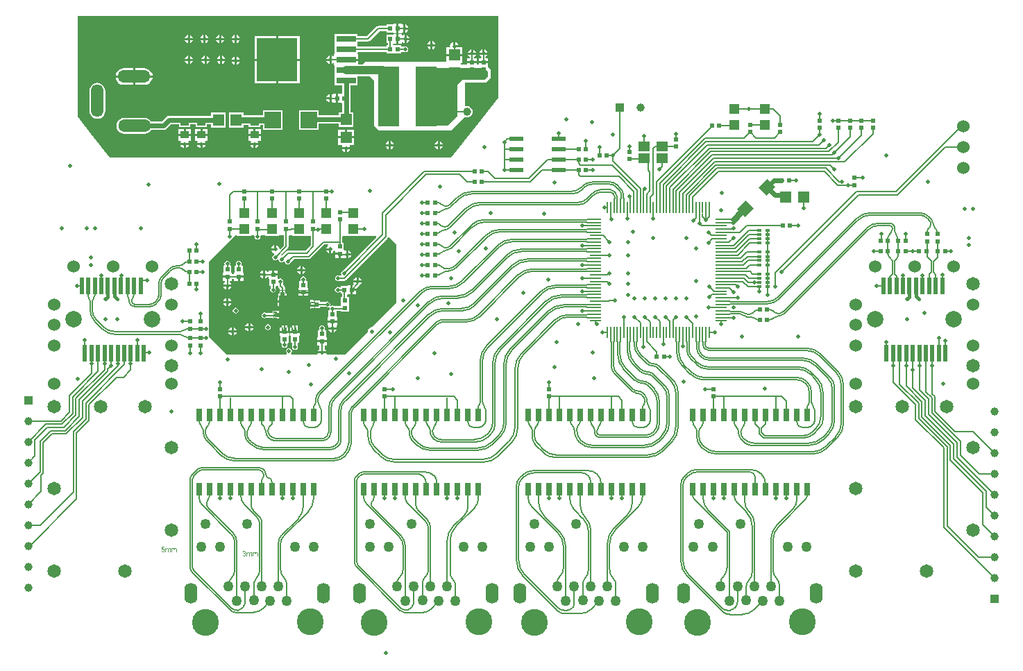
<source format=gtl>
G04*
G04 #@! TF.GenerationSoftware,Altium Limited,Altium Designer,20.0.2 (26)*
G04*
G04 Layer_Physical_Order=1*
G04 Layer_Color=255*
%FSLAX25Y25*%
%MOIN*%
G70*
G01*
G75*
%ADD14C,0.00500*%
%ADD15C,0.00787*%
%ADD20C,0.00200*%
%ADD21R,0.05500X0.05500*%
%ADD22R,0.05500X0.05500*%
%ADD23R,0.04000X0.03500*%
G04:AMPARAMS|DCode=24|XSize=78.74mil|YSize=78.74mil|CornerRadius=0mil|HoleSize=0mil|Usage=FLASHONLY|Rotation=0.000|XOffset=0mil|YOffset=0mil|HoleType=Round|Shape=RoundedRectangle|*
%AMROUNDEDRECTD24*
21,1,0.07874,0.07874,0,0,0.0*
21,1,0.07874,0.07874,0,0,0.0*
1,1,0.00000,0.03937,-0.03937*
1,1,0.00000,-0.03937,-0.03937*
1,1,0.00000,-0.03937,0.03937*
1,1,0.00000,0.03937,0.03937*
%
%ADD24ROUNDEDRECTD24*%
%ADD25R,0.01970X0.07874*%
%ADD26R,0.01968X0.02362*%
%ADD27R,0.02362X0.01968*%
%ADD28R,0.05100X0.04700*%
G04:AMPARAMS|DCode=29|XSize=59.06mil|YSize=55.12mil|CornerRadius=0mil|HoleSize=0mil|Usage=FLASHONLY|Rotation=225.000|XOffset=0mil|YOffset=0mil|HoleType=Round|Shape=Rectangle|*
%AMROTATEDRECTD29*
4,1,4,0.00139,0.04037,0.04037,0.00139,-0.00139,-0.04037,-0.04037,-0.00139,0.00139,0.04037,0.0*
%
%ADD29ROTATEDRECTD29*%

%ADD30R,0.02165X0.01600*%
%ADD31R,0.02165X0.01200*%
%ADD32R,0.02992X0.06142*%
%ADD33R,0.07100X0.02400*%
%ADD34R,0.00787X0.05748*%
%ADD35R,0.05748X0.00787*%
%ADD36R,0.05512X0.04724*%
%ADD37C,0.03937*%
%ADD38R,0.10433X0.28740*%
%ADD39R,0.09449X0.03150*%
%ADD40R,0.19685X0.20866*%
%ADD74C,0.00500*%
%ADD75C,0.02362*%
%ADD76C,0.03150*%
%ADD77C,0.01575*%
%ADD78C,0.00709*%
%ADD79C,0.03937*%
%ADD80R,0.03937X0.03937*%
%ADD81C,0.06000*%
%ADD82C,0.06496*%
%ADD83O,0.15748X0.05906*%
%ADD84O,0.05906X0.15748*%
%ADD85C,0.12874*%
%ADD86O,0.06299X0.10000*%
%ADD87C,0.05000*%
%ADD88C,0.04937*%
%ADD89R,0.03937X0.03937*%
%ADD90C,0.01968*%
%ADD91C,0.07874*%
G36*
X231000Y309509D02*
Y274019D01*
X221500Y261978D01*
X208500Y245500D01*
X44500D01*
X35500Y256908D01*
X29000Y265146D01*
Y310777D01*
Y313648D01*
X231000D01*
Y309509D01*
D02*
G37*
G36*
X132163Y208002D02*
Y207926D01*
X138837D01*
Y207926D01*
X138866Y207954D01*
X141064Y207938D01*
Y203210D01*
X138553Y200699D01*
X130035D01*
X129590Y200611D01*
X129212Y200359D01*
X127068Y198214D01*
X127068Y198214D01*
X126892Y198746D01*
X130052Y201905D01*
X130304Y202283D01*
X130393Y202728D01*
Y207660D01*
X130747Y208013D01*
X132163Y208002D01*
D02*
G37*
G36*
X105663Y208195D02*
Y207926D01*
X112337D01*
Y207926D01*
X112558Y208145D01*
X113712Y208136D01*
X114122Y207633D01*
X114095Y207500D01*
X114202Y206962D01*
X114506Y206507D01*
X114962Y206202D01*
X115500Y206095D01*
X116038Y206202D01*
X116493Y206507D01*
X116798Y206962D01*
X116905Y207500D01*
X116882Y207613D01*
X117293Y208110D01*
X119163Y208097D01*
Y207926D01*
X125837D01*
Y207926D01*
X125960Y208047D01*
X128064Y208032D01*
Y203210D01*
X126503Y201649D01*
X125961Y201814D01*
X125869Y202274D01*
X125431Y202931D01*
X124774Y203369D01*
X124500Y203424D01*
Y201500D01*
X124000D01*
Y201000D01*
X122076D01*
X122131Y200726D01*
X122569Y200069D01*
X123226Y199631D01*
X123382Y199600D01*
X123611Y199054D01*
X123462Y198798D01*
X123006Y198494D01*
X122702Y198038D01*
X122595Y197500D01*
X122702Y196962D01*
X123006Y196507D01*
X123462Y196202D01*
X124000Y196095D01*
X124538Y196202D01*
X124994Y196507D01*
X125126Y196705D01*
X125597Y196510D01*
X125595Y196500D01*
X125702Y195962D01*
X126006Y195507D01*
X126462Y195202D01*
X127000Y195095D01*
X127538Y195202D01*
X127994Y195507D01*
X128126Y195705D01*
X128597Y195510D01*
X128595Y195500D01*
X128702Y194962D01*
X129007Y194507D01*
X129462Y194202D01*
X130000Y194095D01*
X130538Y194202D01*
X130993Y194507D01*
X131298Y194962D01*
X131331Y195128D01*
X132999Y196796D01*
X140000D01*
X140000Y196796D01*
X140461Y196887D01*
X140851Y197149D01*
X147499Y203796D01*
X149331D01*
X149385Y203716D01*
X149252Y203037D01*
X149022Y202883D01*
X148584Y202227D01*
X148529Y201953D01*
X150453D01*
Y201453D01*
X150953D01*
Y199529D01*
X151227Y199584D01*
X151883Y200022D01*
X152322Y200678D01*
X152819Y200614D01*
Y199728D01*
X155000D01*
Y199228D01*
X155500D01*
Y197244D01*
X157181D01*
Y197244D01*
X157390Y197355D01*
X157726Y197131D01*
X158000Y197076D01*
Y199000D01*
Y200924D01*
X157726Y200869D01*
X157622Y200800D01*
X157181Y201035D01*
Y201213D01*
X156968D01*
Y204543D01*
X156204D01*
Y207473D01*
X156559Y207825D01*
X157950Y207815D01*
Y207713D01*
X165050D01*
Y207713D01*
X165101Y207763D01*
X172355Y207711D01*
X172545Y207248D01*
X156628Y191331D01*
X156462Y191298D01*
X156007Y190993D01*
X155702Y190538D01*
X155595Y190000D01*
X155702Y189462D01*
X155875Y189204D01*
X155628Y188704D01*
X154956D01*
X154816Y188798D01*
X154278Y188905D01*
X153741Y188798D01*
X153285Y188494D01*
X152980Y188038D01*
X152873Y187500D01*
X152980Y186962D01*
X153285Y186506D01*
X153741Y186202D01*
X154278Y186095D01*
X154816Y186202D01*
X154956Y186296D01*
X157005D01*
X157006Y186296D01*
X157466Y186387D01*
X157857Y186648D01*
X177851Y206643D01*
X177851Y206643D01*
X178113Y207034D01*
X178137Y207156D01*
X178679Y207320D01*
X182000Y204000D01*
X182000Y175500D01*
X170519Y164019D01*
X170500Y164023D01*
X169726Y163869D01*
X169069Y163431D01*
X168631Y162774D01*
X168477Y162000D01*
X168481Y161981D01*
X157500Y151000D01*
X153116D01*
X153000Y151023D01*
X152884Y151000D01*
X148774D01*
X148424Y151500D01*
Y151500D01*
X144576D01*
Y151500D01*
X144226Y151000D01*
X131773Y151000D01*
X131622Y151500D01*
X131631Y151506D01*
X131936Y151962D01*
X132043Y152500D01*
X131936Y153038D01*
X131631Y153493D01*
X131176Y153798D01*
X130638Y153905D01*
X130100Y153798D01*
X129645Y153493D01*
X129340Y153038D01*
X129233Y152500D01*
X129340Y151962D01*
X129645Y151506D01*
X129654Y151500D01*
X129503Y151000D01*
X100500Y151000D01*
X92000Y159500D01*
Y162651D01*
X92026Y162691D01*
X92133Y163228D01*
X92026Y163766D01*
X92000Y163805D01*
X92000Y195500D01*
X104702Y208202D01*
X105663Y208195D01*
D02*
G37*
G36*
X76221Y57864D02*
X76247D01*
X76272Y57860D01*
X76334Y57849D01*
X76400Y57831D01*
X76469Y57802D01*
X76538Y57765D01*
X76596Y57714D01*
X76604Y57707D01*
X76618Y57685D01*
X76644Y57653D01*
X76655Y57627D01*
X76669Y57602D01*
X76684Y57569D01*
X76695Y57536D01*
X76709Y57500D01*
X76720Y57456D01*
X76727Y57412D01*
X76735Y57361D01*
X76742Y57310D01*
Y57252D01*
Y56000D01*
X76433D01*
Y57147D01*
Y57150D01*
Y57154D01*
Y57176D01*
Y57209D01*
X76429Y57249D01*
X76425Y57292D01*
X76422Y57336D01*
X76414Y57380D01*
X76403Y57412D01*
Y57416D01*
X76396Y57427D01*
X76389Y57441D01*
X76378Y57460D01*
X76363Y57481D01*
X76345Y57503D01*
X76323Y57525D01*
X76294Y57547D01*
X76291Y57551D01*
X76280Y57554D01*
X76265Y57562D01*
X76240Y57573D01*
X76214Y57583D01*
X76181Y57591D01*
X76149Y57594D01*
X76109Y57598D01*
X76090D01*
X76076Y57594D01*
X76039Y57591D01*
X75996Y57583D01*
X75945Y57565D01*
X75890Y57543D01*
X75836Y57511D01*
X75785Y57467D01*
X75781Y57460D01*
X75766Y57441D01*
X75745Y57412D01*
X75723Y57369D01*
X75697Y57310D01*
X75679Y57241D01*
X75665Y57157D01*
X75657Y57059D01*
Y56000D01*
X75348D01*
Y57183D01*
Y57187D01*
Y57194D01*
Y57201D01*
Y57216D01*
X75344Y57256D01*
X75337Y57300D01*
X75330Y57350D01*
X75315Y57401D01*
X75297Y57449D01*
X75271Y57492D01*
X75268Y57496D01*
X75257Y57511D01*
X75239Y57525D01*
X75213Y57547D01*
X75180Y57565D01*
X75137Y57583D01*
X75086Y57594D01*
X75024Y57598D01*
X75002D01*
X74976Y57594D01*
X74947Y57591D01*
X74911Y57580D01*
X74867Y57569D01*
X74827Y57551D01*
X74784Y57529D01*
X74780Y57525D01*
X74765Y57514D01*
X74747Y57500D01*
X74722Y57478D01*
X74696Y57449D01*
X74671Y57412D01*
X74645Y57372D01*
X74623Y57325D01*
X74620Y57318D01*
X74616Y57300D01*
X74609Y57270D01*
X74598Y57230D01*
X74587Y57176D01*
X74580Y57110D01*
X74576Y57034D01*
X74572Y56946D01*
Y56000D01*
X74263D01*
Y57827D01*
X74540D01*
Y57565D01*
X74543Y57573D01*
X74554Y57587D01*
X74576Y57613D01*
X74602Y57642D01*
X74634Y57678D01*
X74674Y57714D01*
X74718Y57751D01*
X74769Y57784D01*
X74776Y57787D01*
X74795Y57798D01*
X74824Y57809D01*
X74864Y57827D01*
X74911Y57842D01*
X74966Y57853D01*
X75028Y57864D01*
X75093Y57867D01*
X75126D01*
X75166Y57864D01*
X75209Y57856D01*
X75264Y57845D01*
X75319Y57831D01*
X75373Y57809D01*
X75424Y57780D01*
X75432Y57776D01*
X75446Y57765D01*
X75468Y57747D01*
X75497Y57718D01*
X75526Y57685D01*
X75559Y57645D01*
X75588Y57598D01*
X75610Y57543D01*
X75613Y57547D01*
X75621Y57558D01*
X75632Y57573D01*
X75650Y57594D01*
X75672Y57620D01*
X75697Y57645D01*
X75726Y57674D01*
X75763Y57707D01*
X75803Y57736D01*
X75843Y57765D01*
X75890Y57791D01*
X75941Y57816D01*
X75996Y57838D01*
X76054Y57853D01*
X76112Y57864D01*
X76178Y57867D01*
X76203D01*
X76221Y57864D01*
D02*
G37*
G36*
X73288D02*
X73313D01*
X73339Y57860D01*
X73400Y57849D01*
X73466Y57831D01*
X73535Y57802D01*
X73604Y57765D01*
X73663Y57714D01*
X73670Y57707D01*
X73684Y57685D01*
X73710Y57653D01*
X73721Y57627D01*
X73735Y57602D01*
X73750Y57569D01*
X73761Y57536D01*
X73775Y57500D01*
X73786Y57456D01*
X73794Y57412D01*
X73801Y57361D01*
X73808Y57310D01*
Y57252D01*
Y56000D01*
X73499D01*
Y57147D01*
Y57150D01*
Y57154D01*
Y57176D01*
Y57209D01*
X73495Y57249D01*
X73491Y57292D01*
X73488Y57336D01*
X73480Y57380D01*
X73470Y57412D01*
Y57416D01*
X73462Y57427D01*
X73455Y57441D01*
X73444Y57460D01*
X73430Y57481D01*
X73411Y57503D01*
X73390Y57525D01*
X73360Y57547D01*
X73357Y57551D01*
X73346Y57554D01*
X73331Y57562D01*
X73306Y57573D01*
X73280Y57583D01*
X73247Y57591D01*
X73215Y57594D01*
X73175Y57598D01*
X73156D01*
X73142Y57594D01*
X73106Y57591D01*
X73062Y57583D01*
X73011Y57565D01*
X72956Y57543D01*
X72902Y57511D01*
X72851Y57467D01*
X72847Y57460D01*
X72833Y57441D01*
X72811Y57412D01*
X72789Y57369D01*
X72763Y57310D01*
X72745Y57241D01*
X72731Y57157D01*
X72723Y57059D01*
Y56000D01*
X72414D01*
Y57183D01*
Y57187D01*
Y57194D01*
Y57201D01*
Y57216D01*
X72410Y57256D01*
X72403Y57300D01*
X72396Y57350D01*
X72381Y57401D01*
X72363Y57449D01*
X72338Y57492D01*
X72334Y57496D01*
X72323Y57511D01*
X72305Y57525D01*
X72279Y57547D01*
X72246Y57565D01*
X72203Y57583D01*
X72152Y57594D01*
X72090Y57598D01*
X72068D01*
X72043Y57594D01*
X72014Y57591D01*
X71977Y57580D01*
X71934Y57569D01*
X71893Y57551D01*
X71850Y57529D01*
X71846Y57525D01*
X71832Y57514D01*
X71813Y57500D01*
X71788Y57478D01*
X71762Y57449D01*
X71737Y57412D01*
X71711Y57372D01*
X71690Y57325D01*
X71686Y57318D01*
X71682Y57300D01*
X71675Y57270D01*
X71664Y57230D01*
X71653Y57176D01*
X71646Y57110D01*
X71642Y57034D01*
X71639Y56946D01*
Y56000D01*
X71329D01*
Y57827D01*
X71606D01*
Y57565D01*
X71609Y57573D01*
X71620Y57587D01*
X71642Y57613D01*
X71668Y57642D01*
X71701Y57678D01*
X71741Y57714D01*
X71784Y57751D01*
X71835Y57784D01*
X71842Y57787D01*
X71861Y57798D01*
X71890Y57809D01*
X71930Y57827D01*
X71977Y57842D01*
X72032Y57853D01*
X72094Y57864D01*
X72159Y57867D01*
X72192D01*
X72232Y57864D01*
X72276Y57856D01*
X72330Y57845D01*
X72385Y57831D01*
X72439Y57809D01*
X72490Y57780D01*
X72498Y57776D01*
X72512Y57765D01*
X72534Y57747D01*
X72563Y57718D01*
X72592Y57685D01*
X72625Y57645D01*
X72654Y57598D01*
X72676Y57543D01*
X72680Y57547D01*
X72687Y57558D01*
X72698Y57573D01*
X72716Y57594D01*
X72738Y57620D01*
X72763Y57645D01*
X72793Y57674D01*
X72829Y57707D01*
X72869Y57736D01*
X72909Y57765D01*
X72956Y57791D01*
X73007Y57816D01*
X73062Y57838D01*
X73120Y57853D01*
X73178Y57864D01*
X73244Y57867D01*
X73269D01*
X73288Y57864D01*
D02*
G37*
G36*
X70838Y58191D02*
X69830D01*
X69695Y57511D01*
X69699Y57514D01*
X69706Y57518D01*
X69717Y57525D01*
X69735Y57536D01*
X69757Y57547D01*
X69782Y57562D01*
X69841Y57591D01*
X69913Y57620D01*
X69993Y57645D01*
X70081Y57664D01*
X70124Y57671D01*
X70205D01*
X70226Y57667D01*
X70255Y57664D01*
X70288Y57660D01*
X70325Y57653D01*
X70365Y57642D01*
X70452Y57616D01*
X70499Y57598D01*
X70547Y57573D01*
X70594Y57547D01*
X70641Y57518D01*
X70685Y57481D01*
X70729Y57441D01*
X70732Y57438D01*
X70740Y57430D01*
X70750Y57420D01*
X70765Y57401D01*
X70783Y57376D01*
X70801Y57350D01*
X70823Y57318D01*
X70845Y57281D01*
X70863Y57241D01*
X70885Y57198D01*
X70903Y57147D01*
X70922Y57096D01*
X70936Y57041D01*
X70947Y56979D01*
X70954Y56917D01*
X70958Y56852D01*
Y56848D01*
Y56837D01*
Y56819D01*
X70954Y56793D01*
X70951Y56764D01*
X70947Y56732D01*
X70940Y56692D01*
X70933Y56652D01*
X70911Y56557D01*
X70874Y56459D01*
X70852Y56408D01*
X70823Y56360D01*
X70794Y56309D01*
X70758Y56262D01*
X70754Y56258D01*
X70747Y56248D01*
X70732Y56233D01*
X70714Y56215D01*
X70689Y56193D01*
X70660Y56164D01*
X70623Y56138D01*
X70583Y56109D01*
X70539Y56080D01*
X70488Y56055D01*
X70434Y56029D01*
X70376Y56004D01*
X70314Y55985D01*
X70244Y55971D01*
X70172Y55960D01*
X70095Y55956D01*
X70063D01*
X70037Y55960D01*
X70008Y55964D01*
X69975Y55967D01*
X69935Y55971D01*
X69895Y55982D01*
X69804Y56004D01*
X69713Y56036D01*
X69666Y56058D01*
X69618Y56084D01*
X69575Y56113D01*
X69531Y56146D01*
X69527Y56149D01*
X69520Y56153D01*
X69513Y56167D01*
X69498Y56182D01*
X69480Y56200D01*
X69462Y56222D01*
X69440Y56251D01*
X69422Y56284D01*
X69400Y56317D01*
X69378Y56357D01*
X69338Y56444D01*
X69305Y56546D01*
X69295Y56601D01*
X69287Y56659D01*
X69611Y56684D01*
Y56681D01*
Y56673D01*
X69615Y56662D01*
X69618Y56644D01*
X69629Y56604D01*
X69644Y56550D01*
X69666Y56495D01*
X69695Y56433D01*
X69731Y56379D01*
X69775Y56328D01*
X69782Y56324D01*
X69797Y56309D01*
X69826Y56291D01*
X69866Y56269D01*
X69910Y56248D01*
X69964Y56229D01*
X70026Y56215D01*
X70095Y56211D01*
X70117D01*
X70132Y56215D01*
X70175Y56218D01*
X70226Y56233D01*
X70288Y56251D01*
X70350Y56280D01*
X70416Y56324D01*
X70445Y56349D01*
X70474Y56379D01*
X70477Y56382D01*
X70481Y56386D01*
X70488Y56397D01*
X70499Y56408D01*
X70525Y56448D01*
X70554Y56499D01*
X70579Y56561D01*
X70605Y56637D01*
X70623Y56728D01*
X70630Y56775D01*
Y56826D01*
Y56830D01*
Y56837D01*
Y56852D01*
X70627Y56870D01*
Y56892D01*
X70623Y56917D01*
X70612Y56976D01*
X70594Y57045D01*
X70569Y57114D01*
X70532Y57179D01*
X70481Y57241D01*
Y57245D01*
X70474Y57249D01*
X70456Y57267D01*
X70423Y57292D01*
X70379Y57321D01*
X70321Y57347D01*
X70255Y57372D01*
X70179Y57390D01*
X70135Y57398D01*
X70066D01*
X70037Y57394D01*
X70001Y57390D01*
X69957Y57380D01*
X69913Y57369D01*
X69866Y57350D01*
X69819Y57329D01*
X69815Y57325D01*
X69800Y57318D01*
X69779Y57300D01*
X69749Y57281D01*
X69720Y57256D01*
X69691Y57223D01*
X69658Y57190D01*
X69633Y57150D01*
X69342Y57190D01*
X69586Y58486D01*
X70838D01*
Y58191D01*
D02*
G37*
G36*
X115218Y55864D02*
X115243D01*
X115269Y55860D01*
X115331Y55849D01*
X115396Y55831D01*
X115465Y55802D01*
X115534Y55765D01*
X115593Y55714D01*
X115600Y55707D01*
X115614Y55685D01*
X115640Y55653D01*
X115651Y55627D01*
X115665Y55602D01*
X115680Y55569D01*
X115691Y55536D01*
X115706Y55500D01*
X115716Y55456D01*
X115724Y55412D01*
X115731Y55361D01*
X115738Y55310D01*
Y55252D01*
Y54000D01*
X115429D01*
Y55147D01*
Y55150D01*
Y55154D01*
Y55176D01*
Y55208D01*
X115425Y55248D01*
X115422Y55292D01*
X115418Y55336D01*
X115411Y55380D01*
X115400Y55412D01*
Y55416D01*
X115392Y55427D01*
X115385Y55441D01*
X115374Y55460D01*
X115360Y55481D01*
X115341Y55503D01*
X115320Y55525D01*
X115291Y55547D01*
X115287Y55551D01*
X115276Y55554D01*
X115261Y55562D01*
X115236Y55572D01*
X115210Y55583D01*
X115178Y55591D01*
X115145Y55594D01*
X115105Y55598D01*
X115087D01*
X115072Y55594D01*
X115036Y55591D01*
X114992Y55583D01*
X114941Y55565D01*
X114886Y55543D01*
X114832Y55511D01*
X114781Y55467D01*
X114777Y55460D01*
X114763Y55441D01*
X114741Y55412D01*
X114719Y55369D01*
X114694Y55310D01*
X114675Y55241D01*
X114661Y55158D01*
X114654Y55059D01*
Y54000D01*
X114344D01*
Y55183D01*
Y55187D01*
Y55194D01*
Y55201D01*
Y55216D01*
X114340Y55256D01*
X114333Y55300D01*
X114326Y55350D01*
X114311Y55401D01*
X114293Y55449D01*
X114268Y55492D01*
X114264Y55496D01*
X114253Y55511D01*
X114235Y55525D01*
X114209Y55547D01*
X114177Y55565D01*
X114133Y55583D01*
X114082Y55594D01*
X114020Y55598D01*
X113998D01*
X113973Y55594D01*
X113944Y55591D01*
X113907Y55580D01*
X113864Y55569D01*
X113824Y55551D01*
X113780Y55529D01*
X113776Y55525D01*
X113762Y55514D01*
X113744Y55500D01*
X113718Y55478D01*
X113693Y55449D01*
X113667Y55412D01*
X113642Y55372D01*
X113620Y55325D01*
X113616Y55318D01*
X113612Y55300D01*
X113605Y55270D01*
X113594Y55230D01*
X113583Y55176D01*
X113576Y55110D01*
X113573Y55034D01*
X113569Y54946D01*
Y54000D01*
X113259D01*
Y55827D01*
X113536D01*
Y55565D01*
X113540Y55572D01*
X113551Y55587D01*
X113573Y55612D01*
X113598Y55642D01*
X113631Y55678D01*
X113671Y55714D01*
X113714Y55751D01*
X113765Y55784D01*
X113773Y55787D01*
X113791Y55798D01*
X113820Y55809D01*
X113860Y55827D01*
X113907Y55842D01*
X113962Y55853D01*
X114024Y55864D01*
X114089Y55867D01*
X114122D01*
X114162Y55864D01*
X114206Y55856D01*
X114260Y55845D01*
X114315Y55831D01*
X114370Y55809D01*
X114421Y55780D01*
X114428Y55776D01*
X114442Y55765D01*
X114464Y55747D01*
X114493Y55718D01*
X114523Y55685D01*
X114555Y55645D01*
X114584Y55598D01*
X114606Y55543D01*
X114610Y55547D01*
X114617Y55558D01*
X114628Y55572D01*
X114646Y55594D01*
X114668Y55620D01*
X114694Y55645D01*
X114723Y55674D01*
X114759Y55707D01*
X114799Y55736D01*
X114839Y55765D01*
X114886Y55791D01*
X114937Y55816D01*
X114992Y55838D01*
X115050Y55853D01*
X115109Y55864D01*
X115174Y55867D01*
X115200D01*
X115218Y55864D01*
D02*
G37*
G36*
X112284D02*
X112309D01*
X112335Y55860D01*
X112397Y55849D01*
X112462Y55831D01*
X112531Y55802D01*
X112601Y55765D01*
X112659Y55714D01*
X112666Y55707D01*
X112681Y55685D01*
X112706Y55653D01*
X112717Y55627D01*
X112732Y55602D01*
X112746Y55569D01*
X112757Y55536D01*
X112772Y55500D01*
X112783Y55456D01*
X112790Y55412D01*
X112797Y55361D01*
X112804Y55310D01*
Y55252D01*
Y54000D01*
X112495D01*
Y55147D01*
Y55150D01*
Y55154D01*
Y55176D01*
Y55208D01*
X112491Y55248D01*
X112488Y55292D01*
X112484Y55336D01*
X112477Y55380D01*
X112466Y55412D01*
Y55416D01*
X112459Y55427D01*
X112451Y55441D01*
X112440Y55460D01*
X112426Y55481D01*
X112408Y55503D01*
X112386Y55525D01*
X112357Y55547D01*
X112353Y55551D01*
X112342Y55554D01*
X112328Y55562D01*
X112302Y55572D01*
X112277Y55583D01*
X112244Y55591D01*
X112211Y55594D01*
X112171Y55598D01*
X112153D01*
X112138Y55594D01*
X112102Y55591D01*
X112058Y55583D01*
X112007Y55565D01*
X111953Y55543D01*
X111898Y55511D01*
X111847Y55467D01*
X111844Y55460D01*
X111829Y55441D01*
X111807Y55412D01*
X111785Y55369D01*
X111760Y55310D01*
X111742Y55241D01*
X111727Y55158D01*
X111720Y55059D01*
Y54000D01*
X111410D01*
Y55183D01*
Y55187D01*
Y55194D01*
Y55201D01*
Y55216D01*
X111407Y55256D01*
X111399Y55300D01*
X111392Y55350D01*
X111378Y55401D01*
X111359Y55449D01*
X111334Y55492D01*
X111330Y55496D01*
X111319Y55511D01*
X111301Y55525D01*
X111276Y55547D01*
X111243Y55565D01*
X111199Y55583D01*
X111148Y55594D01*
X111086Y55598D01*
X111065D01*
X111039Y55594D01*
X111010Y55591D01*
X110974Y55580D01*
X110930Y55569D01*
X110890Y55551D01*
X110846Y55529D01*
X110843Y55525D01*
X110828Y55514D01*
X110810Y55500D01*
X110784Y55478D01*
X110759Y55449D01*
X110733Y55412D01*
X110708Y55372D01*
X110686Y55325D01*
X110682Y55318D01*
X110679Y55300D01*
X110671Y55270D01*
X110661Y55230D01*
X110650Y55176D01*
X110642Y55110D01*
X110639Y55034D01*
X110635Y54946D01*
Y54000D01*
X110326D01*
Y55827D01*
X110602D01*
Y55565D01*
X110606Y55572D01*
X110617Y55587D01*
X110639Y55612D01*
X110664Y55642D01*
X110697Y55678D01*
X110737Y55714D01*
X110781Y55751D01*
X110832Y55784D01*
X110839Y55787D01*
X110857Y55798D01*
X110886Y55809D01*
X110926Y55827D01*
X110974Y55842D01*
X111028Y55853D01*
X111090Y55864D01*
X111155Y55867D01*
X111188D01*
X111228Y55864D01*
X111272Y55856D01*
X111327Y55845D01*
X111381Y55831D01*
X111436Y55809D01*
X111487Y55780D01*
X111494Y55776D01*
X111509Y55765D01*
X111530Y55747D01*
X111560Y55718D01*
X111589Y55685D01*
X111621Y55645D01*
X111651Y55598D01*
X111672Y55543D01*
X111676Y55547D01*
X111683Y55558D01*
X111694Y55572D01*
X111712Y55594D01*
X111734Y55620D01*
X111760Y55645D01*
X111789Y55674D01*
X111825Y55707D01*
X111865Y55736D01*
X111905Y55765D01*
X111953Y55791D01*
X112004Y55816D01*
X112058Y55838D01*
X112117Y55853D01*
X112175Y55864D01*
X112240Y55867D01*
X112266D01*
X112284Y55864D01*
D02*
G37*
G36*
X109150Y56526D02*
X109197Y56519D01*
X109255Y56508D01*
X109321Y56490D01*
X109387Y56468D01*
X109452Y56439D01*
X109456D01*
X109459Y56435D01*
X109481Y56424D01*
X109514Y56402D01*
X109550Y56377D01*
X109594Y56340D01*
X109638Y56300D01*
X109681Y56253D01*
X109718Y56199D01*
X109721Y56191D01*
X109732Y56173D01*
X109747Y56140D01*
X109765Y56100D01*
X109783Y56053D01*
X109798Y55998D01*
X109809Y55936D01*
X109812Y55875D01*
Y55867D01*
Y55845D01*
X109809Y55816D01*
X109801Y55776D01*
X109791Y55729D01*
X109772Y55678D01*
X109750Y55627D01*
X109721Y55576D01*
X109718Y55569D01*
X109707Y55554D01*
X109685Y55529D01*
X109656Y55500D01*
X109619Y55467D01*
X109576Y55431D01*
X109525Y55398D01*
X109463Y55365D01*
X109467D01*
X109474Y55361D01*
X109485Y55358D01*
X109499Y55354D01*
X109539Y55339D01*
X109590Y55318D01*
X109649Y55289D01*
X109707Y55252D01*
X109761Y55205D01*
X109812Y55150D01*
X109816Y55143D01*
X109831Y55121D01*
X109852Y55085D01*
X109874Y55037D01*
X109896Y54979D01*
X109918Y54910D01*
X109932Y54830D01*
X109936Y54743D01*
Y54739D01*
Y54728D01*
Y54710D01*
X109932Y54688D01*
X109929Y54659D01*
X109922Y54626D01*
X109914Y54590D01*
X109907Y54550D01*
X109878Y54462D01*
X109856Y54415D01*
X109834Y54371D01*
X109805Y54324D01*
X109772Y54277D01*
X109736Y54229D01*
X109692Y54186D01*
X109689Y54182D01*
X109681Y54175D01*
X109667Y54164D01*
X109649Y54149D01*
X109627Y54131D01*
X109598Y54113D01*
X109565Y54091D01*
X109525Y54073D01*
X109485Y54051D01*
X109437Y54029D01*
X109390Y54011D01*
X109335Y53993D01*
X109277Y53978D01*
X109215Y53967D01*
X109153Y53960D01*
X109084Y53956D01*
X109052D01*
X109030Y53960D01*
X109001Y53964D01*
X108968Y53967D01*
X108932Y53974D01*
X108891Y53982D01*
X108804Y54004D01*
X108713Y54040D01*
X108666Y54062D01*
X108622Y54087D01*
X108578Y54120D01*
X108535Y54153D01*
X108531Y54157D01*
X108524Y54164D01*
X108513Y54175D01*
X108502Y54189D01*
X108484Y54207D01*
X108466Y54233D01*
X108444Y54258D01*
X108422Y54291D01*
X108400Y54328D01*
X108378Y54364D01*
X108338Y54451D01*
X108305Y54553D01*
X108294Y54608D01*
X108287Y54666D01*
X108597Y54706D01*
Y54703D01*
X108600Y54695D01*
X108604Y54681D01*
X108607Y54663D01*
X108611Y54641D01*
X108618Y54615D01*
X108637Y54561D01*
X108662Y54495D01*
X108695Y54433D01*
X108731Y54375D01*
X108775Y54324D01*
X108782Y54320D01*
X108797Y54306D01*
X108826Y54288D01*
X108862Y54269D01*
X108906Y54247D01*
X108961Y54229D01*
X109022Y54215D01*
X109088Y54211D01*
X109110D01*
X109124Y54215D01*
X109164Y54218D01*
X109215Y54229D01*
X109274Y54247D01*
X109335Y54273D01*
X109397Y54309D01*
X109456Y54360D01*
X109463Y54368D01*
X109481Y54390D01*
X109503Y54422D01*
X109532Y54466D01*
X109561Y54520D01*
X109583Y54582D01*
X109601Y54655D01*
X109608Y54735D01*
Y54739D01*
Y54746D01*
Y54757D01*
X109605Y54772D01*
X109601Y54812D01*
X109590Y54859D01*
X109576Y54917D01*
X109550Y54975D01*
X109514Y55034D01*
X109467Y55088D01*
X109459Y55096D01*
X109441Y55110D01*
X109412Y55132D01*
X109372Y55158D01*
X109321Y55183D01*
X109259Y55205D01*
X109190Y55219D01*
X109114Y55227D01*
X109081D01*
X109055Y55223D01*
X109022Y55219D01*
X108986Y55212D01*
X108942Y55205D01*
X108895Y55194D01*
X108932Y55467D01*
X108950D01*
X108964Y55463D01*
X109012D01*
X109052Y55471D01*
X109099Y55478D01*
X109153Y55489D01*
X109215Y55507D01*
X109274Y55532D01*
X109335Y55565D01*
X109339D01*
X109343Y55569D01*
X109361Y55583D01*
X109387Y55609D01*
X109416Y55642D01*
X109445Y55689D01*
X109470Y55744D01*
X109488Y55805D01*
X109496Y55842D01*
Y55882D01*
Y55885D01*
Y55889D01*
Y55911D01*
X109488Y55940D01*
X109481Y55980D01*
X109467Y56024D01*
X109448Y56071D01*
X109419Y56119D01*
X109379Y56162D01*
X109376Y56166D01*
X109357Y56180D01*
X109332Y56199D01*
X109299Y56220D01*
X109255Y56239D01*
X109204Y56257D01*
X109146Y56271D01*
X109081Y56275D01*
X109052D01*
X109019Y56268D01*
X108975Y56260D01*
X108928Y56246D01*
X108880Y56228D01*
X108830Y56199D01*
X108782Y56162D01*
X108779Y56159D01*
X108764Y56140D01*
X108742Y56115D01*
X108717Y56078D01*
X108691Y56031D01*
X108666Y55973D01*
X108644Y55904D01*
X108629Y55824D01*
X108320Y55878D01*
Y55882D01*
X108324Y55893D01*
X108327Y55907D01*
X108331Y55929D01*
X108338Y55955D01*
X108349Y55984D01*
X108371Y56053D01*
X108407Y56133D01*
X108451Y56213D01*
X108506Y56290D01*
X108575Y56359D01*
X108578Y56362D01*
X108586Y56366D01*
X108597Y56373D01*
X108611Y56384D01*
X108629Y56399D01*
X108655Y56413D01*
X108680Y56428D01*
X108713Y56446D01*
X108786Y56475D01*
X108870Y56504D01*
X108968Y56523D01*
X109019Y56530D01*
X109110D01*
X109150Y56526D01*
D02*
G37*
%LPC*%
G36*
X182272Y309681D02*
X180787D01*
Y309469D01*
X177457D01*
Y308704D01*
X173500D01*
X173500Y308704D01*
X173039Y308613D01*
X172649Y308351D01*
X172649Y308351D01*
X168001Y303704D01*
X163547D01*
Y304862D01*
X152524D01*
Y300362D01*
X152524Y300000D01*
X152524Y299638D01*
Y295487D01*
X152311Y295075D01*
X152311Y294193D01*
X151811Y294010D01*
X151274Y294369D01*
X151000Y294424D01*
Y292500D01*
Y290576D01*
X151274Y290631D01*
X151811Y290990D01*
X152311Y290807D01*
Y289925D01*
X152524D01*
X152524Y289862D01*
Y285362D01*
X152524Y285138D01*
X152524D01*
Y284862D01*
X152524Y284862D01*
Y280138D01*
X156028D01*
Y276550D01*
X155713Y276181D01*
X154228D01*
Y274000D01*
Y271819D01*
X155713D01*
X156028Y271450D01*
Y267287D01*
X154463D01*
Y265757D01*
X144886D01*
Y268224D01*
X135437D01*
Y258776D01*
X144886D01*
Y261743D01*
X154463D01*
Y260213D01*
X161537D01*
Y267287D01*
X160043D01*
Y280138D01*
X163547D01*
Y284500D01*
X169500D01*
X171500Y282500D01*
Y260685D01*
X173685Y258500D01*
X208500D01*
X214951Y264951D01*
X215281Y264815D01*
X216000Y264720D01*
X216719Y264815D01*
X217390Y265093D01*
X217966Y265534D01*
X218407Y266110D01*
X218685Y266781D01*
X218780Y267500D01*
X218685Y268219D01*
X218407Y268890D01*
X217966Y269465D01*
X217390Y269907D01*
X216719Y270185D01*
X216000Y270280D01*
X215500Y270214D01*
X215000Y270556D01*
Y281394D01*
X224500D01*
X224500Y281394D01*
X225114Y281517D01*
X225635Y281865D01*
X227135Y283365D01*
X227483Y283886D01*
X227606Y284500D01*
X227606Y284500D01*
Y287000D01*
X227606Y287000D01*
X227483Y287614D01*
X227135Y288135D01*
X226396Y288875D01*
X226181Y289287D01*
X226181D01*
X226181Y289287D01*
Y290772D01*
X224000D01*
X221819D01*
Y290106D01*
X220681D01*
Y290772D01*
X218500D01*
X216319D01*
Y290106D01*
X213394D01*
X212962Y290538D01*
X213153Y291000D01*
X213750D01*
Y294250D01*
X210000D01*
X206250D01*
Y291500D01*
X167000D01*
X165780Y290280D01*
X163760D01*
Y292000D01*
X158035D01*
Y293000D01*
X163760D01*
Y294726D01*
X163760Y295075D01*
X163547Y295487D01*
Y295942D01*
X163901Y296296D01*
X177457D01*
Y295532D01*
X184543D01*
Y296296D01*
X185822D01*
X185962Y296202D01*
X186500Y296095D01*
X187038Y296202D01*
X187494Y296507D01*
X187798Y296962D01*
X187905Y297500D01*
X187798Y298038D01*
X187494Y298493D01*
X187038Y298798D01*
X186500Y298905D01*
X185962Y298798D01*
X185822Y298704D01*
X184543D01*
Y299468D01*
X180433D01*
Y299968D01*
X180787Y300319D01*
X182272D01*
Y302500D01*
Y304681D01*
X180787D01*
Y304468D01*
X177457D01*
Y300532D01*
X178024D01*
Y299468D01*
X177457D01*
Y298704D01*
X163901D01*
X163547Y299058D01*
X163547Y300000D01*
X163547Y300362D01*
Y301296D01*
X168500D01*
X168500Y301296D01*
X168961Y301387D01*
X169351Y301648D01*
X173999Y306296D01*
X177457D01*
Y305532D01*
X180787D01*
Y305319D01*
X182272D01*
Y307500D01*
Y309681D01*
D02*
G37*
G36*
X186500Y309424D02*
Y308000D01*
X187924D01*
X187869Y308274D01*
X187431Y308931D01*
X186774Y309369D01*
X186500Y309424D01*
D02*
G37*
G36*
X187924Y307000D02*
X186500D01*
Y305576D01*
X186774Y305631D01*
X187431Y306069D01*
X187869Y306726D01*
X187924Y307000D01*
D02*
G37*
G36*
X184756Y309681D02*
X183272D01*
Y307500D01*
Y305319D01*
X184756D01*
Y305368D01*
X185169Y305625D01*
X185256Y305625D01*
X185500Y305576D01*
Y307500D01*
Y309424D01*
X185256Y309375D01*
X185169Y309375D01*
X184756Y309632D01*
Y309681D01*
D02*
G37*
G36*
X187000Y304424D02*
Y303000D01*
X188424D01*
X188369Y303274D01*
X187931Y303931D01*
X187274Y304369D01*
X187000Y304424D01*
D02*
G37*
G36*
X105500D02*
Y303000D01*
X106924D01*
X106869Y303274D01*
X106431Y303931D01*
X105774Y304369D01*
X105500Y304424D01*
D02*
G37*
G36*
X104500D02*
X104226Y304369D01*
X103569Y303931D01*
X103131Y303274D01*
X103076Y303000D01*
X104500D01*
Y304424D01*
D02*
G37*
G36*
X98000D02*
Y303000D01*
X99424D01*
X99369Y303274D01*
X98931Y303931D01*
X98274Y304369D01*
X98000Y304424D01*
D02*
G37*
G36*
X97000D02*
X96726Y304369D01*
X96069Y303931D01*
X95631Y303274D01*
X95576Y303000D01*
X97000D01*
Y304424D01*
D02*
G37*
G36*
X90500D02*
Y303000D01*
X91924D01*
X91869Y303274D01*
X91431Y303931D01*
X90774Y304369D01*
X90500Y304424D01*
D02*
G37*
G36*
X89500D02*
X89226Y304369D01*
X88569Y303931D01*
X88131Y303274D01*
X88076Y303000D01*
X89500D01*
Y304424D01*
D02*
G37*
G36*
X83000D02*
Y303000D01*
X84424D01*
X84369Y303274D01*
X83931Y303931D01*
X83274Y304369D01*
X83000Y304424D01*
D02*
G37*
G36*
X82000D02*
X81726Y304369D01*
X81069Y303931D01*
X80631Y303274D01*
X80576Y303000D01*
X82000D01*
Y304424D01*
D02*
G37*
G36*
X188424Y302000D02*
X187000D01*
Y300576D01*
X187274Y300631D01*
X187931Y301069D01*
X188369Y301726D01*
X188424Y302000D01*
D02*
G37*
G36*
X184756Y304681D02*
X183272D01*
Y302500D01*
Y300319D01*
X184756D01*
Y300707D01*
X185256Y300945D01*
X185726Y300631D01*
X186000Y300576D01*
Y302500D01*
Y304424D01*
X185726Y304369D01*
X185256Y304055D01*
X184756Y304293D01*
Y304681D01*
D02*
G37*
G36*
X106924Y302000D02*
X105500D01*
Y300576D01*
X105774Y300631D01*
X106431Y301069D01*
X106869Y301726D01*
X106924Y302000D01*
D02*
G37*
G36*
X104500D02*
X103076D01*
X103131Y301726D01*
X103569Y301069D01*
X104226Y300631D01*
X104500Y300576D01*
Y302000D01*
D02*
G37*
G36*
X99424D02*
X98000D01*
Y300576D01*
X98274Y300631D01*
X98931Y301069D01*
X99369Y301726D01*
X99424Y302000D01*
D02*
G37*
G36*
X97000D02*
X95576D01*
X95631Y301726D01*
X96069Y301069D01*
X96726Y300631D01*
X97000Y300576D01*
Y302000D01*
D02*
G37*
G36*
X91924D02*
X90500D01*
Y300576D01*
X90774Y300631D01*
X91431Y301069D01*
X91869Y301726D01*
X91924Y302000D01*
D02*
G37*
G36*
X89500D02*
X88076D01*
X88131Y301726D01*
X88569Y301069D01*
X89226Y300631D01*
X89500Y300576D01*
Y302000D01*
D02*
G37*
G36*
X84424D02*
X83000D01*
Y300576D01*
X83274Y300631D01*
X83931Y301069D01*
X84369Y301726D01*
X84424Y302000D01*
D02*
G37*
G36*
X82000D02*
X80576D01*
X80631Y301726D01*
X81069Y301069D01*
X81726Y300631D01*
X82000Y300576D01*
Y302000D01*
D02*
G37*
G36*
X199500Y301424D02*
Y300000D01*
X200924D01*
X200869Y300274D01*
X200431Y300931D01*
X199774Y301369D01*
X199500Y301424D01*
D02*
G37*
G36*
X198500D02*
X198226Y301369D01*
X197569Y300931D01*
X197131Y300274D01*
X197076Y300000D01*
X198500D01*
Y301424D01*
D02*
G37*
G36*
X210500Y300924D02*
Y299500D01*
X211924D01*
X211869Y299774D01*
X211431Y300431D01*
X210774Y300869D01*
X210500Y300924D01*
D02*
G37*
G36*
X200924Y299000D02*
X199500D01*
Y297576D01*
X199774Y297631D01*
X200431Y298069D01*
X200869Y298726D01*
X200924Y299000D01*
D02*
G37*
G36*
X198500D02*
X197076D01*
X197131Y298726D01*
X197569Y298069D01*
X198226Y297631D01*
X198500Y297576D01*
Y299000D01*
D02*
G37*
G36*
X224500Y297424D02*
Y296000D01*
X225924D01*
X225869Y296274D01*
X225431Y296931D01*
X224774Y297369D01*
X224500Y297424D01*
D02*
G37*
G36*
X223500D02*
X223226Y297369D01*
X222569Y296931D01*
X222131Y296274D01*
X222076Y296000D01*
X223500D01*
Y297424D01*
D02*
G37*
G36*
X219000D02*
Y296000D01*
X220424D01*
X220369Y296274D01*
X219931Y296931D01*
X219274Y297369D01*
X219000Y297424D01*
D02*
G37*
G36*
X218000D02*
X217726Y297369D01*
X217069Y296931D01*
X216631Y296274D01*
X216576Y296000D01*
X218000D01*
Y297424D01*
D02*
G37*
G36*
X209500Y300924D02*
X209226Y300869D01*
X208569Y300431D01*
X208131Y299774D01*
X207977Y299000D01*
X207999Y298886D01*
X207682Y298500D01*
X206250D01*
Y295250D01*
X210000D01*
X213750D01*
Y298500D01*
X210000D01*
Y299000D01*
X209500D01*
Y300924D01*
D02*
G37*
G36*
X135807Y303933D02*
X125465D01*
Y293000D01*
X135807D01*
Y303933D01*
D02*
G37*
G36*
X124465D02*
X114122D01*
Y293000D01*
X124465D01*
Y303933D01*
D02*
G37*
G36*
X150000Y294424D02*
X149726Y294369D01*
X149069Y293931D01*
X148631Y293274D01*
X148576Y293000D01*
X150000D01*
Y294424D01*
D02*
G37*
G36*
X98500D02*
Y293000D01*
X99924D01*
X99869Y293274D01*
X99431Y293931D01*
X98774Y294369D01*
X98500Y294424D01*
D02*
G37*
G36*
X97500D02*
X97226Y294369D01*
X96569Y293931D01*
X96131Y293274D01*
X96076Y293000D01*
X97500D01*
Y294424D01*
D02*
G37*
G36*
X91000D02*
Y293000D01*
X92424D01*
X92369Y293274D01*
X91931Y293931D01*
X91274Y294369D01*
X91000Y294424D01*
D02*
G37*
G36*
X90000D02*
X89726Y294369D01*
X89069Y293931D01*
X88631Y293274D01*
X88576Y293000D01*
X90000D01*
Y294424D01*
D02*
G37*
G36*
X83000D02*
Y293000D01*
X84424D01*
X84369Y293274D01*
X83931Y293931D01*
X83274Y294369D01*
X83000Y294424D01*
D02*
G37*
G36*
X82000D02*
X81726Y294369D01*
X81069Y293931D01*
X80631Y293274D01*
X80576Y293000D01*
X82000D01*
Y294424D01*
D02*
G37*
G36*
X105500Y293924D02*
Y292500D01*
X106924D01*
X106869Y292774D01*
X106431Y293431D01*
X105774Y293869D01*
X105500Y293924D01*
D02*
G37*
G36*
X104500D02*
X104226Y293869D01*
X103569Y293431D01*
X103131Y292774D01*
X103076Y292500D01*
X104500D01*
Y293924D01*
D02*
G37*
G36*
X225924Y295000D02*
X222076D01*
X222131Y294726D01*
X222569Y294069D01*
X223039Y293756D01*
X222887Y293256D01*
X221819D01*
Y291772D01*
X224000D01*
X226181D01*
Y293256D01*
X225113D01*
X224961Y293756D01*
X225431Y294069D01*
X225869Y294726D01*
X225924Y295000D01*
D02*
G37*
G36*
X220424D02*
X216576D01*
X216631Y294726D01*
X217069Y294069D01*
X217539Y293756D01*
X217387Y293256D01*
X216319D01*
Y291772D01*
X218500D01*
X220681D01*
Y293256D01*
X219613D01*
X219461Y293756D01*
X219931Y294069D01*
X220369Y294726D01*
X220424Y295000D01*
D02*
G37*
G36*
X150000Y292000D02*
X148576D01*
X148631Y291726D01*
X149069Y291069D01*
X149726Y290631D01*
X150000Y290576D01*
Y292000D01*
D02*
G37*
G36*
X99924D02*
X98500D01*
Y290576D01*
X98774Y290631D01*
X99431Y291069D01*
X99869Y291726D01*
X99924Y292000D01*
D02*
G37*
G36*
X97500D02*
X96076D01*
X96131Y291726D01*
X96569Y291069D01*
X97226Y290631D01*
X97500Y290576D01*
Y292000D01*
D02*
G37*
G36*
X92424D02*
X91000D01*
Y290576D01*
X91274Y290631D01*
X91931Y291069D01*
X92369Y291726D01*
X92424Y292000D01*
D02*
G37*
G36*
X90000D02*
X88576D01*
X88631Y291726D01*
X89069Y291069D01*
X89726Y290631D01*
X90000Y290576D01*
Y292000D01*
D02*
G37*
G36*
X84424D02*
X83000D01*
Y290576D01*
X83274Y290631D01*
X83931Y291069D01*
X84369Y291726D01*
X84424Y292000D01*
D02*
G37*
G36*
X82000D02*
X80576D01*
X80631Y291726D01*
X81069Y291069D01*
X81726Y290631D01*
X82000Y290576D01*
Y292000D01*
D02*
G37*
G36*
X106924Y291500D02*
X105500D01*
Y290076D01*
X105774Y290131D01*
X106431Y290569D01*
X106869Y291226D01*
X106924Y291500D01*
D02*
G37*
G36*
X104500D02*
X103076D01*
X103131Y291226D01*
X103569Y290569D01*
X104226Y290131D01*
X104500Y290076D01*
Y291500D01*
D02*
G37*
G36*
X61153Y288428D02*
X56732D01*
Y284941D01*
X65074D01*
X65004Y285473D01*
X64606Y286435D01*
X63973Y287261D01*
X63147Y287894D01*
X62185Y288292D01*
X61153Y288428D01*
D02*
G37*
G36*
X55732D02*
X51311D01*
X50279Y288292D01*
X49317Y287894D01*
X48492Y287261D01*
X47858Y286435D01*
X47460Y285473D01*
X47390Y284941D01*
X55732D01*
Y288428D01*
D02*
G37*
G36*
X135807Y292000D02*
X125465D01*
Y281067D01*
X135807D01*
Y292000D01*
D02*
G37*
G36*
X124465D02*
X114122D01*
Y281067D01*
X124465D01*
Y292000D01*
D02*
G37*
G36*
X65074Y283941D02*
X56732D01*
Y280454D01*
X61153D01*
X62185Y280590D01*
X63147Y280989D01*
X63973Y281622D01*
X64606Y282448D01*
X65004Y283410D01*
X65074Y283941D01*
D02*
G37*
G36*
X55732D02*
X47390D01*
X47460Y283410D01*
X47858Y282448D01*
X48492Y281622D01*
X49317Y280989D01*
X50279Y280590D01*
X51311Y280454D01*
X55732D01*
Y283941D01*
D02*
G37*
G36*
X153228Y276181D02*
X151744D01*
Y276132D01*
X151331Y275875D01*
X151244Y275875D01*
X151000Y275924D01*
Y274000D01*
Y272076D01*
X151244Y272125D01*
X151331Y272125D01*
X151744Y271868D01*
Y271819D01*
X153228D01*
Y274000D01*
Y276181D01*
D02*
G37*
G36*
X150000Y275924D02*
X149726Y275869D01*
X149069Y275431D01*
X148631Y274774D01*
X148576Y274500D01*
X150000D01*
Y275924D01*
D02*
G37*
G36*
Y273500D02*
X148576D01*
X148631Y273226D01*
X149069Y272569D01*
X149726Y272131D01*
X150000Y272076D01*
Y273500D01*
D02*
G37*
G36*
X127563Y268224D02*
X118114D01*
Y265909D01*
X108787D01*
Y267037D01*
X101713D01*
Y259963D01*
X108787D01*
Y261091D01*
X111213D01*
Y260113D01*
X116787D01*
Y261091D01*
X118114D01*
Y258776D01*
X127563D01*
Y268224D01*
D02*
G37*
G36*
X38636Y281440D02*
X37660Y281311D01*
X36750Y280935D01*
X35969Y280335D01*
X35369Y279554D01*
X34992Y278644D01*
X34864Y277668D01*
Y267825D01*
X34992Y266849D01*
X35369Y265939D01*
X35969Y265158D01*
X36750Y264558D01*
X37660Y264181D01*
X38636Y264053D01*
X39612Y264181D01*
X40522Y264558D01*
X41304Y265158D01*
X41903Y265939D01*
X42280Y266849D01*
X42409Y267825D01*
Y277668D01*
X42280Y278644D01*
X41903Y279554D01*
X41304Y280335D01*
X40522Y280935D01*
X39612Y281311D01*
X38636Y281440D01*
D02*
G37*
G36*
X100287Y267037D02*
X93213D01*
Y265507D01*
X73000D01*
X72232Y265354D01*
X71581Y264919D01*
X69402Y262740D01*
X64459D01*
X63952Y263401D01*
X63171Y264000D01*
X62261Y264377D01*
X61284Y264506D01*
X51442D01*
X50466Y264377D01*
X49556Y264000D01*
X48774Y263401D01*
X48175Y262619D01*
X47798Y261710D01*
X47670Y260733D01*
X47798Y259757D01*
X48175Y258847D01*
X48774Y258066D01*
X49556Y257466D01*
X50466Y257089D01*
X51442Y256961D01*
X61284D01*
X62261Y257089D01*
X63171Y257466D01*
X63952Y258066D01*
X64459Y258726D01*
X70233D01*
X71001Y258879D01*
X71653Y259314D01*
X73831Y261493D01*
X77713D01*
Y260113D01*
X83287D01*
Y261493D01*
X85713D01*
Y260113D01*
X91287D01*
Y261493D01*
X93213D01*
Y259963D01*
X100287D01*
Y267037D01*
D02*
G37*
G36*
X117000Y259100D02*
X114500D01*
Y256850D01*
X117000D01*
Y259100D01*
D02*
G37*
G36*
X113500D02*
X111000D01*
Y256850D01*
X113500D01*
Y259100D01*
D02*
G37*
G36*
X91500D02*
X89000D01*
Y256850D01*
X91500D01*
Y259100D01*
D02*
G37*
G36*
X88000D02*
X85500D01*
Y256850D01*
X88000D01*
Y259100D01*
D02*
G37*
G36*
X83500D02*
X81000D01*
Y256850D01*
X83500D01*
Y259100D01*
D02*
G37*
G36*
X80000D02*
X77500D01*
Y256850D01*
X80000D01*
Y259100D01*
D02*
G37*
G36*
X161750Y259000D02*
X158500D01*
Y255750D01*
X161750D01*
Y259000D01*
D02*
G37*
G36*
X157500D02*
X154250D01*
Y255750D01*
X157500D01*
Y259000D01*
D02*
G37*
G36*
X117000Y255850D02*
X111000D01*
Y253600D01*
X112081D01*
X112349Y253100D01*
X112131Y252774D01*
X112076Y252500D01*
X115924D01*
X115869Y252774D01*
X115651Y253100D01*
X115919Y253600D01*
X117000D01*
Y255850D01*
D02*
G37*
G36*
X91500D02*
X85500D01*
Y253600D01*
X86581D01*
X86849Y253100D01*
X86631Y252774D01*
X86576Y252500D01*
X90424D01*
X90369Y252774D01*
X90151Y253100D01*
X90419Y253600D01*
X91500D01*
Y255850D01*
D02*
G37*
G36*
X83500D02*
X77500D01*
Y253600D01*
X78581D01*
X78849Y253100D01*
X78631Y252774D01*
X78576Y252500D01*
X82424D01*
X82369Y252774D01*
X82151Y253100D01*
X82419Y253600D01*
X83500D01*
Y255850D01*
D02*
G37*
G36*
X203000Y253424D02*
Y252000D01*
X204424D01*
X204369Y252274D01*
X203931Y252931D01*
X203274Y253369D01*
X203000Y253424D01*
D02*
G37*
G36*
X202000D02*
X201726Y253369D01*
X201069Y252931D01*
X200631Y252274D01*
X200576Y252000D01*
X202000D01*
Y253424D01*
D02*
G37*
G36*
X179500D02*
Y252000D01*
X180924D01*
X180869Y252274D01*
X180431Y252931D01*
X179774Y253369D01*
X179500Y253424D01*
D02*
G37*
G36*
X178500D02*
X178226Y253369D01*
X177569Y252931D01*
X177131Y252274D01*
X177076Y252000D01*
X178500D01*
Y253424D01*
D02*
G37*
G36*
X161750Y254750D02*
X158000D01*
X154250D01*
Y251500D01*
X156015D01*
X156282Y251000D01*
X156131Y250774D01*
X156076Y250500D01*
X159924D01*
X159869Y250774D01*
X159718Y251000D01*
X159985Y251500D01*
X161750D01*
Y254750D01*
D02*
G37*
G36*
X115924Y251500D02*
X114500D01*
Y250076D01*
X114774Y250131D01*
X115431Y250569D01*
X115869Y251226D01*
X115924Y251500D01*
D02*
G37*
G36*
X113500D02*
X112076D01*
X112131Y251226D01*
X112569Y250569D01*
X113226Y250131D01*
X113500Y250076D01*
Y251500D01*
D02*
G37*
G36*
X90424D02*
X89000D01*
Y250076D01*
X89274Y250131D01*
X89931Y250569D01*
X90369Y251226D01*
X90424Y251500D01*
D02*
G37*
G36*
X88000D02*
X86576D01*
X86631Y251226D01*
X87069Y250569D01*
X87726Y250131D01*
X88000Y250076D01*
Y251500D01*
D02*
G37*
G36*
X82424D02*
X81000D01*
Y250076D01*
X81274Y250131D01*
X81931Y250569D01*
X82369Y251226D01*
X82424Y251500D01*
D02*
G37*
G36*
X80000D02*
X78576D01*
X78631Y251226D01*
X79069Y250569D01*
X79726Y250131D01*
X80000Y250076D01*
Y251500D01*
D02*
G37*
G36*
X204424Y251000D02*
X203000D01*
Y249576D01*
X203274Y249631D01*
X203931Y250069D01*
X204369Y250726D01*
X204424Y251000D01*
D02*
G37*
G36*
X202000D02*
X200576D01*
X200631Y250726D01*
X201069Y250069D01*
X201726Y249631D01*
X202000Y249576D01*
Y251000D01*
D02*
G37*
G36*
X180924D02*
X179500D01*
Y249576D01*
X179774Y249631D01*
X180431Y250069D01*
X180869Y250726D01*
X180924Y251000D01*
D02*
G37*
G36*
X178500D02*
X177076D01*
X177131Y250726D01*
X177569Y250069D01*
X178226Y249631D01*
X178500Y249576D01*
Y251000D01*
D02*
G37*
G36*
X159924Y249500D02*
X158500D01*
Y248076D01*
X158774Y248131D01*
X159431Y248569D01*
X159869Y249226D01*
X159924Y249500D01*
D02*
G37*
G36*
X157500D02*
X156076D01*
X156131Y249226D01*
X156569Y248569D01*
X157226Y248131D01*
X157500Y248076D01*
Y249500D01*
D02*
G37*
%LPD*%
G36*
X226000Y287000D02*
Y284500D01*
X224500Y283000D01*
X214000D01*
X211500Y280500D01*
Y265500D01*
X207000Y261000D01*
X200000D01*
X196500Y264500D01*
Y288500D01*
X224500D01*
X226000Y287000D01*
D02*
G37*
%LPC*%
G36*
X123500Y203424D02*
X123226Y203369D01*
X122569Y202931D01*
X122131Y202274D01*
X122076Y202000D01*
X123500D01*
Y203424D01*
D02*
G37*
G36*
X149953Y200953D02*
X148529D01*
X148584Y200678D01*
X149022Y200022D01*
X149679Y199584D01*
X149953Y199529D01*
Y200953D01*
D02*
G37*
G36*
X159000Y200924D02*
Y199500D01*
X160424D01*
X160369Y199774D01*
X159931Y200431D01*
X159274Y200869D01*
X159000Y200924D01*
D02*
G37*
G36*
X154500Y198728D02*
X152819D01*
Y197244D01*
X154500D01*
Y198728D01*
D02*
G37*
G36*
X160424Y198500D02*
X159000D01*
Y197076D01*
X159274Y197131D01*
X159931Y197569D01*
X160369Y198226D01*
X160424Y198500D01*
D02*
G37*
G36*
X137000Y193424D02*
Y192000D01*
X138424D01*
X138369Y192274D01*
X137931Y192931D01*
X137274Y193369D01*
X137000Y193424D01*
D02*
G37*
G36*
X136000D02*
X135726Y193369D01*
X135069Y192931D01*
X134631Y192274D01*
X134576Y192000D01*
X136000D01*
Y193424D01*
D02*
G37*
G36*
X122500Y191256D02*
X120819D01*
Y190476D01*
X120310D01*
X120159Y190702D01*
X119503Y191141D01*
X119228Y191195D01*
Y189272D01*
Y187348D01*
X119503Y187402D01*
X120159Y187841D01*
X120310Y188067D01*
X120819D01*
Y187287D01*
X121031D01*
Y183957D01*
X121796D01*
Y182678D01*
X121702Y182538D01*
X121595Y182000D01*
X121702Y181462D01*
X122006Y181007D01*
X122462Y180702D01*
X123000Y180595D01*
X123538Y180702D01*
X123994Y181007D01*
X124298Y181462D01*
X124405Y182000D01*
X124298Y182538D01*
X124204Y182678D01*
Y183603D01*
X124558Y183957D01*
X124969Y183957D01*
X125358Y183689D01*
X125387Y183539D01*
X125648Y183149D01*
X126296Y182501D01*
Y181843D01*
X126307D01*
Y180268D01*
X125531D01*
Y178213D01*
X125319D01*
Y176728D01*
X125716D01*
Y179283D01*
X129469D01*
Y181543D01*
X129457D01*
Y180268D01*
X128669D01*
Y181843D01*
X128704D01*
Y183000D01*
X128613Y183461D01*
X128351Y183852D01*
X128351Y183852D01*
X127704Y184499D01*
Y185322D01*
X127798Y185462D01*
X127905Y186000D01*
X127798Y186538D01*
X127494Y186994D01*
X127038Y187298D01*
X126500Y187405D01*
X125962Y187298D01*
X125580Y187042D01*
X125181Y187338D01*
Y188772D01*
X123000D01*
Y189272D01*
X122500D01*
Y191256D01*
D02*
G37*
G36*
X118228Y191195D02*
X117954Y191141D01*
X117298Y190702D01*
X116859Y190046D01*
X116805Y189772D01*
X118228D01*
Y191195D01*
D02*
G37*
G36*
X125181Y191256D02*
X123500D01*
Y189772D01*
X125181D01*
Y191256D01*
D02*
G37*
G36*
X138424Y191000D02*
X137000D01*
Y189576D01*
X137274Y189631D01*
X137931Y190069D01*
X138369Y190726D01*
X138424Y191000D01*
D02*
G37*
G36*
X136000D02*
X134576D01*
X134631Y190726D01*
X135069Y190069D01*
X135726Y189631D01*
X136000Y189576D01*
Y191000D01*
D02*
G37*
G36*
X106500Y195905D02*
X105962Y195798D01*
X105507Y195493D01*
X105202Y195038D01*
X105095Y194500D01*
X105186Y194043D01*
X105047Y193760D01*
X104881Y193543D01*
X104532D01*
Y190213D01*
X104319D01*
Y189433D01*
X103181D01*
Y190213D01*
X102969D01*
Y193543D01*
X102619D01*
X102453Y193760D01*
X102314Y194043D01*
X102405Y194500D01*
X102298Y195038D01*
X101993Y195493D01*
X101538Y195798D01*
X101000Y195905D01*
X100462Y195798D01*
X100007Y195493D01*
X99702Y195038D01*
X99595Y194500D01*
X99686Y194043D01*
X99547Y193760D01*
X99381Y193543D01*
X99032D01*
Y190213D01*
X98819D01*
Y188728D01*
X101000D01*
Y187728D01*
X98819D01*
Y186244D01*
X99796D01*
Y185582D01*
X99569Y185431D01*
X99131Y184774D01*
X99076Y184500D01*
X102924D01*
X102869Y184774D01*
X102431Y185431D01*
X102204Y185582D01*
Y186244D01*
X103181D01*
Y187024D01*
X104319D01*
Y186244D01*
X106000D01*
Y188228D01*
X106500D01*
Y188728D01*
X108681D01*
Y190213D01*
X108468D01*
Y193543D01*
X108119D01*
X107953Y193760D01*
X107814Y194043D01*
X107905Y194500D01*
X107798Y195038D01*
X107493Y195493D01*
X107038Y195798D01*
X106500Y195905D01*
D02*
G37*
G36*
X118228Y188772D02*
X116805D01*
X116859Y188497D01*
X117298Y187841D01*
X117954Y187402D01*
X118228Y187348D01*
Y188772D01*
D02*
G37*
G36*
X164000Y187924D02*
Y186500D01*
X165424D01*
X165369Y186774D01*
X164931Y187431D01*
X164274Y187869D01*
X164000Y187924D01*
D02*
G37*
G36*
X163000D02*
X162726Y187869D01*
X162069Y187431D01*
X161631Y186774D01*
X161576Y186500D01*
X163000D01*
Y187924D01*
D02*
G37*
G36*
X108681Y187728D02*
X107000D01*
Y186244D01*
X108681D01*
Y187728D01*
D02*
G37*
G36*
X160272Y184181D02*
X158787D01*
Y183968D01*
X155457D01*
Y183204D01*
X154678D01*
X154538Y183298D01*
X154000Y183405D01*
X153462Y183298D01*
X153006Y182993D01*
X152702Y182538D01*
X152595Y182000D01*
X152702Y181462D01*
X153006Y181007D01*
X153462Y180702D01*
X154000Y180595D01*
X154538Y180702D01*
X154678Y180796D01*
X155457D01*
Y180032D01*
X156024D01*
Y178543D01*
X155532D01*
Y174204D01*
X152178D01*
X152038Y174298D01*
X151500Y174405D01*
X150962Y174298D01*
X150650Y174089D01*
X150290Y174450D01*
X150298Y174462D01*
X150405Y175000D01*
X150298Y175538D01*
X149994Y175994D01*
X149538Y176298D01*
X149000Y176405D01*
X148462Y176298D01*
X148322Y176204D01*
X145543D01*
Y176969D01*
X142213D01*
Y177118D01*
X141268D01*
Y177181D01*
X140728D01*
Y175000D01*
Y172819D01*
X141268D01*
Y173181D01*
X142842D01*
Y173031D01*
X145543D01*
Y173796D01*
X148322D01*
X148462Y173702D01*
X149000Y173595D01*
X149538Y173702D01*
X149850Y173911D01*
X150210Y173550D01*
X150202Y173538D01*
X150095Y173000D01*
X150186Y172543D01*
X150047Y172259D01*
X149881Y172043D01*
X149531D01*
Y168713D01*
X149319D01*
Y167228D01*
X153681D01*
Y168713D01*
X153469D01*
Y171796D01*
X155532D01*
Y171457D01*
X159468D01*
Y175000D01*
Y178543D01*
X158433D01*
Y179468D01*
X158787Y179819D01*
X160272D01*
Y182000D01*
Y184181D01*
D02*
G37*
G36*
X165424Y185500D02*
X161576D01*
X161631Y185226D01*
X161897Y184828D01*
X161272Y184203D01*
Y182500D01*
X162975D01*
X164351Y183877D01*
X164613Y184267D01*
X164633Y184371D01*
X164931Y184569D01*
X165369Y185226D01*
X165424Y185500D01*
D02*
G37*
G36*
X102924Y183500D02*
X101500D01*
Y182076D01*
X101774Y182131D01*
X102431Y182569D01*
X102869Y183226D01*
X102924Y183500D01*
D02*
G37*
G36*
X100500D02*
X99076D01*
X99131Y183226D01*
X99569Y182569D01*
X100226Y182131D01*
X100500Y182076D01*
Y183500D01*
D02*
G37*
G36*
X137500Y188405D02*
X136962Y188298D01*
X136506Y187994D01*
X136202Y187538D01*
X136095Y187000D01*
X136186Y186543D01*
X136047Y186259D01*
X135881Y186043D01*
X135531D01*
Y182713D01*
X135319D01*
Y181843D01*
X135756D01*
Y181228D01*
X136543D01*
Y181843D01*
X137331D01*
Y181228D01*
X138118D01*
Y181843D01*
X138906D01*
Y181228D01*
X139681D01*
Y182713D01*
X139469D01*
Y186043D01*
X139119D01*
X138953Y186259D01*
X138814Y186543D01*
X138905Y187000D01*
X138798Y187538D01*
X138494Y187994D01*
X138038Y188298D01*
X137500Y188405D01*
D02*
G37*
G36*
X162756Y181500D02*
X161272D01*
Y179819D01*
X162756D01*
Y181500D01*
D02*
G37*
G36*
X139681Y180228D02*
X135319D01*
Y179388D01*
X135226Y179369D01*
X135098Y179283D01*
X139681D01*
Y180228D01*
D02*
G37*
G36*
X101500Y177924D02*
Y176500D01*
X102924D01*
X102869Y176774D01*
X102431Y177431D01*
X101774Y177869D01*
X101500Y177924D01*
D02*
G37*
G36*
X100500D02*
X100226Y177869D01*
X99569Y177431D01*
X99131Y176774D01*
X99076Y176500D01*
X100500D01*
Y177924D01*
D02*
G37*
G36*
X125716Y175728D02*
X125319D01*
Y174244D01*
X125716D01*
Y175728D01*
D02*
G37*
G36*
X102924Y175500D02*
X101500D01*
Y174076D01*
X101774Y174131D01*
X102431Y174569D01*
X102869Y175226D01*
X102924Y175500D01*
D02*
G37*
G36*
X100500D02*
X99076D01*
X99131Y175226D01*
X99569Y174569D01*
X100226Y174131D01*
X100500Y174076D01*
Y175500D01*
D02*
G37*
G36*
X125716Y171968D02*
X122957D01*
Y170842D01*
X119540D01*
X119400Y170936D01*
X118862Y171043D01*
X118324Y170936D01*
X117869Y170631D01*
X117564Y170176D01*
X117457Y169638D01*
X117564Y169100D01*
X117869Y168644D01*
X118324Y168340D01*
X118862Y168233D01*
X119400Y168340D01*
X119540Y168434D01*
X122957D01*
Y168032D01*
X123158D01*
Y168457D01*
X124732D01*
Y168032D01*
X125716D01*
Y171968D01*
D02*
G37*
G36*
X105000Y173405D02*
X104462Y173298D01*
X104007Y172994D01*
X103702Y172538D01*
X103595Y172000D01*
X103702Y171462D01*
X104007Y171007D01*
X104462Y170702D01*
X105000Y170595D01*
X105538Y170702D01*
X105993Y171007D01*
X106298Y171462D01*
X106405Y172000D01*
X106298Y172538D01*
X105993Y172994D01*
X105538Y173298D01*
X105000Y173405D01*
D02*
G37*
G36*
X112000Y165924D02*
Y164500D01*
X113424D01*
X113369Y164774D01*
X112931Y165431D01*
X112274Y165869D01*
X112000Y165924D01*
D02*
G37*
G36*
X111000D02*
X110726Y165869D01*
X110069Y165431D01*
X109631Y164774D01*
X109576Y164500D01*
X111000D01*
Y165924D01*
D02*
G37*
G36*
X153681Y166228D02*
X149319D01*
Y164744D01*
X149368D01*
X149625Y164331D01*
X149625Y164244D01*
X149576Y164000D01*
X153424D01*
X153375Y164244D01*
X153375Y164331D01*
X153632Y164744D01*
X153681D01*
Y166228D01*
D02*
G37*
G36*
X120500Y165405D02*
X119962Y165298D01*
X119507Y164994D01*
X119202Y164538D01*
X119095Y164000D01*
X119202Y163462D01*
X119507Y163006D01*
X119962Y162702D01*
X120500Y162595D01*
X121038Y162702D01*
X121493Y163006D01*
X121798Y163462D01*
X121905Y164000D01*
X121798Y164538D01*
X121493Y164994D01*
X121038Y165298D01*
X120500Y165405D01*
D02*
G37*
G36*
X104000Y163924D02*
Y162500D01*
X105424D01*
X105369Y162774D01*
X104931Y163431D01*
X104274Y163869D01*
X104000Y163924D01*
D02*
G37*
G36*
X103000D02*
X102726Y163869D01*
X102069Y163431D01*
X101631Y162774D01*
X101576Y162500D01*
X103000D01*
Y163924D01*
D02*
G37*
G36*
X129704Y164716D02*
X127296D01*
Y163756D01*
X126319D01*
Y162272D01*
X127094D01*
Y163732D01*
X127882D01*
Y162272D01*
X128500D01*
X128669D01*
Y163732D01*
X129457D01*
Y162272D01*
X130244D01*
Y163732D01*
X130681D01*
Y163756D01*
X129704D01*
Y164716D01*
D02*
G37*
G36*
X134704D02*
X132296D01*
Y163756D01*
X131319D01*
Y162272D01*
X131819D01*
Y163732D01*
X132606D01*
Y162272D01*
X133394D01*
Y163732D01*
X134181D01*
Y162272D01*
X134968D01*
Y163732D01*
X135681D01*
Y163756D01*
X134704D01*
Y164716D01*
D02*
G37*
G36*
X113424Y163500D02*
X112000D01*
Y162076D01*
X112274Y162131D01*
X112931Y162569D01*
X113369Y163226D01*
X113424Y163500D01*
D02*
G37*
G36*
X111000D02*
X109576D01*
X109631Y163226D01*
X110069Y162569D01*
X110726Y162131D01*
X111000Y162076D01*
Y163500D01*
D02*
G37*
G36*
X153424Y163000D02*
X152000D01*
Y161576D01*
X152274Y161631D01*
X152931Y162069D01*
X153369Y162726D01*
X153424Y163000D01*
D02*
G37*
G36*
X151000D02*
X149576D01*
X149631Y162726D01*
X150069Y162069D01*
X150726Y161631D01*
X151000Y161576D01*
Y163000D01*
D02*
G37*
G36*
X105424Y161500D02*
X104000D01*
Y160076D01*
X104274Y160131D01*
X104931Y160569D01*
X105369Y161226D01*
X105424Y161500D01*
D02*
G37*
G36*
X103000D02*
X101576D01*
X101631Y161226D01*
X102069Y160569D01*
X102726Y160131D01*
X103000Y160076D01*
Y161500D01*
D02*
G37*
G36*
X146500Y164905D02*
X145962Y164798D01*
X145507Y164494D01*
X145202Y164038D01*
X145095Y163500D01*
X145186Y163043D01*
X145047Y162759D01*
X144881Y162543D01*
X144532D01*
Y159213D01*
X144319D01*
Y157728D01*
X148681D01*
Y159213D01*
X148468D01*
Y162543D01*
X148119D01*
X147953Y162759D01*
X147814Y163043D01*
X147905Y163500D01*
X147798Y164038D01*
X147494Y164494D01*
X147038Y164798D01*
X146500Y164905D01*
D02*
G37*
G36*
X130681Y161272D02*
X128500D01*
X126319D01*
Y159787D01*
X126532D01*
Y156457D01*
X126881D01*
X127047Y156240D01*
X127186Y155957D01*
X127095Y155500D01*
X127202Y154962D01*
X127506Y154507D01*
X127962Y154202D01*
X128500Y154095D01*
X129038Y154202D01*
X129493Y154507D01*
X129798Y154962D01*
X129905Y155500D01*
X129814Y155957D01*
X129953Y156240D01*
X130119Y156457D01*
X130468D01*
Y159787D01*
X130681D01*
Y161272D01*
D02*
G37*
G36*
X135681D02*
X133500D01*
X131319D01*
Y159787D01*
X131532D01*
Y156457D01*
X132296D01*
Y155178D01*
X132202Y155038D01*
X132095Y154500D01*
X132202Y153962D01*
X132507Y153507D01*
X132962Y153202D01*
X133500Y153095D01*
X134038Y153202D01*
X134494Y153507D01*
X134798Y153962D01*
X134905Y154500D01*
X134798Y155038D01*
X134704Y155178D01*
Y156457D01*
X135468D01*
Y159787D01*
X135681D01*
Y161272D01*
D02*
G37*
G36*
X148681Y156728D02*
X144319D01*
Y155244D01*
X145296D01*
Y153582D01*
X145069Y153431D01*
X144631Y152774D01*
X144576Y152500D01*
X148424D01*
X148369Y152774D01*
X147931Y153431D01*
X147704Y153582D01*
Y155244D01*
X148681D01*
Y156728D01*
D02*
G37*
%LPD*%
G36*
X127882Y180268D02*
X127094D01*
Y181843D01*
X127882D01*
Y180268D01*
D02*
G37*
G36*
X142842Y175543D02*
X141268D01*
Y176331D01*
X142842D01*
Y175543D01*
D02*
G37*
G36*
Y173969D02*
X141268D01*
Y174756D01*
X142842D01*
Y173969D01*
D02*
G37*
G36*
X124732Y170819D02*
X123158D01*
Y171606D01*
X124732D01*
Y170819D01*
D02*
G37*
G36*
Y169244D02*
X123158D01*
Y170031D01*
X124732D01*
Y169244D01*
D02*
G37*
D14*
X35000Y176793D02*
G03*
X34500Y178000I-1707J0D01*
G01*
X34190Y178748D02*
G03*
X34500Y178000I1058J0D01*
G01*
X35000Y172743D02*
G03*
X37586Y166500I8828J0D01*
G01*
X40820Y163266D02*
G03*
X47500Y160500I6680J6684D01*
G01*
X40818Y163268D02*
G03*
X40820Y163266I6682J6682D01*
G01*
X36750Y177750D02*
G03*
X37500Y179561I-1811J1810D01*
G01*
X36750Y177750D02*
G03*
X36000Y175939I1811J-1810D01*
G01*
X38472Y167028D02*
G03*
X38475Y167025I5977J5972D01*
G01*
X36000Y173000D02*
G03*
X38472Y167028I8450J0D01*
G01*
X41034Y164465D02*
G03*
X47500Y161787I6465J6465D01*
G01*
X80363Y159637D02*
G03*
X78278Y160500I-2085J-2087D01*
G01*
X80364Y159636D02*
G03*
X80363Y159637I-2086J-2086D01*
G01*
X80364Y159636D02*
G03*
X82450Y158772I2086J2086D01*
G01*
X80006Y162506D02*
G03*
X80008Y162508I-1738J1741D01*
G01*
X78268Y161787D02*
G03*
X80006Y162506I0J2460D01*
G01*
X81747Y163228D02*
G03*
X80008Y162508I0J-2460D01*
G01*
X55187Y174313D02*
G03*
X56362Y174000I1175J2049D01*
G01*
X54692Y174692D02*
G03*
X55187Y174313I1670J1670D01*
G01*
X54287Y175213D02*
G03*
X54692Y174692I2274J1348D01*
G01*
X54000Y175906D02*
G03*
X54287Y175213I2561J655D01*
G01*
X53918Y176561D02*
G03*
X54000Y175906I2643J0D01*
G01*
X53545Y177955D02*
G03*
X53543Y177957I-905J-902D01*
G01*
X53918Y177053D02*
G03*
X53545Y177955I-1278J0D01*
G01*
X53087Y179059D02*
G03*
X53543Y177957I1559J0D01*
G01*
X55618Y178118D02*
G03*
X56236Y179610I-1492J1492D01*
G01*
X55618Y178118D02*
G03*
X55000Y176626I1492J-1492D01*
G01*
Y176561D02*
G03*
X55457Y175457I1561J0D01*
G01*
X55458Y175456D02*
G03*
X56561Y175000I1103J1104D01*
G01*
X55457Y175457D02*
G03*
X55458Y175456I1104J1104D01*
G01*
X66498Y174998D02*
G03*
X66500Y175000I-2412J2417D01*
G01*
X64086Y174000D02*
G03*
X66498Y174998I0J3414D01*
G01*
X66084Y175998D02*
G03*
X66086Y176000I-2412J2417D01*
G01*
X63672Y175000D02*
G03*
X66084Y175998I0J3414D01*
G01*
X67939Y176439D02*
G03*
X69000Y179000I-2561J2561D01*
G01*
X67002Y176917D02*
G03*
X68000Y179328I-2417J2412D01*
G01*
X67000Y176914D02*
G03*
X67002Y176917I-2414J2414D01*
G01*
X76828Y193500D02*
G03*
X73000Y191914I0J-5414D01*
G01*
X77586Y193500D02*
G03*
X79998Y194498I0J3414D01*
G01*
X73501Y191001D02*
G03*
X73500Y191000I3621J-3622D01*
G01*
X77121Y192500D02*
G03*
X73501Y191001I0J-5121D01*
G01*
X80000Y191500D02*
G03*
X77586Y192500I-2414J-2414D01*
G01*
X69705Y188620D02*
G03*
X68000Y184500I4123J-4120D01*
G01*
X69707Y188621D02*
G03*
X69705Y188620I4121J-4121D01*
G01*
X70768Y188268D02*
G03*
X69000Y184000I4268J-4268D01*
G01*
X80002Y194502D02*
G03*
X80000Y194500I2412J-2417D01*
G01*
X82414Y195500D02*
G03*
X80002Y194502I0J-3414D01*
G01*
X80005Y191495D02*
G03*
X82414Y190500I2409J2420D01*
G01*
X80000Y191500D02*
G03*
X80005Y191495I2414J2414D01*
G01*
X79998Y194498D02*
G03*
X80000Y194500I-2412J2417D01*
G01*
X287341Y228659D02*
G03*
X287340Y228660I-1661J-1659D01*
G01*
X288028Y227000D02*
G03*
X287341Y228659I-2348J0D01*
G01*
X285140Y230000D02*
G03*
X284480Y230063I-660J-3456D01*
G01*
X286968Y229032D02*
G03*
X285140Y230000I-2488J-2488D01*
G01*
X280061D02*
G03*
X275985Y227985I939J-7029D01*
G01*
X281000Y230063D02*
G03*
X280061Y230000I0J-7092D01*
G01*
X286477Y228108D02*
G03*
X286477Y228109I-1331J-1329D01*
G01*
X287028Y226779D02*
G03*
X286477Y228108I-1881J0D01*
G01*
X286306Y228280D02*
G03*
X284566Y229000I-1740J-1741D01*
G01*
X286307Y228279D02*
G03*
X286306Y228280I-1740J-1740D01*
G01*
X276587Y227173D02*
G03*
X276586Y227172I4413J-4415D01*
G01*
X281000Y229000D02*
G03*
X276587Y227173I0J-6243D01*
G01*
X270066Y222931D02*
G03*
X273957Y224543I0J5503D01*
G01*
X269500Y223931D02*
G03*
X273650Y225650I0J5869D01*
G01*
X289890Y230610D02*
G03*
X289888Y230612I-3113J-3110D01*
G01*
X291177Y227500D02*
G03*
X289890Y230610I-4401J0D01*
G01*
X288029Y232471D02*
G03*
X285000Y233724I-3029J-3033D01*
G01*
X288031Y232469D02*
G03*
X288029Y232471I-3031J-3031D01*
G01*
X265956Y229138D02*
G03*
X271000Y231227I0J7133D01*
G01*
X276322Y233724D02*
G03*
X271500Y231727I0J-6819D01*
G01*
X289183Y229903D02*
G03*
X289181Y229905I-2406J-2403D01*
G01*
X290177Y227500D02*
G03*
X289183Y229903I-3401J0D01*
G01*
X287583Y231502D02*
G03*
X284630Y232724I-2954J-2958D01*
G01*
X287586Y231500D02*
G03*
X287583Y231502I-2956J-2956D01*
G01*
X276350Y232724D02*
G03*
X272187Y231000I0J-5887D01*
G01*
X270997Y229809D02*
G03*
X271000Y229813I-4041J4047D01*
G01*
X266956Y228138D02*
G03*
X270997Y229809I0J5719D01*
G01*
X211498Y193084D02*
G03*
X211500Y193086I-5185J5188D01*
G01*
X207269Y191000D02*
G03*
X211498Y193084I-955J7272D01*
G01*
X206314Y190937D02*
G03*
X207269Y191000I0J7335D01*
G01*
X206263Y190937D02*
G03*
X204000Y190000I0J-3201D01*
G01*
X203998Y189998D02*
G03*
X204000Y190000I-2412J2417D01*
G01*
X201586Y189000D02*
G03*
X203998Y189998I0J3414D01*
G01*
X210827Y193827D02*
G03*
X210828Y193828I-4413J4415D01*
G01*
X206414Y192000D02*
G03*
X210827Y193827I0J6243D01*
G01*
X204002Y192998D02*
G03*
X206414Y192000I2412J2417D01*
G01*
X204000Y193000D02*
G03*
X204002Y192998I2414J2414D01*
G01*
X203998Y193002D02*
G03*
X201586Y194000I-2412J-2417D01*
G01*
X204000Y193000D02*
G03*
X203998Y193002I-2414J-2414D01*
G01*
X201586Y199000D02*
G03*
X203998Y199998I0J3414D01*
G01*
X206215Y201000D02*
G03*
X208406Y201906I0J3101D01*
G01*
X206215Y201000D02*
G03*
X204141Y200141I0J-2934D01*
G01*
X208406Y201906D02*
G03*
X208408Y201908I-2191J2195D01*
G01*
X203998Y199998D02*
G03*
X204000Y200000I-2412J2417D01*
G01*
X207822Y202737D02*
G03*
X207823Y202737I-1780J1781D01*
G01*
X206043Y202000D02*
G03*
X207822Y202737I0J2518D01*
G01*
X204263Y202737D02*
G03*
X206043Y202000I1780J1780D01*
G01*
X203998Y203002D02*
G03*
X201586Y204000I-2412J-2417D01*
G01*
X204000Y203000D02*
G03*
X203998Y203002I-2414J-2414D01*
G01*
X207767Y211767D02*
G03*
X207768Y211768I-2052J2053D01*
G01*
X206402Y211000D02*
G03*
X207767Y211767I-687J2820D01*
G01*
X205715Y210918D02*
G03*
X206402Y211000I0J2903D01*
G01*
X205715Y210918D02*
G03*
X203500Y210000I0J-3133D01*
G01*
X203498Y209998D02*
G03*
X203500Y210000I-2412J2417D01*
G01*
X201086Y209000D02*
G03*
X203498Y209998I0J3414D01*
G01*
X205500Y212000D02*
G03*
X207207Y212707I0J2414D01*
G01*
X203793D02*
G03*
X205500Y212000I1707J1707D01*
G01*
X203498Y213002D02*
G03*
X201086Y214000I-2412J-2417D01*
G01*
X203500Y213000D02*
G03*
X203498Y213002I-2414J-2414D01*
G01*
X204263Y222737D02*
G03*
X206043Y222000I1780J1780D01*
G01*
X204263Y222737D02*
G03*
X201215Y224000I-3048J-3048D01*
G01*
X206215Y220918D02*
G03*
X204000Y220000I0J-3133D01*
G01*
X203998Y219998D02*
G03*
X204000Y220000I-2412J2417D01*
G01*
X201586Y219000D02*
G03*
X203998Y219998I0J3414D01*
G01*
X208267Y221767D02*
G03*
X208268Y221768I-2052J2053D01*
G01*
X206902Y221000D02*
G03*
X208267Y221767I-687J2820D01*
G01*
X206215Y220918D02*
G03*
X206902Y221000I0J2903D01*
G01*
X207822Y222737D02*
G03*
X207823Y222737I-1780J1781D01*
G01*
X206043Y222000D02*
G03*
X207822Y222737I0J2518D01*
G01*
X218366Y229138D02*
G03*
X211295Y226209I0J-10000D01*
G01*
X218780Y228138D02*
G03*
X211709Y225209I0J-10000D01*
G01*
X222573Y223931D02*
G03*
X215502Y221002I0J-10000D01*
G01*
X223073Y222931D02*
G03*
X216002Y220002I0J-10000D01*
G01*
X218089Y213003D02*
G03*
X218086Y213000I6327J-6333D01*
G01*
X224416Y215622D02*
G03*
X218089Y213003I0J-8952D01*
G01*
X225264Y214622D02*
G03*
X218193Y211693I0J-10000D01*
G01*
X232040Y210898D02*
G03*
X224969Y207969I0J-10000D01*
G01*
X232454Y209898D02*
G03*
X225383Y206969I0J-10000D01*
G01*
X237815Y206173D02*
G03*
X230744Y203244I0J-10000D01*
G01*
X238315Y205173D02*
G03*
X231244Y202244I0J-10000D01*
G01*
X242091Y201449D02*
G03*
X235020Y198520I0J-10000D01*
G01*
X242591Y200449D02*
G03*
X235520Y197520I0J-10000D01*
G01*
X244952Y196724D02*
G03*
X237881Y193796I0J-10000D01*
G01*
X245367Y195724D02*
G03*
X238296Y192796I0J-10000D01*
G01*
X247728Y192000D02*
G03*
X240657Y189071I0J-10000D01*
G01*
X248142Y191000D02*
G03*
X241071Y188071I0J-10000D01*
G01*
X211858Y178000D02*
G03*
X218929Y180929I0J10000D01*
G01*
X211358Y179000D02*
G03*
X218429Y181929I0J10000D01*
G01*
X207272Y182500D02*
G03*
X214343Y185429I0J10000D01*
G01*
X206858Y183500D02*
G03*
X213929Y186429I0J10000D01*
G01*
X199000Y183500D02*
G03*
X193879Y181379I0J-7243D01*
G01*
X194502Y180588D02*
G03*
X194500Y180586I4619J-4623D01*
G01*
X199121Y182500D02*
G03*
X194502Y180588I0J-6536D01*
G01*
X204636Y179000D02*
G03*
X197565Y176071I0J-10000D01*
G01*
X205050Y178000D02*
G03*
X197979Y175071I0J-10000D01*
G01*
X204728Y173000D02*
G03*
X197657Y170071I0J-10000D01*
G01*
X205142Y172000D02*
G03*
X198071Y169071I0J-10000D01*
G01*
X219972Y174472D02*
G03*
X219975Y174475I-5972J5977D01*
G01*
X214000Y172000D02*
G03*
X219972Y174472I0J8450D01*
G01*
X213500Y173000D02*
G03*
X219621Y175536I0J8657D01*
G01*
X216172Y166586D02*
G03*
X222000Y169000I0J8243D01*
G01*
X216000Y167586D02*
G03*
X221414Y169828I0J7657D01*
G01*
X258675Y184126D02*
G03*
X251604Y181197I0J-10000D01*
G01*
X259089Y183126D02*
G03*
X252018Y180197I0J-10000D01*
G01*
X261038Y179402D02*
G03*
X253967Y176473I0J-10000D01*
G01*
X261452Y178402D02*
G03*
X254381Y175473I0J-10000D01*
G01*
X262182Y174677D02*
G03*
X255111Y171748I0J-10000D01*
G01*
X262596Y173677D02*
G03*
X255525Y170748I0J-10000D01*
G01*
X264500Y169953D02*
G03*
X258200Y167343I0J-8909D01*
G01*
X265076Y168953D02*
G03*
X258500Y166229I0J-9300D01*
G01*
X225429Y155023D02*
G03*
X222500Y147951I7071J-7071D01*
G01*
X226429Y154608D02*
G03*
X223500Y147537I7071J-7071D01*
G01*
X231429Y153935D02*
G03*
X228500Y146864I7071J-7071D01*
G01*
X232429Y153521D02*
G03*
X229500Y146449I7071J-7071D01*
G01*
X236779Y153417D02*
G03*
X233850Y146346I7071J-7071D01*
G01*
X237779Y153003D02*
G03*
X234850Y145931I7071J-7071D01*
G01*
X242142Y151285D02*
G03*
X239213Y144214I7071J-7071D01*
G01*
X243429Y151158D02*
G03*
X240500Y144087I7071J-7071D01*
G01*
X303002Y147498D02*
G03*
X305414Y146500I2412J2417D01*
G01*
X308393Y145266D02*
G03*
X305414Y146500I-2979J-2979D01*
G01*
X302439Y146561D02*
G03*
X305000Y145500I2561J2561D01*
G01*
X307979Y144266D02*
G03*
X305000Y145500I-2979J-2979D01*
G01*
X288602Y150500D02*
G03*
X291305Y143973I9232J0D01*
G01*
X292189Y144503D02*
G03*
X292193Y144500I6257J6250D01*
G01*
X289602Y150753D02*
G03*
X292189Y144503I8844J0D01*
G01*
X293327Y152000D02*
G03*
X295708Y146252I8129J0D01*
G01*
X294327Y152616D02*
G03*
X296850Y146524I8616J0D01*
G01*
X296476Y155500D02*
G03*
X298581Y150419I7186J0D01*
G01*
X297476Y155500D02*
G03*
X299227Y151272I5979J0D01*
G01*
X303000Y147500D02*
G03*
X303002Y147498I2414J2414D01*
G01*
X302961Y136033D02*
G03*
X300500Y137051I-2461J-2465D01*
G01*
X296622Y138656D02*
G03*
X300500Y137051I3878J3882D01*
G01*
X296620Y138658D02*
G03*
X296622Y138656I3880J3880D01*
G01*
X303669Y136740D02*
G03*
X300500Y138051I-3169J-3172D01*
G01*
X297330Y139363D02*
G03*
X300500Y138051I3170J3175D01*
G01*
X297327Y139365D02*
G03*
X297330Y139363I3173J3173D01*
G01*
X305517Y140251D02*
G03*
X302500Y141500I-3017J-3017D01*
G01*
X299017Y142943D02*
G03*
X302500Y141500I3483J3483D01*
G01*
X299375Y143999D02*
G03*
X302995Y142500I3621J3622D01*
G01*
X299374Y144000D02*
G03*
X299375Y143999I3621J3621D01*
G01*
X305868Y141313D02*
G03*
X303000Y142500I-2868J-2872D01*
G01*
X305870Y141311D02*
G03*
X305868Y141313I-2870J-2870D01*
G01*
X303670Y136738D02*
G03*
X303669Y136740I-3170J-3170D01*
G01*
X302963Y136031D02*
G03*
X302961Y136033I-2463J-2463D01*
G01*
X308460Y128470D02*
G03*
X306000Y134408I-8398J0D01*
G01*
X307460Y128056D02*
G03*
X305000Y133994I-8398J0D01*
G01*
X313276Y130944D02*
G03*
X311181Y136000I-7150J0D01*
G01*
X312276Y130000D02*
G03*
X309807Y135960I-8429J0D01*
G01*
X315813Y137846D02*
G03*
X315058Y138718I-6470J-4843D01*
G01*
X317425Y133003D02*
G03*
X315813Y137846I-8082J0D01*
G01*
X314002Y138244D02*
G03*
X314000Y138245I-5856J-5853D01*
G01*
X316425Y132390D02*
G03*
X314002Y138244I-8280J0D01*
G01*
X323306Y141598D02*
G03*
X329096Y138752I7071J7071D01*
G01*
X316949Y151564D02*
G03*
X319500Y145405I8710J0D01*
G01*
X323819Y142500D02*
G03*
X330453Y139752I6634J6634D01*
G01*
X320315Y146004D02*
G03*
X320319Y146000I5726J5718D01*
G01*
X317949Y151722D02*
G03*
X320315Y146004I8092J0D01*
G01*
X326364Y146035D02*
G03*
X331500Y143907I5136J5136D01*
G01*
X321673Y153309D02*
G03*
X323500Y148899I6237J0D01*
G01*
X326816Y146998D02*
G03*
X331865Y144907I5049J5054D01*
G01*
X326813Y147000D02*
G03*
X326816Y146998I5052J5052D01*
G01*
X324340Y149473D02*
G03*
X324342Y149471I4031J4027D01*
G01*
X322673Y153500D02*
G03*
X324340Y149473I5698J0D01*
G01*
X328346Y149922D02*
G03*
X332500Y148201I4154J4154D01*
G01*
X328193Y150075D02*
G03*
X328195Y150073I4341J4337D01*
G01*
X326398Y154411D02*
G03*
X328193Y150075I6136J0D01*
G01*
X329000Y150682D02*
G03*
X332575Y149201I3575J3575D01*
G01*
X327398Y154550D02*
G03*
X329000Y150682I5471J0D01*
G01*
X330421Y153579D02*
G03*
X332000Y152925I1579J1579D01*
G01*
X329999Y154001D02*
G03*
X330000Y154000I1094J1092D01*
G01*
X329547Y155093D02*
G03*
X329999Y154001I1546J0D01*
G01*
X330914Y154500D02*
G03*
X332302Y153925I1388J1388D01*
G01*
X330547Y155386D02*
G03*
X330914Y154500I1253J0D01*
G01*
X386191Y150996D02*
G03*
X379120Y153925I-7071J-7071D01*
G01*
X385777Y149996D02*
G03*
X378706Y152925I-7071J-7071D01*
G01*
X396925Y136120D02*
G03*
X393996Y143191I-10000J0D01*
G01*
X395925Y135706D02*
G03*
X392996Y142777I-10000J0D01*
G01*
X384234Y146272D02*
G03*
X377163Y149201I-7071J-7071D01*
G01*
X383820Y145272D02*
G03*
X376749Y148201I-7071J-7071D01*
G01*
X392650Y134824D02*
G03*
X390506Y140000I-7319J0D01*
G01*
X391650Y134000D02*
G03*
X389216Y139876I-8310J0D01*
G01*
X380235Y126960D02*
G03*
X380500Y128131I-2457J1171D01*
G01*
Y132738D02*
G03*
X378738Y136990I-6014J0D01*
G01*
X379703Y126206D02*
G03*
X380235Y126960I-1925J1925D01*
G01*
X379703Y126206D02*
G03*
X379500Y125254I2137J-953D01*
G01*
X381500Y142324D02*
G03*
X375264Y144907I-6236J-6236D01*
G01*
X387150Y132533D02*
G03*
X384221Y139604I-10000J0D01*
G01*
X386150Y132119D02*
G03*
X383221Y139190I-10000J0D01*
G01*
X380996Y141414D02*
G03*
X374971Y143907I-6025J-6033D01*
G01*
X381000Y141410D02*
G03*
X380996Y141414I-6029J-6029D01*
G01*
X379082Y138061D02*
G03*
X375000Y139752I-4082J-4082D01*
G01*
X381500Y133000D02*
G03*
X379631Y137512I-6381J0D01*
G01*
X378738Y136990D02*
G03*
X374486Y138752I-4253J-4253D01*
G01*
X393996Y110809D02*
G03*
X396925Y117880I-7071J7071D01*
G01*
X382120Y103075D02*
G03*
X389191Y106004I0J10000D01*
G01*
X381706Y104075D02*
G03*
X388777Y107004I0J10000D01*
G01*
X393000Y111227D02*
G03*
X395925Y118289I-7062J7062D01*
G01*
X380401Y107224D02*
G03*
X387472Y110153I0J10000D01*
G01*
X389721Y112402D02*
G03*
X392650Y119473I-7071J7071D01*
G01*
X389930Y114280D02*
G03*
X391650Y119887I-8280J5607D01*
G01*
X388721Y112816D02*
G03*
X389930Y114280I-7071J7071D01*
G01*
X379987Y108224D02*
G03*
X387058Y111153I0J10000D01*
G01*
X385325Y115500D02*
G03*
X387150Y119906I-4406J4406D01*
G01*
X382410Y112585D02*
G03*
X382412Y112588I-3830J3836D01*
G01*
X378579Y111000D02*
G03*
X382410Y112585I0J5421D01*
G01*
X383490Y115080D02*
G03*
X386150Y121500I-6420J6420D01*
G01*
X382113Y113703D02*
G03*
X382115Y113704I-4113J4116D01*
G01*
X378000Y112000D02*
G03*
X382113Y113703I0J5819D01*
G01*
X349720Y108280D02*
G03*
X353000Y107224I3280J4568D01*
G01*
X349024Y108871D02*
G03*
X349720Y108280I3977J3977D01*
G01*
X346500Y113586D02*
G03*
X345502Y115998I-3414J0D01*
G01*
X347477Y110523D02*
G03*
X348049Y109846I4312J3063D01*
G01*
X346500Y113586D02*
G03*
X347477Y110523I5289J0D01*
G01*
X348963Y110451D02*
G03*
X354339Y108224I5375J5375D01*
G01*
X348961Y110453D02*
G03*
X348963Y110451I3336J3331D01*
G01*
X347582Y113785D02*
G03*
X348961Y110453I4715J0D01*
G01*
X348500Y116000D02*
G03*
X347582Y113785I2215J-2215D01*
G01*
X348502Y116002D02*
G03*
X349500Y118414I-2417J2412D01*
G01*
X348500Y116000D02*
G03*
X348502Y116002I-2414J2414D01*
G01*
X345502Y115998D02*
G03*
X345500Y116000I-2417J-2412D01*
G01*
X345498Y116002D02*
G03*
X345500Y116000I2417J2412D01*
G01*
X344500Y118414D02*
G03*
X345498Y116002I3414J0D01*
G01*
X328996Y106004D02*
G03*
X336067Y103075I7071J7071D01*
G01*
X326500Y111328D02*
G03*
X328500Y106500I6828J0D01*
G01*
X329500Y107000D02*
G03*
X336562Y104075I7062J7062D01*
G01*
X327500Y111828D02*
G03*
X329500Y107000I6828J0D01*
G01*
X328498Y115998D02*
G03*
X327500Y113586I2417J-2412D01*
G01*
X328500Y116000D02*
G03*
X328498Y115998I2414J-2414D01*
G01*
X328502Y116002D02*
G03*
X329500Y118414I-2417J2412D01*
G01*
X328500Y116000D02*
G03*
X328502Y116002I-2414J2414D01*
G01*
X326500Y114293D02*
G03*
X326000Y115500I-1707J0D01*
G01*
X325999Y115501D02*
G03*
X326000Y115500I3622J3621D01*
G01*
X324500Y119121D02*
G03*
X325999Y115501I5121J0D01*
G01*
X303401Y101644D02*
G03*
X310297Y104500I0J9752D01*
G01*
X314496Y108700D02*
G03*
X317425Y115771I-7071J7071D01*
G01*
X313500Y109117D02*
G03*
X316425Y116180I-7062J7062D01*
G01*
X302884Y102644D02*
G03*
X309955Y105573I0J10000D01*
G01*
X301401Y106224D02*
G03*
X308472Y109153I0J10000D01*
G01*
X310409Y111091D02*
G03*
X313276Y118010I-6920J6920D01*
G01*
X300987Y107224D02*
G03*
X308058Y110153I0J10000D01*
G01*
X309347Y111442D02*
G03*
X312276Y118513I-7071J7071D01*
G01*
X307160Y113745D02*
G03*
X308460Y117739I-5485J3994D01*
G01*
X306472Y112942D02*
G03*
X307160Y113745I-4797J4797D01*
G01*
X305703Y112289D02*
G03*
X306472Y112942I-3600J5022D01*
G01*
X302103Y111132D02*
G03*
X305703Y112289I0J6179D01*
G01*
X301779Y112132D02*
G03*
X305796Y113796I0J5681D01*
G01*
D02*
G03*
X307460Y117813I-4017J4017D01*
G01*
X278600Y111400D02*
G03*
X279636Y111132I1037J1868D01*
G01*
X278126Y111758D02*
G03*
X278600Y111400I1511J1511D01*
G01*
X277500Y114086D02*
G03*
X276502Y116498I-3414J0D01*
G01*
X277768Y112232D02*
G03*
X278126Y111758I1868J1037D01*
G01*
X277500Y113268D02*
G03*
X277768Y112232I2136J0D01*
G01*
X278891Y112523D02*
G03*
X279835Y112132I944J944D01*
G01*
X278890Y112524D02*
G03*
X278891Y112523I736J734D01*
G01*
X278587Y113259D02*
G03*
X278890Y112524I1040J0D01*
G01*
X279498Y116498D02*
G03*
X278587Y114295I2207J-2204D01*
G01*
X279500Y116500D02*
G03*
X279498Y116498I2205J-2205D01*
G01*
X279502Y116502D02*
G03*
X280500Y118914I-2417J2412D01*
G01*
X279500Y116500D02*
G03*
X279502Y116502I-2414J2414D01*
G01*
X276502Y116498D02*
G03*
X276500Y116500I-2417J-2412D01*
G01*
X276498Y116502D02*
G03*
X276500Y116500I2417J2412D01*
G01*
X275500Y118914D02*
G03*
X276498Y116502I3414J0D01*
G01*
X269174Y109826D02*
G03*
X269889Y108995I5880J4333D01*
G01*
X270158Y108725D02*
G03*
X276197Y106224I6039J6041D01*
G01*
X267750Y114159D02*
G03*
X266626Y116874I-3841J0D01*
G01*
X267750Y114159D02*
G03*
X269174Y109826I7304J0D01*
G01*
X270918Y109496D02*
G03*
X276408Y107224I5490J5497D01*
G01*
X270914Y109500D02*
G03*
X270918Y109496I5494J5494D01*
G01*
X268832Y114526D02*
G03*
X270914Y109500I7108J0D01*
G01*
X269498Y116748D02*
G03*
X268832Y115138I1613J-1610D01*
G01*
X269500Y116750D02*
G03*
X269498Y116748I1612J-1612D01*
G01*
X269502Y116752D02*
G03*
X270500Y119164I-2417J2412D01*
G01*
X269500Y116750D02*
G03*
X269502Y116752I-2414J2414D01*
G01*
X266626Y116874D02*
G03*
X266625Y116875I-2717J-2715D01*
G01*
X266624Y116876D02*
G03*
X266625Y116875I2717J2715D01*
G01*
X265500Y119591D02*
G03*
X266624Y116876I3841J0D01*
G01*
X253816Y102887D02*
G03*
X257500Y101644I3684J4835D01*
G01*
X253202Y103424D02*
G03*
X253816Y102887I4298J4298D01*
G01*
X248479Y108224D02*
G03*
X248961Y107665I4010J2968D01*
G01*
X247500Y111192D02*
G03*
X248479Y108224I4989J0D01*
G01*
X253125Y104992D02*
G03*
X258806Y102644I5681J5697D01*
G01*
X253117Y105000D02*
G03*
X253125Y104992I5689J5689D01*
G01*
X250078Y108040D02*
G03*
X250080Y108038I3816J3812D01*
G01*
X248500Y111852D02*
G03*
X250078Y108040I5394J0D01*
G01*
X249498Y116498D02*
G03*
X248500Y114086I2417J-2412D01*
G01*
X249500Y116500D02*
G03*
X249498Y116498I2414J-2414D01*
G01*
X249502Y116502D02*
G03*
X250500Y118914I-2417J2412D01*
G01*
X249500Y116500D02*
G03*
X249502Y116502I-2414J2414D01*
G01*
X246502Y116498D02*
G03*
X246500Y116500I-2417J-2412D01*
G01*
X247500Y114086D02*
G03*
X246502Y116498I-3414J0D01*
G01*
X246498Y116502D02*
G03*
X246500Y116500I2417J2412D01*
G01*
X245500Y118914D02*
G03*
X246498Y116502I3414J0D01*
G01*
X237571Y108571D02*
G03*
X240500Y115642I-7071J7071D01*
G01*
X236284Y109104D02*
G03*
X239213Y116175I-7071J7071D01*
G01*
X224071Y99213D02*
G03*
X231141Y102141I0J10000D01*
G01*
X223537Y100500D02*
G03*
X230608Y103429I0J10000D01*
G01*
X232233Y111500D02*
G03*
X234850Y117819I-6319J6319D01*
G01*
X221534Y104943D02*
G03*
X228605Y107872I0J10000D01*
G01*
X231401Y112082D02*
G03*
X233850Y118000I-5923J5918D01*
G01*
X231398Y112079D02*
G03*
X231401Y112082I-5921J5921D01*
G01*
X221119Y105943D02*
G03*
X228190Y108872I0J10000D01*
G01*
X227830Y112965D02*
G03*
X229500Y117000I-4038J4035D01*
G01*
X227828Y112963D02*
G03*
X227830Y112965I-4036J4036D01*
G01*
X225998Y111134D02*
G03*
X226000Y111135I-5278J5281D01*
G01*
X220721Y108949D02*
G03*
X225998Y111134I0J7466D01*
G01*
X226229Y112778D02*
G03*
X228500Y118267I-5495J5488D01*
G01*
X226225Y112775D02*
G03*
X226229Y112778I-5492J5492D01*
G01*
X226221Y112771D02*
G03*
X226225Y112775I-6695J6703D01*
G01*
X219526Y110000D02*
G03*
X226221Y112771I0J9474D01*
G01*
X198500Y114086D02*
G03*
X197502Y116498I-3414J0D01*
G01*
X200320Y110266D02*
G03*
X203500Y108949I3180J3181D01*
G01*
X198500Y113500D02*
G03*
X199500Y111086I3414J0D01*
G01*
X200750Y111250D02*
G03*
X203768Y110000I3018J3018D01*
G01*
X199582Y114069D02*
G03*
X200750Y111250I3986J0D01*
G01*
X200500Y116500D02*
G03*
X199582Y114285I2215J-2215D01*
G01*
X200502Y116502D02*
G03*
X201500Y118914I-2417J2412D01*
G01*
X200500Y116500D02*
G03*
X200502Y116502I-2414J2414D01*
G01*
X196500Y118914D02*
G03*
X197498Y116502I3414J0D01*
G01*
X197502Y116498D02*
G03*
X197500Y116500I-2417J-2412D01*
G01*
X197498Y116502D02*
G03*
X197500Y116500I2417J2412D01*
G01*
X192269Y107317D02*
G03*
X198000Y104943I5731J5731D01*
G01*
X192812Y108188D02*
G03*
X198237Y105943I5424J5431D01*
G01*
X192809Y108191D02*
G03*
X192812Y108188I5428J5428D01*
G01*
X188500Y113586D02*
G03*
X187502Y115998I-3414J0D01*
G01*
X188500Y112621D02*
G03*
X189586Y110000I3707J0D01*
G01*
X190498Y115998D02*
G03*
X189500Y113586I2417J-2412D01*
G01*
Y113000D02*
G03*
X190561Y110439I3621J0D01*
G01*
X190500Y116000D02*
G03*
X190498Y115998I2414J-2414D01*
G01*
X190502Y116002D02*
G03*
X191500Y118414I-2417J2412D01*
G01*
X190500Y116000D02*
G03*
X190502Y116002I-2414J2414D01*
G01*
X187502Y115998D02*
G03*
X187500Y116000I-2417J-2412D01*
G01*
X187498Y116002D02*
G03*
X187500Y116000I2417J2412D01*
G01*
X186500Y118414D02*
G03*
X187498Y116002I3414J0D01*
G01*
X174358Y102141D02*
G03*
X181430Y99213I7071J7071D01*
G01*
X175504Y102817D02*
G03*
X181103Y100500I5599J5607D01*
G01*
X175500Y102821D02*
G03*
X175504Y102817I5602J5602D01*
G01*
X168500Y112000D02*
G03*
X171328Y105172I9657J0D01*
G01*
X171744Y106576D02*
G03*
X171747Y106573I4734J4729D01*
G01*
X169787Y111305D02*
G03*
X171744Y106576I6691J0D01*
G01*
X170643Y116143D02*
G03*
X169787Y114076I2068J-2066D01*
G01*
X170644Y116144D02*
G03*
X170643Y116143I2067J-2067D01*
G01*
X170645Y116145D02*
G03*
X171500Y118211I-2068J2066D01*
G01*
X170644Y116144D02*
G03*
X170645Y116145I-2067J2067D01*
G01*
X167502Y115998D02*
G03*
X167500Y116000I-2417J-2412D01*
G01*
X168500Y113586D02*
G03*
X167502Y115998I-3414J0D01*
G01*
X167498Y116002D02*
G03*
X167500Y116000I2417J2412D01*
G01*
X166500Y118414D02*
G03*
X167498Y116002I3414J0D01*
G01*
X422684Y197184D02*
G03*
X423228Y198500I-1318J1316D01*
G01*
X422683Y197183D02*
G03*
X422684Y197184I-1317J1317D01*
G01*
X418998Y197502D02*
G03*
X419000Y197500I1760J1757D01*
G01*
X418272Y199258D02*
G03*
X418998Y197502I2487J0D01*
G01*
X440882Y211618D02*
G03*
X440884Y211616I2135J2132D01*
G01*
X440000Y213750D02*
G03*
X440882Y211618I3018J0D01*
G01*
X442000Y209717D02*
G03*
X441442Y211058I-1905J-6D01*
G01*
X442000Y209711D02*
G03*
X442000Y209717I-1905J0D01*
G01*
X438000Y217000D02*
G03*
X433172Y219000I-4828J-4828D01*
G01*
X439118Y215882D02*
G03*
X439116Y215884I-2135J-2132D01*
G01*
X440000Y213750D02*
G03*
X439118Y215882I-3018J0D01*
G01*
X437611Y211111D02*
G03*
X437000Y209636I1475J-1475D01*
G01*
X438263Y211763D02*
G03*
X439000Y213543I-1780J1780D01*
G01*
X437413Y216173D02*
G03*
X433000Y218000I-4413J-4415D01*
G01*
X438263Y215322D02*
G03*
X438263Y215323I-1781J-1780D01*
G01*
X439000Y213543D02*
G03*
X438263Y215322I-2518J0D01*
G01*
X437414Y216172D02*
G03*
X437413Y216173I-4414J-4414D01*
G01*
X410142Y219000D02*
G03*
X403071Y216071I0J-10000D01*
G01*
X410500Y218000D02*
G03*
X403526Y215112I0J-9864D01*
G01*
X423228Y206049D02*
G03*
X422364Y208136I-2950J0D01*
G01*
X421581Y210027D02*
G03*
X422364Y208136I2675J0D01*
G01*
X421182Y212732D02*
G03*
X420765Y213265I-2386J-1435D01*
G01*
X421500Y211963D02*
G03*
X421182Y212732I-2703J-666D01*
G01*
X421581Y211297D02*
G03*
X421500Y211963I-2784J0D01*
G01*
X420256Y213658D02*
G03*
X418992Y214000I-1264J-2166D01*
G01*
X420765Y213265D02*
G03*
X420256Y213658I-1774J-1774D01*
G01*
X408028Y211528D02*
G03*
X408025Y211525I5972J-5977D01*
G01*
X414000Y214000D02*
G03*
X408028Y211528I0J-8450D01*
G01*
X418816Y208316D02*
G03*
X418272Y207000I1318J-1316D01*
G01*
X418817Y208317D02*
G03*
X418816Y208316I1317J-1317D01*
G01*
X419586Y209086D02*
G03*
X420500Y211293I-2207J2207D01*
G01*
D02*
G03*
X420000Y212500I-1707J0D01*
G01*
D02*
G03*
X418793Y213000I-1207J-1207D01*
G01*
X408418Y210504D02*
G03*
X408414Y210500I6032J-6039D01*
G01*
X414450Y213000D02*
G03*
X408418Y210504I0J-8535D01*
G01*
X368473Y170559D02*
G03*
X368475Y170561I-2777J2781D01*
G01*
X366534Y169500D02*
G03*
X368473Y170559I-839J3840D01*
G01*
X365696Y169410D02*
G03*
X366534Y169500I0J3930D01*
G01*
X363501Y168501D02*
G03*
X363500Y168500I2195J-2197D01*
G01*
X365696Y169410D02*
G03*
X363501Y168501I0J-3105D01*
G01*
X363498Y168498D02*
G03*
X363500Y168500I-2412J2417D01*
G01*
X361086Y167500D02*
G03*
X363498Y168498I0J3414D01*
G01*
X365500Y170500D02*
G03*
X368061Y171561I0J3621D01*
G01*
X363793Y171207D02*
G03*
X365500Y170500I1707J1707D01*
G01*
X363498Y171502D02*
G03*
X361086Y172500I-2412J-2417D01*
G01*
X363500Y171500D02*
G03*
X363498Y171502I-2414J-2414D01*
G01*
X365955Y177541D02*
G03*
X365957Y177543I-5528J5533D01*
G01*
X360426Y175252D02*
G03*
X365955Y177541I0J7822D01*
G01*
X365497Y178497D02*
G03*
X365500Y178500I-5425J5430D01*
G01*
X360073Y176252D02*
G03*
X365497Y178497I0J7675D01*
G01*
X354250Y168250D02*
G03*
X356061Y167500I1810J1811D01*
G01*
X354250Y168250D02*
G03*
X352439Y169000I-1810J-1811D01*
G01*
X348736Y169764D02*
G03*
X346892Y170528I-1844J-1844D01*
G01*
X348793Y169707D02*
G03*
X350500Y169000I1707J1707D01*
G01*
X353780Y171280D02*
G03*
X353778Y171278I2948J-2953D01*
G01*
X356728Y172500D02*
G03*
X353780Y171280I0J-4173D01*
G01*
X353426Y170926D02*
G03*
X353428Y170928I-2238J2242D01*
G01*
X351188Y170000D02*
G03*
X353426Y170926I0J3167D01*
G01*
X349013Y170901D02*
G03*
X351188Y170000I2175J2175D01*
G01*
X349013Y170901D02*
G03*
X347500Y171528I-1514J-1514D01*
G01*
X342214Y171814D02*
G03*
X342906Y171528I692J695D01*
G01*
X342213Y171815D02*
G03*
X342214Y171814I694J694D01*
G01*
X378500Y81086D02*
G03*
X379500Y83500I-2414J2414D01*
G01*
X372732Y76732D02*
G03*
X374500Y81000I-4268J4268D01*
G01*
X365024Y69024D02*
G03*
X362095Y61953I7071J-7071D01*
G01*
X366024Y68610D02*
G03*
X363095Y61539I7071J-7071D01*
G01*
X354088Y70000D02*
G03*
X352090Y74825I-6823J0D01*
G01*
X349500Y80243D02*
G03*
X351500Y75414I6828J0D01*
G01*
X353088Y68270D02*
G03*
X350159Y75341I-10000J0D01*
G01*
X345999Y79501D02*
G03*
X346000Y79500I3622J3621D01*
G01*
X344500Y83121D02*
G03*
X345999Y79501I5121J0D01*
G01*
X324500Y83000D02*
G03*
X325145Y81440I2207J0D01*
G01*
D02*
G03*
X325146Y81439I1562J1560D01*
G01*
X331972Y76028D02*
G03*
X331975Y76025I5977J5972D01*
G01*
X329500Y82000D02*
G03*
X331972Y76028I8450J0D01*
G01*
X359500Y88672D02*
G03*
X357500Y93500I-6828J0D01*
G01*
D02*
G03*
X352672Y95500I-4828J-4828D01*
G01*
X354500Y91939D02*
G03*
X353750Y93750I-2561J0D01*
G01*
X353750Y93750D02*
G03*
X351939Y94500I-1810J-1811D01*
G01*
X322274Y94001D02*
G03*
X322273Y94000I3621J-3622D01*
G01*
X325894Y95500D02*
G03*
X322274Y94001I0J-5121D01*
G01*
X320273Y92000D02*
G03*
X318851Y88566I3434J-3434D01*
G01*
X321378Y91691D02*
G03*
X319851Y88000I3695J-3691D01*
G01*
X322095Y92408D02*
G03*
X322094Y92406I5053J-5056D01*
G01*
X327148Y94500D02*
G03*
X322095Y92408I0J-7148D01*
G01*
X321380Y91693D02*
G03*
X321378Y91691I3693J-3693D01*
G01*
X318851Y51564D02*
G03*
X321779Y44493I10000J0D01*
G01*
X319851Y51979D02*
G03*
X322779Y44908I10000J0D01*
G01*
X298249Y77562D02*
G03*
X300500Y82999I-5441J5437D01*
G01*
X298247Y77560D02*
G03*
X298249Y77562I-5439J5439D01*
G01*
X293004Y73731D02*
G03*
X295500Y79763I-6039J6032D01*
G01*
X293000Y73727D02*
G03*
X293004Y73731I-6036J6036D01*
G01*
X286524Y67251D02*
G03*
X283595Y60180I7071J-7071D01*
G01*
X287524Y66837D02*
G03*
X284595Y59766I7071J-7071D01*
G01*
X270500Y78598D02*
G03*
X273044Y72456I8686J0D01*
G01*
X275588Y66314D02*
G03*
X273044Y72456I-8686J0D01*
G01*
X274588Y65237D02*
G03*
X271659Y72308I-10000J0D01*
G01*
X267215Y76871D02*
G03*
X267998Y75970I6813J5129D01*
G01*
X265500Y82000D02*
G03*
X267215Y76871I8528J0D01*
G01*
X263509Y58763D02*
G03*
X260580Y65834I-10000J0D01*
G01*
X262500Y58358D02*
G03*
X259571Y65429I-10000J0D01*
G01*
X245500Y82000D02*
G03*
X247268Y77732I6036J0D01*
G01*
X250500Y80056D02*
G03*
X253429Y72985I10000J0D01*
G01*
X280500Y88972D02*
G03*
X278713Y93287I-6103J0D01*
G01*
D02*
G03*
X274397Y95075I-4315J-4315D01*
G01*
X275500Y89679D02*
G03*
X274213Y92787I-4395J0D01*
G01*
D02*
G03*
X271105Y94075I-3108J-3108D01*
G01*
X242774Y93001D02*
G03*
X242773Y93000I5008J-5010D01*
G01*
X247782Y95075D02*
G03*
X242774Y93001I0J-7084D01*
G01*
X241447Y91674D02*
G03*
X239925Y88000I3674J-3674D01*
G01*
X242506Y91319D02*
G03*
X240925Y87500I3823J-3819D01*
G01*
X243004Y91816D02*
G03*
X243000Y91813I5457J-5464D01*
G01*
X248461Y94075D02*
G03*
X243004Y91816I0J-7723D01*
G01*
X242508Y91321D02*
G03*
X242506Y91319I3821J-3821D01*
G01*
X239925Y51717D02*
G03*
X242854Y44646I10000J0D01*
G01*
X240925Y52131D02*
G03*
X243854Y45060I10000J0D01*
G01*
X219732Y77232D02*
G03*
X221500Y81500I-4268J4268D01*
G01*
X215089Y74003D02*
G03*
X216500Y77414I-3417J3411D01*
G01*
X215086Y74000D02*
G03*
X215089Y74003I-3414J3414D01*
G01*
X209524Y68438D02*
G03*
X206595Y61367I7071J-7071D01*
G01*
X210929Y68429D02*
G03*
X208000Y61358I7071J-7071D01*
G01*
X197002Y71497D02*
G03*
X197000Y71500I-3836J-3831D01*
G01*
X198588Y67666D02*
G03*
X197002Y71497I-5422J0D01*
G01*
X196002Y70998D02*
G03*
X196000Y71000I-3836J-3831D01*
G01*
X197588Y67166D02*
G03*
X196002Y70998I-5422J0D01*
G01*
X192999Y75501D02*
G03*
X193000Y75500I3622J3621D01*
G01*
X191500Y79121D02*
G03*
X192999Y75501I5121J0D01*
G01*
X187498Y79502D02*
G03*
X187500Y79500I2417J2412D01*
G01*
X186500Y81914D02*
G03*
X187498Y79502I3414J0D01*
G01*
X200502Y92498D02*
G03*
X200500Y92500I-2417J-2412D01*
G01*
X201500Y90086D02*
G03*
X200502Y92498I-3414J0D01*
G01*
X200500Y92500D02*
G03*
X195672Y94500I-4828J-4828D01*
G01*
X196500Y88879D02*
G03*
X195000Y92500I-5121J0D01*
G01*
X193037Y93470D02*
G03*
X192586Y93500I-451J-3384D01*
G01*
X195000Y92500D02*
G03*
X193037Y93470I-2414J-2414D01*
G01*
X166500Y82500D02*
G03*
X167914Y79086I4829J0D01*
G01*
X184103Y64311D02*
G03*
X184101Y64313I-5815J-5811D01*
G01*
X186509Y58500D02*
G03*
X184103Y64311I-8221J0D01*
G01*
X183397Y63603D02*
G03*
X183394Y63606I-5108J-5103D01*
G01*
X185509Y58500D02*
G03*
X183397Y63603I-7221J0D01*
G01*
X170053Y78933D02*
G03*
X170457Y77957I1380J0D01*
G01*
X170798Y80798D02*
G03*
X170053Y79000I1798J-1798D01*
G01*
X171000Y81000D02*
G03*
X171500Y82207I-1207J1207D01*
G01*
X166500Y94500D02*
G03*
X164086Y93500I0J-3414D01*
G01*
X162584Y91999D02*
G03*
X162000Y90586I1416J-1413D01*
G01*
X162586Y92000D02*
G03*
X162584Y91999I1414J-1414D01*
G01*
X167000Y93500D02*
G03*
X164439Y92439I0J-3621D01*
G01*
X163707Y91707D02*
G03*
X163000Y90000I1707J-1707D01*
G01*
X119500Y93500D02*
G03*
X118793Y95207I-2414J0D01*
G01*
X118147Y95854D02*
G03*
X116586Y96500I-1561J-1561D01*
G01*
X120146Y91853D02*
G03*
X121000Y91500I854J854D01*
G01*
X121854Y91146D02*
G03*
X121000Y91500I-854J-854D01*
G01*
X121855Y91145D02*
G03*
X121854Y91146I-1563J-1559D01*
G01*
X122500Y89586D02*
G03*
X121855Y91145I-2207J0D01*
G01*
X119500Y93207D02*
G03*
X120000Y92000I1707J0D01*
G01*
X118000Y91500D02*
G03*
X118500Y92707I-1207J1207D01*
G01*
X118000Y91500D02*
G03*
X117500Y90293I1207J-1207D01*
G01*
X118500Y93000D02*
G03*
X117793Y94707I-2414J0D01*
G01*
X117707Y94793D02*
G03*
X116000Y95500I-1707J-1707D01*
G01*
X86502Y95526D02*
G03*
X86500Y95524I2355J-2358D01*
G01*
X88857Y96500D02*
G03*
X86502Y95526I0J-3333D01*
G01*
X84195Y93219D02*
G03*
X83069Y90500I2719J-2719D01*
G01*
X86893Y94502D02*
G03*
X86890Y94500I2412J-2417D01*
G01*
X89305Y95500D02*
G03*
X86893Y94502I0J-3414D01*
G01*
X84902Y92511D02*
G03*
X84069Y90500I2012J-2011D01*
G01*
X84902Y92512D02*
G03*
X84902Y92511I2012J-2012D01*
G01*
X84069Y49690D02*
G03*
X85390Y46500I4512J0D01*
G01*
X127075Y64075D02*
G03*
X125595Y60500I3577J-3575D01*
G01*
X127076Y64076D02*
G03*
X127075Y64075I3576J-3576D01*
G01*
X128137Y63723D02*
G03*
X126595Y60000I3723J-3723D01*
G01*
X139734Y75320D02*
G03*
X142500Y82000I-6684J6680D01*
G01*
X139732Y75318D02*
G03*
X139734Y75320I-6682J6682D01*
G01*
X135004Y72004D02*
G03*
X137500Y78035I-6039J6032D01*
G01*
X135000Y72000D02*
G03*
X135004Y72004I-6036J6036D01*
G01*
X88999Y78501D02*
G03*
X89000Y78500I3622J3621D01*
G01*
X87500Y82121D02*
G03*
X88999Y78501I5121J0D01*
G01*
X91750Y81250D02*
G03*
X91000Y79439I1811J-1810D01*
G01*
X91750Y81250D02*
G03*
X92500Y83061I-1811J1810D01*
G01*
X91000Y79414D02*
G03*
X91998Y77002I3414J0D01*
G01*
D02*
G03*
X92000Y77000I2417J2412D01*
G01*
X107500Y83000D02*
G03*
X109268Y78732I6036J0D01*
G01*
X113498Y76002D02*
G03*
X113500Y76000I2417J2412D01*
G01*
X112500Y78414D02*
G03*
X113498Y76002I3414J0D01*
G01*
X116516Y72984D02*
G03*
X116215Y73316I-3618J-2984D01*
G01*
X117588Y70000D02*
G03*
X116516Y72984I-4689J0D01*
G01*
X116500Y69500D02*
G03*
X115088Y72912I-4828J0D01*
G01*
X105509Y61000D02*
G03*
X103748Y65252I-6014J0D01*
G01*
X103103Y64397D02*
G03*
X103101Y64399I-3401J-3397D01*
G01*
X104509Y61000D02*
G03*
X103103Y64397I-4807J0D01*
G01*
X363095Y47500D02*
G03*
X364930Y43070I6265J0D01*
G01*
X365076Y42924D02*
G03*
X365074Y42926I-2428J-2424D01*
G01*
X366079Y40500D02*
G03*
X365076Y42924I-3431J0D01*
G01*
X351640Y42639D02*
G03*
X353088Y46137I-3497J3497D01*
G01*
X351640Y42639D02*
G03*
X350191Y39143I3497J-3497D01*
G01*
X339232Y44232D02*
G03*
X341000Y48500I-4268J4268D01*
G01*
X339000Y44000D02*
G03*
X337942Y41446I2554J-2554D01*
G01*
X339247Y27026D02*
G03*
X342500Y26000I3253J4645D01*
G01*
X339146Y27098D02*
G03*
X339247Y27026I3354J4572D01*
G01*
X338371Y27873D02*
G03*
X338298Y27922I-159J-159D01*
G01*
X354247Y28496D02*
G03*
X354251Y28500I-6032J6039D01*
G01*
X348215Y26000D02*
G03*
X354247Y28496I0J8535D01*
G01*
X338693Y28995D02*
G03*
X341094Y28000I2401J2401D01*
G01*
X342500D02*
G03*
X344207Y28707I0J2414D01*
G01*
X345000Y29500D02*
G03*
X346081Y32110I-2610J2610D01*
G01*
X284595Y47694D02*
G03*
X286500Y43095I6504J0D01*
G01*
X287579Y40490D02*
G03*
X286500Y43095I-3684J0D01*
G01*
X272533Y43033D02*
G03*
X274588Y47994I-4961J4961D01*
G01*
X272533Y43033D02*
G03*
X271691Y41000I2033J-2033D01*
G01*
X260500Y44000D02*
G03*
X262500Y48828I-4828J4828D01*
G01*
X260500Y44000D02*
G03*
X259442Y41446I2554J-2554D01*
G01*
X259939Y27561D02*
G03*
X262500Y26500I2561J2561D01*
G01*
X270922D02*
G03*
X275751Y28500I0J6828D01*
G01*
X259503Y29411D02*
G03*
X262914Y28000I3411J3417D01*
G01*
X259500Y29414D02*
G03*
X259503Y29411I3414J3414D01*
G01*
X264000Y28000D02*
G03*
X266561Y29061I0J3621D01*
G01*
X267000Y29500D02*
G03*
X267581Y30903I-1403J1403D01*
G01*
X208000Y46226D02*
G03*
X209574Y42426I5375J0D01*
G01*
X209576Y42424D02*
G03*
X209574Y42426I-2428J-2424D01*
G01*
X210579Y40000D02*
G03*
X209576Y42424I-3431J0D01*
G01*
X196236Y44236D02*
G03*
X197588Y47500I-3264J3264D01*
G01*
X196140Y44140D02*
G03*
X194691Y40642I3497J-3497D01*
G01*
X183748Y43748D02*
G03*
X185509Y48000I-4252J4252D01*
G01*
X183500Y43500D02*
G03*
X182442Y40946I2554J-2554D01*
G01*
X162754Y49178D02*
G03*
X162755Y49177I1824J1822D01*
G01*
X162000Y51000D02*
G03*
X162754Y49178I2578J0D01*
G01*
X163845Y49502D02*
G03*
X163846Y49500I2045J2041D01*
G01*
X163000Y51543D02*
G03*
X163845Y49502I2889J0D01*
G01*
X184178Y27755D02*
G03*
X186000Y27000I1822J1824D01*
G01*
X184177Y27755D02*
G03*
X184178Y27755I1823J1823D01*
G01*
X198750Y28499D02*
G03*
X198751Y28500I-3621J3622D01*
G01*
X195129Y27000D02*
G03*
X198750Y28499I0J5121D01*
G01*
X184530Y28816D02*
G03*
X186500Y28000I1970J1970D01*
G01*
D02*
G03*
X189061Y29061I0J3621D01*
G01*
X189500Y29500D02*
G03*
X190581Y32110I-2610J2610D01*
G01*
X103000Y43500D02*
G03*
X101442Y39739I3761J-3761D01*
G01*
X103000Y43500D02*
G03*
X104509Y47143I-3643J3643D01*
G01*
X126595Y47515D02*
G03*
X128087Y43913I5094J0D01*
G01*
X129579Y40311D02*
G03*
X128087Y43913I-5094J0D01*
G01*
X113794Y41294D02*
G03*
X113691Y40340I4366J-954D01*
G01*
X115000Y43500D02*
G03*
X113794Y41294I3160J-3160D01*
G01*
X115000Y43500D02*
G03*
X116500Y47121I-3621J3621D01*
G01*
X83069Y49000D02*
G03*
X84195Y46281I3845J0D01*
G01*
X102399Y28078D02*
G03*
X105000Y27000I2601J2601D01*
G01*
X113422D02*
G03*
X118251Y29000I0J6828D01*
G01*
X102503Y29388D02*
G03*
X105857Y28000I3354J3359D01*
G01*
X102500Y29390D02*
G03*
X102503Y29388I3357J3357D01*
G01*
X108500Y29500D02*
G03*
X109581Y32110I-2610J2610D01*
G01*
X106000Y28000D02*
G03*
X107707Y28707I0J2414D01*
G01*
X285453Y145332D02*
G03*
X287000Y141597I5282J0D01*
G01*
X286453Y145763D02*
G03*
X288011Y142000I5321J0D01*
G01*
X300001Y131499D02*
G03*
X298000Y132327I-2001J-2005D01*
G01*
X295401Y133196D02*
G03*
X297500Y132327I2099J2099D01*
G01*
X295629Y134383D02*
G03*
X298179Y133327I2550J2552D01*
G01*
X295628Y134383D02*
G03*
X295629Y134383I2551J2551D01*
G01*
X300729Y132271D02*
G03*
X298179Y133327I-2550J-2552D01*
G01*
X300730Y132270D02*
G03*
X300729Y132271I-2551J-2551D01*
G01*
X301643Y131357D02*
G03*
X301642Y131359I-2074J-2071D01*
G01*
X302500Y129286D02*
G03*
X301643Y131357I-2931J0D01*
G01*
X300003Y131497D02*
G03*
X300001Y131499I-2003J-2003D01*
G01*
X300502Y130998D02*
G03*
X300500Y131000I-2417J-2412D01*
G01*
X301500Y128586D02*
G03*
X300502Y130998I-3414J0D01*
G01*
X383016Y124413D02*
G03*
X382258Y126242I-2588J0D01*
G01*
X381500Y128072D02*
G03*
X382258Y126242I2588J0D01*
G01*
X382737Y117737D02*
G03*
X383016Y119000I-2721J1263D01*
G01*
X381279Y116279D02*
G03*
X382737Y117737I-1263J2721D01*
G01*
X380016Y116000D02*
G03*
X381279Y116279I0J3000D01*
G01*
X375500Y116500D02*
G03*
X377000Y116000I1500J2000D01*
G01*
X375000Y117000D02*
G03*
X375500Y116500I2000J1500D01*
G01*
X374500Y118500D02*
G03*
X375000Y117000I2500J0D01*
G01*
X304016Y124413D02*
G03*
X303258Y126242I-2588J0D01*
G01*
X302500Y128072D02*
G03*
X303258Y126242I2588J0D01*
G01*
X300703Y126206D02*
G03*
X300500Y125254I2137J-953D01*
G01*
X301235Y126960D02*
G03*
X301500Y128131I-2457J1171D01*
G01*
X300703Y126206D02*
G03*
X301235Y126960I-1925J1925D01*
G01*
X303737Y117737D02*
G03*
X304016Y119000I-2721J1263D01*
G01*
X302279Y116279D02*
G03*
X303737Y117737I-1263J2721D01*
G01*
X301016Y116000D02*
G03*
X302279Y116279I0J3000D01*
G01*
X296500Y116500D02*
G03*
X298000Y116000I1500J2000D01*
G01*
X296000Y117000D02*
G03*
X296500Y116500I2000J1500D01*
G01*
X295500Y118500D02*
G03*
X296000Y117000I2500J0D01*
G01*
X216500Y118500D02*
G03*
X217000Y117000I2500J0D01*
G01*
D02*
G03*
X217500Y116500I2000J1500D01*
G01*
D02*
G03*
X219000Y116000I1500J2000D01*
G01*
X222016D02*
G03*
X223279Y116279I0J3000D01*
G01*
D02*
G03*
X224737Y117737I-1263J2721D01*
G01*
D02*
G03*
X225016Y119000I-2721J1263D01*
G01*
X221703Y126206D02*
G03*
X222235Y126960I-1925J1925D01*
G01*
D02*
G03*
X222500Y128131I-2457J1171D01*
G01*
X221703Y126206D02*
G03*
X221500Y125254I2137J-953D01*
G01*
X223500Y128072D02*
G03*
X224258Y126242I2588J0D01*
G01*
X225016Y124413D02*
G03*
X224258Y126242I-2588J0D01*
G01*
X205000Y166586D02*
G03*
X201586Y165172I0J-4828D01*
G01*
X203778Y167586D02*
G03*
X201602Y166602I215J-3374D01*
G01*
X203993Y167593D02*
G03*
X203778Y167586I0J-3381D01*
G01*
X146016Y124413D02*
G03*
X145258Y126242I-2588J0D01*
G01*
X145267Y131353D02*
G03*
X144500Y129500I1854J-1853D01*
G01*
Y128072D02*
G03*
X145258Y126242I2588J0D01*
G01*
X142703Y126206D02*
G03*
X142500Y125254I2137J-953D01*
G01*
X143235Y126960D02*
G03*
X143500Y128131I-2457J1171D01*
G01*
X142703Y126206D02*
G03*
X143235Y126960I-1925J1925D01*
G01*
X143857Y131069D02*
G03*
X143500Y129500I3264J-1568D01*
G01*
X144561Y132061D02*
G03*
X143857Y131069I2561J-2561D01*
G01*
X145268Y131354D02*
G03*
X145267Y131353I1854J-1854D01*
G01*
X151999Y130505D02*
G03*
X149740Y125050I5457J-5455D01*
G01*
X152000Y130506D02*
G03*
X151999Y130505I5456J-5456D01*
G01*
X152999Y130090D02*
G03*
X150740Y124636I5457J-5455D01*
G01*
X153000Y130092D02*
G03*
X152999Y130090I5456J-5456D01*
G01*
X156678Y129093D02*
G03*
X154569Y124000I5093J-5093D01*
G01*
X157385Y128385D02*
G03*
X155569Y124000I4385J-4385D01*
G01*
X111444Y115945D02*
G03*
X110500Y113664I2280J-2280D01*
G01*
X111444Y115945D02*
G03*
X112500Y118493I-2548J2548D01*
G01*
X109500Y113586D02*
G03*
X108502Y115998I-3414J0D01*
G01*
X108501Y115999D02*
G03*
X108502Y115998I2421J2418D01*
G01*
X107500Y118417D02*
G03*
X108501Y115999I3422J0D01*
G01*
X110744Y109256D02*
G03*
X110745Y109255I3007J3005D01*
G01*
X109500Y112261D02*
G03*
X110744Y109256I4251J0D01*
G01*
X111498Y109916D02*
G03*
X111500Y109914I2417J2412D01*
G01*
X110500Y112328D02*
G03*
X111498Y109916I3414J0D01*
G01*
X111990Y108010D02*
G03*
X119061Y105081I7071J7071D01*
G01*
X118291Y106151D02*
G03*
X119476Y106081I1185J9930D01*
G01*
X112405Y109010D02*
G03*
X118291Y106151I7071J7071D01*
G01*
X89450Y114452D02*
G03*
X88673Y116327I-2651J0D01*
G01*
X89450Y113621D02*
G03*
X91207Y109379I6000J0D01*
G01*
X87500Y119159D02*
G03*
X88673Y116327I4006J0D01*
G01*
X91793Y116793D02*
G03*
X92500Y118500I-1707J1707D01*
G01*
X91500Y116500D02*
G03*
X90515Y114123I2377J-2377D01*
G01*
X90500Y113500D02*
G03*
X91914Y110086I4828J0D01*
G01*
X119500Y114000D02*
G03*
X120798Y110866I4432J0D01*
G01*
X119405Y114315D02*
G03*
X118500Y116500I-3090J0D01*
G01*
X120500Y114500D02*
G03*
X121627Y111780I3847J0D01*
G01*
X121222Y116223D02*
G03*
X120515Y114515I1707J-1707D01*
G01*
X123713Y109458D02*
G03*
X124276Y109425I563J4886D01*
G01*
X120798Y110866D02*
G03*
X123713Y109458I3478J3478D01*
G01*
X121627Y111780D02*
G03*
X124897Y110425I3270J3270D01*
G01*
X98316Y102269D02*
G03*
X103981Y99925I5664J5672D01*
G01*
X98504Y103496D02*
G03*
X104535Y101000I6032J6039D01*
G01*
X98500Y103500D02*
G03*
X98504Y103496I6036J6036D01*
G01*
X159413Y122804D02*
G03*
X159362Y122044I5542J-760D01*
G01*
X159500Y123281D02*
G03*
X159413Y122804I5456J-1237D01*
G01*
X161000Y126000D02*
G03*
X159500Y123281I3956J-3956D01*
G01*
X160500Y122537D02*
G03*
X160456Y121859I5227J-678D01*
G01*
X162000Y125586D02*
G03*
X160500Y122537I3727J-3727D01*
G01*
X159336Y108336D02*
G03*
X159362Y109007I-8700J671D01*
G01*
X156806Y102836D02*
G03*
X159336Y108336I-6170J6170D01*
G01*
X152372Y101000D02*
G03*
X156806Y102836I0J6270D01*
G01*
X160426Y107926D02*
G03*
X160456Y108207I-9926J1216D01*
G01*
X157571Y102071D02*
G03*
X160426Y107926I-7071J7071D01*
G01*
X152491Y99925D02*
G03*
X157500Y102000I0J7084D01*
G01*
X149640Y106081D02*
G03*
X153373Y107627I0J5280D01*
G01*
D02*
G03*
X154569Y110514I-2887J2887D01*
G01*
X154500Y107000D02*
G03*
X155569Y109581I-2581J2581D01*
G01*
X150304Y105095D02*
G03*
X154500Y107000I-438J6538D01*
G01*
X149866Y105081D02*
G03*
X150304Y105095I0J6553D01*
G01*
X150062Y111335D02*
G03*
X150740Y113622I-3519J2287D01*
G01*
X149511Y110654D02*
G03*
X150062Y111335I-2968J2968D01*
G01*
X148830Y110103D02*
G03*
X149511Y110654I-2287J3519D01*
G01*
X146543Y109425D02*
G03*
X148830Y110103I0J4197D01*
G01*
X148815Y111502D02*
G03*
X149740Y113739I-2241J2236D01*
G01*
X148813Y111500D02*
G03*
X148815Y111502I-2239J2239D01*
G01*
X146218Y110425D02*
G03*
X148813Y111500I0J3670D01*
G01*
X145737Y117737D02*
G03*
X146016Y119000I-2721J1263D01*
G01*
X144279Y116279D02*
G03*
X145737Y117737I-1263J2721D01*
G01*
X143016Y116000D02*
G03*
X144279Y116279I0J3000D01*
G01*
X138500Y116500D02*
G03*
X140000Y116000I1500J2000D01*
G01*
X138000Y117000D02*
G03*
X138500Y116500I2000J1500D01*
G01*
X137500Y118500D02*
G03*
X138000Y117000I2500J0D01*
G01*
X35000Y172743D02*
Y176793D01*
X34190Y178748D02*
Y183825D01*
X37586Y166500D02*
X40818Y163268D01*
X47500Y160500D02*
X78278D01*
X36000Y173000D02*
Y175939D01*
X37500Y179561D02*
Y183665D01*
X38475Y167025D02*
X41034Y164465D01*
X47500Y161787D02*
X78268D01*
X82450Y158772D02*
X83000D01*
X81747Y163228D02*
X83000D01*
X56362Y174000D02*
X64086D01*
X53918Y176561D02*
Y177053D01*
X53087Y179059D02*
Y183825D01*
X56236Y179610D02*
Y183825D01*
X55000Y176561D02*
Y176626D01*
X56561Y175000D02*
X63672D01*
X66500D02*
X67939Y176439D01*
X66086Y176000D02*
X67000Y176914D01*
X69000Y179000D02*
Y184000D01*
X68000Y179328D02*
Y184500D01*
X69707Y188621D02*
X73000Y191914D01*
X76828Y193500D02*
X77586D01*
X70768Y188268D02*
X73500Y191000D01*
X77121Y192500D02*
X77586D01*
X82414Y195500D02*
X82728D01*
Y201000D01*
Y185000D02*
Y190500D01*
X82414D02*
X82728D01*
X288028Y226047D02*
Y227000D01*
X286968Y229032D02*
X287340Y228660D01*
X281000Y230063D02*
X284480D01*
X273650Y225650D02*
X275985Y227985D01*
X287028Y226000D02*
Y226779D01*
X286477Y228109D02*
X286477Y228108D01*
X286307Y228279D02*
X286477Y228109D01*
X286306Y228280D02*
X286307Y228279D01*
X281000Y229000D02*
X284566D01*
X273957Y224543D02*
X276586Y227172D01*
X223073Y222931D02*
X270066D01*
X222573Y223931D02*
X269500D01*
X291177Y226047D02*
Y227500D01*
X276322Y233724D02*
X285000D01*
X288031Y232469D02*
X289888Y230612D01*
X271000Y231227D02*
X271500Y231727D01*
X290177Y226000D02*
Y227500D01*
X276350Y232724D02*
X284630D01*
X271000Y229813D02*
X272187Y231000D01*
X218780Y228138D02*
X266956D01*
X287586Y231500D02*
X289181Y229905D01*
X218366Y229138D02*
X265956D01*
X211500Y193086D02*
X225383Y206969D01*
X206263Y190937D02*
X206314D01*
X200772Y189000D02*
X201586D01*
X210828Y193828D02*
X224969Y207969D01*
X200772Y194000D02*
X201586D01*
X208408Y201908D02*
X218193Y211693D01*
X200772Y199000D02*
X201586D01*
X207823Y202737D02*
X218086Y213000D01*
X204000Y203000D02*
X204263Y202737D01*
X200772Y204000D02*
X201586D01*
X207768Y211768D02*
X216002Y220002D01*
X200772Y209000D02*
X201086D01*
X207207Y212707D02*
X215502Y221002D01*
X203500Y213000D02*
X203793Y212707D01*
X200772Y214000D02*
X201086D01*
X200772Y224000D02*
X201215D01*
X200772Y219000D02*
X201586D01*
X208268Y221768D02*
X211709Y225209D01*
X207823Y222737D02*
X211295Y226209D01*
X224416Y215622D02*
X273453D01*
X225264Y214622D02*
X273500D01*
X232040Y210898D02*
X273453D01*
X232454Y209898D02*
X273500D01*
X237815Y206173D02*
X273453D01*
X213929Y186429D02*
X230744Y203244D01*
X238315Y205173D02*
X273500D01*
X214386Y185386D02*
X231244Y202244D01*
X242091Y201449D02*
X273453D01*
X218429Y181929D02*
X235020Y198520D01*
X242591Y200449D02*
X273500D01*
X218929Y180929D02*
X235520Y197520D01*
X244952Y196724D02*
X273453D01*
X219621Y175536D02*
X237881Y193796D01*
X245367Y195724D02*
X273500D01*
X219975Y174475D02*
X238296Y192796D01*
X247728Y192000D02*
X273453D01*
X221414Y169828D02*
X240657Y189071D01*
X248142Y191000D02*
X273500D01*
X222000Y169000D02*
X241071Y188071D01*
X205050Y178000D02*
X211858D01*
X204636Y179000D02*
X211358D01*
X199121Y182500D02*
X207272D01*
X199000Y183500D02*
X206858D01*
X144561Y132061D02*
X193879Y181379D01*
X145268Y131354D02*
X194500Y180586D01*
X152000Y130506D02*
X197565Y176071D01*
X153000Y130092D02*
X197979Y175071D01*
X204728Y173000D02*
X213500D01*
X158000Y130414D02*
X197657Y170071D01*
X205142Y172000D02*
X214000D01*
X158000Y129000D02*
X198071Y169071D01*
X205000Y166586D02*
X216172D01*
X203778Y167586D02*
X216000D01*
X258675Y184126D02*
X273453D01*
X225429Y155023D02*
X251604Y181197D01*
X259089Y183126D02*
X273500D01*
X226429Y154608D02*
X252018Y180197D01*
X261038Y179402D02*
X273453D01*
X231429Y153935D02*
X253967Y176473D01*
X261452Y178402D02*
X273500D01*
X232429Y153521D02*
X254381Y175473D01*
X262182Y174677D02*
X273453D01*
X236779Y153417D02*
X255111Y171748D01*
X262596Y173677D02*
X273500D01*
X237779Y153003D02*
X255525Y170748D01*
X264500Y169953D02*
X273453D01*
X242142Y151285D02*
X258200Y167343D01*
X265076Y168953D02*
X273500D01*
X243429Y151158D02*
X258500Y166229D01*
X222500Y128131D02*
Y147951D01*
X223500Y128072D02*
Y147537D01*
X228500Y118267D02*
Y146864D01*
X229500Y117000D02*
Y146449D01*
X233850Y118000D02*
Y146346D01*
X234850Y117819D02*
Y145931D01*
X239213Y116175D02*
Y144214D01*
X240500Y115642D02*
Y144087D01*
X308393Y145266D02*
X315813Y137846D01*
X307979Y144266D02*
X314000Y138245D01*
X291306Y143972D02*
X296620Y138658D01*
X288602Y150500D02*
Y156953D01*
X292193Y144500D02*
X297327Y139365D01*
X289602Y150753D02*
Y157000D01*
X293327Y152000D02*
Y156953D01*
X295708Y146252D02*
X299017Y142943D01*
X299374Y144000D02*
X299375Y143999D01*
X296850Y146524D02*
X299374Y144000D01*
X294327Y152616D02*
Y157000D01*
X298581Y150419D02*
X302439Y146561D01*
X296476Y155500D02*
Y156953D01*
X297476Y155500D02*
Y157000D01*
X299227Y151272D02*
X303000Y147500D01*
X302995Y142500D02*
X303000D01*
X305870Y141311D02*
X311181Y136000D01*
X305517Y140251D02*
X309807Y135960D01*
X303670Y136738D02*
X306000Y134408D01*
X302963Y136031D02*
X305000Y133994D01*
X308460Y117739D02*
Y128470D01*
X307460Y117813D02*
Y128056D01*
X313276Y118010D02*
Y130944D01*
X312276Y118513D02*
Y130000D01*
X317425Y115771D02*
Y133003D01*
X316425Y116180D02*
Y132390D01*
X329096Y138752D02*
X374486D01*
X319500Y145405D02*
X323306Y141598D01*
X316949Y151564D02*
Y156953D01*
X330453Y139752D02*
X375000D01*
X320319Y146000D02*
X323819Y142500D01*
X317949Y151722D02*
Y157000D01*
X331500Y143907D02*
X374971D01*
X323500Y148899D02*
X326364Y146035D01*
X321673Y153309D02*
Y156953D01*
X331865Y144907D02*
X375264D01*
X322673Y153500D02*
Y157000D01*
X324342Y149471D02*
X326813Y147000D01*
X332500Y148201D02*
X376749D01*
X326398Y154411D02*
Y156953D01*
X328195Y150073D02*
X328346Y149922D01*
X332575Y149201D02*
X377163D01*
X327398Y154550D02*
Y157000D01*
X332000Y152925D02*
X378706D01*
X330000Y154000D02*
X330421Y153579D01*
X329547Y155093D02*
Y156953D01*
X332302Y153925D02*
X379120D01*
X330547Y155386D02*
Y157000D01*
X386191Y150996D02*
X393996Y143191D01*
X385777Y149996D02*
X392996Y142777D01*
X396925Y117880D02*
Y136120D01*
X395925Y118289D02*
Y135706D01*
X384234Y146272D02*
X390506Y140000D01*
X383820Y145272D02*
X389216Y139876D01*
X392650Y119473D02*
Y134824D01*
X391650Y119887D02*
Y134000D01*
X380500Y128131D02*
Y132738D01*
X379500Y121815D02*
Y125254D01*
X380500Y128131D02*
Y129500D01*
X381500Y142324D02*
X384221Y139604D01*
X387150Y119906D02*
Y132533D01*
X386150Y121500D02*
Y132119D01*
X381000Y141410D02*
X383221Y139190D01*
X381500Y128072D02*
Y133000D01*
Y128000D02*
Y128072D01*
X379082Y138061D02*
X379631Y137512D01*
X389191Y106004D02*
X393996Y110809D01*
X336067Y103075D02*
X382120D01*
X336562Y104075D02*
X381706D01*
X388777Y107004D02*
X393000Y111227D01*
X353000Y107224D02*
X380401D01*
X387472Y110153D02*
X389721Y112402D01*
X387058Y111153D02*
X388721Y112816D01*
X354339Y108224D02*
X379987D01*
X382412Y112588D02*
X385325Y115500D01*
X358500Y111000D02*
X378579D01*
X359000Y112000D02*
X378000D01*
X382115Y113704D02*
X383490Y115080D01*
X348049Y109846D02*
X349024Y108871D01*
X349500Y118414D02*
Y121815D01*
X344500Y118414D02*
Y121815D01*
X328500Y106500D02*
X328996Y106004D01*
X326500Y111328D02*
Y114293D01*
X327500Y111828D02*
Y113586D01*
X329500Y118414D02*
Y121815D01*
X324500Y119121D02*
Y121815D01*
X257500Y101644D02*
X303401D01*
X310297Y104500D02*
X314496Y108700D01*
X309955Y105573D02*
X313500Y109117D01*
X258806Y102644D02*
X302884D01*
X276197Y106224D02*
X301401D01*
X308472Y109153D02*
X310409Y111091D01*
X308058Y110153D02*
X309347Y111442D01*
X276408Y107224D02*
X300987D01*
X279636Y111132D02*
X302103D01*
X279835Y112132D02*
X301779D01*
X277500Y113268D02*
Y114086D01*
X278587Y113259D02*
Y114295D01*
X280500Y118914D02*
Y121815D01*
X275500Y118914D02*
Y121815D01*
X269889Y108995D02*
X270157Y108726D01*
X268832Y114526D02*
Y115138D01*
X270500Y119164D02*
Y121815D01*
X265500Y119591D02*
Y121815D01*
X248961Y107665D02*
X253202Y103424D01*
X247500Y111192D02*
Y114086D01*
X250080Y108038D02*
X253117Y105000D01*
X248500Y111852D02*
Y114086D01*
X250500Y118914D02*
Y121815D01*
X245500Y118914D02*
Y121815D01*
X231141Y102141D02*
X237571Y108571D01*
X230608Y103429D02*
X236284Y109104D01*
X181430Y99213D02*
X224071D01*
X181103Y100500D02*
X223537D01*
X228605Y107872D02*
X232233Y111500D01*
X198000Y104943D02*
X221534D01*
X198237Y105943D02*
X221119D01*
X228190Y108872D02*
X231398Y112079D01*
X203500Y108949D02*
X220721D01*
X226000Y111135D02*
X227828Y112964D01*
X203768Y110000D02*
X219526D01*
X199500Y111086D02*
X200320Y110266D01*
X198500Y113500D02*
Y114086D01*
X199582Y114069D02*
Y114285D01*
X201500Y118914D02*
Y121815D01*
X196500Y118914D02*
Y121815D01*
X189586Y110000D02*
X192269Y107317D01*
X190561Y110439D02*
X192809Y108191D01*
X188500Y112621D02*
Y113586D01*
X189500Y113000D02*
Y113586D01*
X191500Y118414D02*
Y121815D01*
X186500Y118414D02*
Y121815D01*
X171328Y105172D02*
X174358Y102141D01*
X171747Y106573D02*
X175500Y102821D01*
X168500Y112000D02*
Y113586D01*
X169787Y111305D02*
Y114076D01*
X171500Y118211D02*
Y121815D01*
X166500Y118414D02*
Y121815D01*
X421500Y196000D02*
X422683Y197183D01*
X421500Y189500D02*
Y196000D01*
X423228Y198500D02*
Y200500D01*
X419000Y197500D02*
X420500Y196000D01*
X418272Y199258D02*
Y200500D01*
X440884Y211616D02*
X441442Y211058D01*
X438000Y217000D02*
X439116Y215884D01*
X437000Y208772D02*
Y209636D01*
X437611Y211111D02*
X438263Y211763D01*
X438263Y215323D02*
X438263Y215322D01*
X437414Y216172D02*
X438263Y215323D01*
X410142Y219000D02*
X433172D01*
X410500Y218000D02*
X433000D01*
X365500Y178500D02*
X403071Y216071D01*
X365957Y177543D02*
X403525Y215111D01*
X423228Y205500D02*
Y206049D01*
X421581Y210027D02*
Y211297D01*
X414000Y214000D02*
X418992D01*
X368061Y171561D02*
X408025Y211525D01*
X418272Y205500D02*
Y207000D01*
X418817Y208317D02*
X419586Y209086D01*
X414450Y213000D02*
X418793D01*
X368475Y170561D02*
X408414Y210500D01*
X360272Y167500D02*
X361086D01*
X363500Y171500D02*
X363793Y171207D01*
X360272Y172500D02*
X361086D01*
X342547Y175252D02*
X360426D01*
X342500Y176252D02*
X360073D01*
X356061Y167500D02*
X356728D01*
X350500Y169000D02*
X352439D01*
X348736Y169764D02*
X348793Y169707D01*
X342906Y171528D02*
X347500D01*
X353428Y170928D02*
X353778Y171278D01*
X342547Y170528D02*
X346892D01*
X338039Y171815D02*
X342213D01*
X366024Y68610D02*
X378500Y81086D01*
X379500Y83500D02*
Y86185D01*
X374500Y81000D02*
Y86185D01*
X365024Y69024D02*
X372732Y76732D01*
X362095Y39429D02*
Y61953D01*
X363095Y47500D02*
Y61539D01*
X354088Y39511D02*
Y70000D01*
X351500Y75414D02*
X352090Y74825D01*
X353088Y46137D02*
Y68270D01*
X345999Y79501D02*
X346000Y79500D01*
X350159Y75341D01*
X344500Y83121D02*
Y86185D01*
X349500Y80243D02*
Y86185D01*
X324500Y83000D02*
Y86185D01*
X327000Y79586D02*
X341000Y65586D01*
X325146Y81439D02*
X327000Y79586D01*
X331975Y76025D02*
X342009Y65991D01*
X329500Y82000D02*
Y86185D01*
X359500D02*
Y88672D01*
X325894Y95500D02*
X352672D01*
X354500Y86185D02*
Y91939D01*
X327148Y94500D02*
X351939D01*
X320273Y92000D02*
X322273Y94000D01*
X318851Y51564D02*
Y88566D01*
X321380Y91693D02*
X322094Y92406D01*
X319851Y51979D02*
Y88000D01*
X321779Y44493D02*
X339247Y27026D01*
X322779Y44908D02*
X338693Y28995D01*
X300500Y82999D02*
Y86185D01*
X287524Y66837D02*
X298247Y77560D01*
X286524Y67251D02*
X293000Y73727D01*
X295500Y79763D02*
Y86185D01*
X283595Y39429D02*
Y60180D01*
X284595Y47694D02*
Y59766D01*
X275588Y39511D02*
Y66314D01*
X274588Y47994D02*
Y65237D01*
X267998Y75970D02*
X271659Y72308D01*
X265500Y82000D02*
Y86185D01*
X270500Y78598D02*
Y86185D01*
X253429Y72985D02*
X260580Y65834D01*
X263509Y32483D02*
Y58763D01*
X262500Y48828D02*
Y58358D01*
X247268Y77732D02*
X259571Y65429D01*
X245500Y82000D02*
Y86185D01*
X250500Y80056D02*
Y86185D01*
X280500D02*
Y88972D01*
X247782Y95075D02*
X274397D01*
X275500Y86185D02*
Y89679D01*
X248461Y94075D02*
X271105D01*
X241447Y91674D02*
X242773Y93000D01*
X239925Y51717D02*
Y88000D01*
X242508Y91321D02*
X243000Y91813D01*
X240925Y52131D02*
Y87500D01*
X242854Y44646D02*
X259939Y27561D01*
X243854Y45060D02*
X259500Y29414D01*
X221500Y81500D02*
Y86185D01*
X210929Y68429D02*
X219732Y77232D01*
X209524Y68438D02*
X215086Y74000D01*
X216500Y77414D02*
Y86185D01*
X206595Y39429D02*
Y61367D01*
X208000Y46226D02*
Y61358D01*
X193000Y75500D02*
X197000Y71500D01*
X192999Y75501D02*
X193000Y75500D01*
X198588Y39511D02*
Y67666D01*
X187500Y79500D02*
X196000Y71000D01*
X197588Y47500D02*
Y67166D01*
X191500Y79121D02*
Y86185D01*
X186500Y81914D02*
Y86185D01*
X201500D02*
Y90086D01*
X166500Y94500D02*
X195672D01*
X196500Y87000D02*
Y88879D01*
X167000Y93500D02*
X192586D01*
X167914Y79086D02*
X183394Y63606D01*
X166500Y82500D02*
Y86185D01*
X186509Y32483D02*
Y58500D01*
X170457Y77957D02*
X184101Y64313D01*
X185509Y48000D02*
Y58500D01*
X170053Y78933D02*
Y79000D01*
X170798Y80798D02*
X171000Y81000D01*
X171500Y82207D02*
Y86185D01*
X162586Y92000D02*
X164086Y93500D01*
X162000Y51000D02*
Y90586D01*
X163000Y51543D02*
Y90000D01*
X163707Y91707D02*
X164439Y92439D01*
X118147Y95854D02*
X118793Y95207D01*
X88857Y96500D02*
X116586D01*
X122500Y86185D02*
Y89586D01*
X120000Y92000D02*
X120147Y91853D01*
X119500Y93207D02*
Y93500D01*
X117500Y87000D02*
Y90293D01*
X118500Y92707D02*
Y93000D01*
X117707Y94793D02*
X117793Y94707D01*
X89305Y95500D02*
X116000D01*
X84195Y93219D02*
X86500Y95524D01*
X83069Y49000D02*
Y90500D01*
X84902Y92512D02*
X86890Y94500D01*
X84902Y92511D02*
X84902Y92512D01*
X84069Y49690D02*
Y90500D01*
X84195Y46281D02*
X102000Y28476D01*
X127076Y64076D02*
X135000Y72000D01*
X125595Y39429D02*
Y60500D01*
X128137Y63723D02*
X139732Y75318D01*
X126595Y47515D02*
Y60000D01*
X142500Y82000D02*
Y86185D01*
X137500Y78035D02*
Y86185D01*
X89000Y78500D02*
X102500Y65000D01*
X87500Y82121D02*
Y86185D01*
X91750Y81250D02*
X91750Y81250D01*
X92500Y83061D02*
Y86185D01*
X91000Y79414D02*
Y79439D01*
X92000Y77000D02*
X103500Y65500D01*
X109268Y78732D02*
X115088Y72912D01*
X113500Y76000D02*
X116516Y72984D01*
X112500Y78414D02*
Y86185D01*
X117588Y39511D02*
Y70000D01*
X116500Y47121D02*
Y69500D01*
X105509Y32483D02*
Y61000D01*
X103500Y65500D02*
X103748Y65252D01*
X104509Y47143D02*
Y61000D01*
X102500Y65000D02*
X103101Y64399D01*
X366079Y32468D02*
Y40500D01*
X364930Y43070D02*
X365074Y42926D01*
X350191Y32693D02*
Y39143D01*
X341000Y48500D02*
Y65586D01*
X339000Y44000D02*
X339232Y44232D01*
X337942Y39429D02*
Y41446D01*
X342500Y26000D02*
X348215D01*
X338371Y27873D02*
X339146Y27098D01*
X354251Y28500D02*
X358104Y32353D01*
X341094Y28000D02*
X342500D01*
X344207Y28707D02*
X345000Y29500D01*
X346081Y32110D02*
Y39446D01*
X287579Y32468D02*
Y40490D01*
X271691Y32693D02*
Y41000D01*
X259442Y39429D02*
Y41446D01*
X262500Y26500D02*
X270922D01*
X275751Y28500D02*
X279604Y32353D01*
X262914Y28000D02*
X264000D01*
X266561Y29061D02*
X267000Y29500D01*
X267581Y30903D02*
Y39446D01*
X210579Y32468D02*
Y40000D01*
X196140Y44140D02*
X196236Y44236D01*
X194691Y32693D02*
Y40642D01*
X183500Y43500D02*
X183748Y43748D01*
X182442Y39429D02*
Y40946D01*
X162755Y49177D02*
X183932Y28000D01*
X162754Y49178D02*
X162755Y49177D01*
X163846Y49500D02*
X184530Y28816D01*
X186000Y27000D02*
X195129D01*
X183932Y28000D02*
X184177Y27755D01*
X198751Y28500D02*
X202604Y32353D01*
X189061Y29061D02*
X189500Y29500D01*
X190581Y32110D02*
Y39446D01*
X101442Y39429D02*
Y39739D01*
X129579Y32468D02*
Y40311D01*
X113691Y32693D02*
Y40340D01*
X85390Y46500D02*
X102500Y29390D01*
X105000Y27000D02*
X113422D01*
X102000Y28476D02*
X102399Y28078D01*
X118251Y29000D02*
X121604Y32353D01*
X105857Y28000D02*
X106000D01*
X107707Y28707D02*
X108500Y29500D01*
X109581Y32110D02*
Y39446D01*
X287000Y141597D02*
X295401Y133196D01*
X285453Y145332D02*
Y156953D01*
X295628Y134383D02*
X295629Y134383D01*
X288011Y142000D02*
X295628Y134383D01*
X286453Y145763D02*
Y157000D01*
X297500Y132327D02*
X298000D01*
X302500Y128072D02*
Y129286D01*
X300730Y132270D02*
X301642Y131359D01*
X300729Y132271D02*
X300730Y132270D01*
X301500Y128131D02*
Y128586D01*
X300003Y131497D02*
X300500Y131000D01*
X383016Y119000D02*
Y124413D01*
X381500Y128072D02*
Y129500D01*
X377000Y116000D02*
X380016D01*
X374500Y118500D02*
Y121815D01*
X304016Y119000D02*
Y124413D01*
X300500Y121815D02*
Y125254D01*
X298000Y116000D02*
X301016D01*
X295500Y118500D02*
Y121815D01*
X216500Y118500D02*
Y121815D01*
X219000Y116000D02*
X222016D01*
X221500Y121815D02*
Y125254D01*
X225016Y119000D02*
Y124413D01*
X162000Y125586D02*
X201586Y165172D01*
X161000Y126000D02*
X201602Y166602D01*
X146016Y119000D02*
Y124413D01*
X144500Y128072D02*
Y129500D01*
X143500Y128131D02*
Y129500D01*
X142500Y121815D02*
Y125254D01*
X145267Y131353D02*
X145268Y131354D01*
X149740Y113739D02*
Y125050D01*
X150740Y113622D02*
Y124636D01*
X154569Y110514D02*
Y124000D01*
X156678Y129093D02*
X158000Y130414D01*
X155569Y109581D02*
Y124000D01*
X157385Y128385D02*
X158000Y129000D01*
X112500Y118493D02*
Y121815D01*
X107500Y118417D02*
Y121815D01*
X109500Y112261D02*
Y113586D01*
X110500Y112328D02*
Y113664D01*
X110745Y109255D02*
X111990Y108010D01*
X111500Y109914D02*
X112405Y109010D01*
X119061Y105081D02*
X149866D01*
X119476Y106081D02*
X149640D01*
X92086Y108500D02*
X98313Y102273D01*
X91207Y109379D02*
X92086Y108500D01*
X89450Y113621D02*
Y114452D01*
X87500Y119159D02*
Y121815D01*
X92500Y118500D02*
Y121815D01*
X91500Y116500D02*
X91793Y116793D01*
X90500Y113500D02*
Y114123D01*
X91914Y110086D02*
X98500Y103500D01*
X119500Y114000D02*
Y114315D01*
X117500Y117500D02*
X118500Y116500D01*
X120500Y114500D02*
Y114515D01*
X121222Y116223D02*
X122500Y117500D01*
X124276Y109425D02*
X146543D01*
X124897Y110425D02*
X146218D01*
X103981Y99925D02*
X152491D01*
X104535Y101000D02*
X152372D01*
X159362Y109007D02*
Y122044D01*
X160456Y108207D02*
Y121859D01*
X157500Y102000D02*
X157571Y102071D01*
X140000Y116000D02*
X143016D01*
X137500Y118500D02*
Y121815D01*
X273787Y168665D02*
X277961D01*
X273500Y168953D02*
X273787Y168665D01*
X273453Y169953D02*
X273740Y170240D01*
X277961D01*
X273740Y174965D02*
X277961D01*
X273453Y174677D02*
X273740Y174965D01*
X273500Y173677D02*
X273787Y173390D01*
X277960D01*
X273740Y215909D02*
X277961D01*
X273453Y215622D02*
X273740Y215909D01*
X273500Y214622D02*
X273787Y214335D01*
X277961D01*
X273740Y206461D02*
X277961D01*
X273453Y206173D02*
X273740Y206461D01*
X273500Y205173D02*
X273787Y204886D01*
X277961D01*
X273740Y211185D02*
X277961D01*
X273453Y210898D02*
X273740Y211185D01*
X273500Y209898D02*
X273787Y209610D01*
X277960D01*
X273740Y201736D02*
X277961D01*
X273453Y201449D02*
X273740Y201736D01*
X273500Y200449D02*
X273787Y200161D01*
X277961D01*
X273740Y197012D02*
X277961D01*
X273453Y196724D02*
X273740Y197012D01*
X273500Y195724D02*
X273787Y195437D01*
X277961D01*
X273740Y192287D02*
X277961D01*
X273453Y192000D02*
X273740Y192287D01*
X273500Y191000D02*
X273787Y190713D01*
X277961D01*
X117500Y117500D02*
Y121815D01*
X122500Y117500D02*
Y121815D01*
X273740Y184414D02*
X277961D01*
X273453Y184126D02*
X273740Y184414D01*
X273500Y183126D02*
X273787Y182839D01*
X277961D01*
X273740Y179689D02*
X277961D01*
X273453Y179402D02*
X273740Y179689D01*
X273500Y178402D02*
X273787Y178114D01*
X277961D01*
X296189Y157240D02*
X296476Y156953D01*
X297476Y157000D02*
X297764Y157287D01*
Y161461D01*
X296189Y157240D02*
Y161461D01*
X293039Y157240D02*
Y161461D01*
Y157240D02*
X293327Y156953D01*
X294327Y157000D02*
X294614Y157287D01*
Y161461D01*
X288315Y157240D02*
Y161461D01*
Y157240D02*
X288602Y156953D01*
X289602Y157000D02*
X289890Y157287D01*
Y161460D01*
X285165Y157240D02*
Y161461D01*
Y157240D02*
X285453Y156953D01*
X286453Y157000D02*
X286740Y157287D01*
Y161460D01*
X316661Y157240D02*
Y161461D01*
Y157240D02*
X316949Y156953D01*
X317949Y157000D02*
X318236Y157287D01*
Y161461D01*
X321386Y157240D02*
Y161461D01*
Y157240D02*
X321673Y156953D01*
X322673Y157000D02*
X322961Y157287D01*
Y161460D01*
X326110Y157240D02*
Y161461D01*
Y157240D02*
X326398Y156953D01*
X327398Y157000D02*
X327685Y157287D01*
Y161461D01*
X329260Y157240D02*
Y161461D01*
Y157240D02*
X329547Y156953D01*
X330547Y157000D02*
X330835Y157287D01*
Y161461D01*
X357500Y115500D02*
X359500Y117500D01*
Y121815D01*
X354500Y117500D02*
Y121815D01*
Y117500D02*
X356500Y115500D01*
Y113000D02*
Y115500D01*
Y113000D02*
X358500Y111000D01*
X357500Y113500D02*
Y115500D01*
Y113500D02*
X359000Y112000D01*
X338039Y170240D02*
X342260D01*
X342547Y170528D01*
X338039Y174965D02*
X342260D01*
X342547Y175252D01*
X342213Y176539D02*
X342500Y176252D01*
X338039Y176539D02*
X342213D01*
X288315Y221539D02*
Y225760D01*
X288028Y226047D02*
X288315Y225760D01*
X286740Y225713D02*
X287028Y226000D01*
X286740Y221539D02*
Y225713D01*
X291465Y221539D02*
Y225760D01*
X291177Y226047D02*
X291465Y225760D01*
X289890Y225713D02*
X290177Y226000D01*
X289890Y221539D02*
Y225713D01*
X342009Y32483D02*
Y65991D01*
X194500Y189000D02*
X197228D01*
X194500Y194000D02*
X197228D01*
X194500Y199000D02*
X197228D01*
X194500Y204000D02*
X197228D01*
X194500Y209000D02*
X197228D01*
X194500Y214000D02*
X197228D01*
X194500Y219000D02*
X197228D01*
X194500Y224000D02*
X197228D01*
X83000Y158772D02*
X88000D01*
X83000Y163228D02*
X88000D01*
X86272Y195500D02*
X89000D01*
X86272Y190500D02*
X89000D01*
X88000Y163228D02*
X90728D01*
X88000Y158772D02*
X90772D01*
X419190Y183825D02*
Y188190D01*
X420500Y189500D01*
Y196000D01*
X421500Y189500D02*
X422340Y188660D01*
Y183825D02*
Y188660D01*
X418272Y200500D02*
Y205500D01*
X423228Y200500D02*
Y205500D01*
X437000Y198000D02*
X439000Y196000D01*
Y190500D02*
Y196000D01*
X438087Y189587D02*
X439000Y190500D01*
X438087Y183825D02*
Y189587D01*
X437000Y198000D02*
Y205228D01*
X440000Y195500D02*
X442000Y197500D01*
X440000Y190500D02*
Y195500D01*
Y190500D02*
X441236Y189264D01*
Y183825D02*
Y189264D01*
X442000Y197500D02*
Y205228D01*
D15*
X48362Y145362D02*
Y146500D01*
X31425Y128425D02*
X48362Y145362D01*
X31425Y120471D02*
Y128425D01*
X43638Y143925D02*
X45213Y145500D01*
X43638Y142956D02*
Y143925D01*
X29850Y129169D02*
X43638Y142956D01*
X29850Y121123D02*
Y129169D01*
X42063Y143609D02*
Y146500D01*
X28276Y129821D02*
X42063Y143609D01*
X28276Y121776D02*
Y129821D01*
X38913Y142686D02*
Y151545D01*
X26701Y130474D02*
X38913Y142686D01*
X26701Y122474D02*
Y130474D01*
X35764Y141764D02*
Y146500D01*
X25126Y131126D02*
X35764Y141764D01*
X25126Y123126D02*
Y131126D01*
X54660Y146340D02*
Y151545D01*
Y143660D02*
Y146340D01*
X47727Y140000D02*
X51000D01*
X34575Y126848D02*
X47727Y140000D01*
X51000D02*
X54660Y143660D01*
X34575Y119166D02*
Y126848D01*
X28575Y113166D02*
X34575Y119166D01*
X28575Y81575D02*
Y113166D01*
X33000Y119819D02*
Y127500D01*
X27000Y113819D02*
X33000Y119819D01*
X27000Y85000D02*
Y113819D01*
X23655Y112701D02*
X31425Y120471D01*
X16701Y112701D02*
X23655D01*
X23003Y114276D02*
X29850Y121123D01*
X16048Y114276D02*
X23003D01*
X22350Y115850D02*
X28276Y121776D01*
X14578Y115850D02*
X22350D01*
X21652Y117425D02*
X26701Y122474D01*
X13925Y117425D02*
X21652D01*
X21000Y119000D02*
X25126Y123126D01*
X5500Y119000D02*
X21000D01*
X439660Y131992D02*
X440949Y130703D01*
Y123551D02*
Y130703D01*
Y123551D02*
X450500Y114000D01*
X436510Y132915D02*
X439374Y130051D01*
Y122899D02*
Y130051D01*
Y122899D02*
X453000Y109273D01*
X433362Y133836D02*
X437799Y129399D01*
Y122247D02*
Y129399D01*
Y122247D02*
X451425Y108621D01*
X430213Y134758D02*
X436224Y128747D01*
Y121594D02*
Y128747D01*
Y121594D02*
X449850Y107968D01*
X427063Y135681D02*
X434650Y128094D01*
Y120942D02*
Y128094D01*
Y120942D02*
X448276Y107316D01*
X423913Y136603D02*
X433075Y127442D01*
Y120290D02*
Y127442D01*
Y120290D02*
X446701Y106664D01*
X420764Y145512D02*
Y151545D01*
Y137526D02*
Y145512D01*
Y137526D02*
X431500Y126790D01*
Y119637D02*
Y126790D01*
Y119637D02*
X445126Y106011D01*
X439660Y131992D02*
Y145500D01*
X209000Y267500D02*
X216000D01*
X404000Y227500D02*
X422727D01*
X445727Y250500D01*
X454500D01*
X453500Y260500D02*
X454500D01*
X422114Y229114D02*
X453500Y260500D01*
X403108Y229114D02*
X422114D01*
X364000Y190006D02*
X403108Y229114D01*
X364000Y183500D02*
Y190006D01*
X356433Y181067D02*
Y183350D01*
X351211Y185516D02*
X356433D01*
X367000Y190500D02*
X404000Y227500D01*
X289500Y250000D02*
Y269500D01*
X286000Y246500D02*
X289500Y250000D01*
X338039Y214335D02*
X343835D01*
X391772Y263272D02*
X394500D01*
X411000Y257000D02*
Y259728D01*
X397504Y243504D02*
X411000Y257000D01*
X335004Y243504D02*
X397504D01*
X405500Y256276D02*
Y259728D01*
X394500Y245276D02*
X405500Y256276D01*
X400000Y255500D02*
Y259728D01*
X392500Y248000D02*
X400000Y255500D01*
X389925Y248425D02*
X394500Y253000D01*
Y259728D01*
X385500Y258500D02*
Y259728D01*
Y256500D02*
Y258500D01*
X330923Y253150D02*
X380150D01*
X382150D01*
X385500Y256500D01*
X351500Y268937D02*
X359000D01*
X344500D02*
X351500D01*
X366500Y261272D02*
Y265500D01*
X363063Y268937D02*
X366500Y265500D01*
X359000Y268937D02*
X363063D01*
X363772Y255000D02*
X366500Y257728D01*
X354728Y255000D02*
X363772D01*
X352000Y257728D02*
X354728Y255000D01*
X330500D02*
X349272D01*
X352000Y257728D01*
Y261272D02*
X358791D01*
X344437Y261000D02*
X344500Y261063D01*
X337272Y261000D02*
X344437D01*
X307213Y233940D02*
X333728Y260455D01*
Y261000D01*
X439660Y145500D02*
Y151545D01*
X433362Y133836D02*
Y145500D01*
Y151545D01*
X430213Y134758D02*
Y143500D01*
Y151545D01*
X427063Y135681D02*
Y145512D01*
Y151545D01*
X446701Y68526D02*
Y106664D01*
Y68526D02*
X461727Y53500D01*
X469500D01*
X445126Y67874D02*
X469500Y43500D01*
X445126Y67874D02*
Y106011D01*
X469500Y53500D02*
X470000D01*
X423913Y136603D02*
Y151545D01*
X463925Y69075D02*
X469500Y63500D01*
X463925Y69075D02*
Y84621D01*
X448276Y100270D02*
X463925Y84621D01*
X448276Y100270D02*
Y107316D01*
X465500Y77500D02*
X469500Y73500D01*
X465500Y77500D02*
Y85273D01*
X449850Y100923D02*
X465500Y85273D01*
X449850Y100923D02*
Y107968D01*
X462000Y93500D02*
X469500D01*
X453000Y102500D02*
X462000Y93500D01*
X453000Y102500D02*
Y109273D01*
X451425Y101575D02*
X469500Y83500D01*
X451425Y101575D02*
Y108621D01*
X469500Y93500D02*
X470000D01*
X436510Y132915D02*
Y151545D01*
X450500Y114000D02*
X459000D01*
X469500Y103500D01*
X48362Y146500D02*
Y151545D01*
X45213Y145500D02*
Y151545D01*
X42063Y146500D02*
Y151545D01*
X35764Y146500D02*
Y151545D01*
X11000Y94500D02*
Y109227D01*
X16048Y114276D01*
X12575Y108575D02*
X16701Y112701D01*
X12575Y93848D02*
Y108575D01*
X8650Y109923D02*
X14578Y115850D01*
X5500Y109000D02*
X13925Y117425D01*
X8650Y102150D02*
Y109923D01*
X51510Y146010D02*
Y151545D01*
X33000Y127500D02*
X51510Y146010D01*
X5500Y99000D02*
X8650Y102150D01*
X11575Y92848D02*
X12575Y93848D01*
X11575Y85075D02*
Y92848D01*
X5500Y89000D02*
X11000Y94500D01*
X5500Y79000D02*
X11575Y85075D01*
X5500Y59000D02*
X6000D01*
X28575Y81575D01*
X11000Y69000D02*
X27000Y85000D01*
X5500Y69000D02*
X11000D01*
X411500Y200500D02*
X414728D01*
X101000Y191772D02*
Y194500D01*
X137500Y179000D02*
Y180728D01*
X136000Y177500D02*
X137500Y179000D01*
X130772Y176228D02*
X131000Y176000D01*
X160772Y182000D02*
X163500Y184728D01*
Y186000D01*
X40490Y183825D02*
Y189000D01*
X49937Y183825D02*
Y188937D01*
X417500Y151659D02*
Y157000D01*
X331575Y251575D02*
X385075D01*
X387500Y254000D01*
X338039Y184414D02*
X343000D01*
Y184413D02*
X345087D01*
X346000Y183500D01*
X315087Y164824D02*
Y167587D01*
X316500Y169000D01*
X308787Y164824D02*
Y166713D01*
X306500Y169000D02*
X308787Y166713D01*
X304063Y161461D02*
Y166437D01*
X301500Y169000D02*
X304063Y166437D01*
X299339Y161461D02*
Y166161D01*
X296500Y169000D02*
X299339Y166161D01*
X291465Y161461D02*
Y168736D01*
X279728Y246500D02*
Y250500D01*
X308500Y240000D02*
X309831Y241331D01*
Y245047D01*
X310772Y150000D02*
X313500D01*
X115500Y207500D02*
Y211228D01*
X61415Y152000D02*
X63500D01*
X161500Y211063D02*
X166937D01*
X118728Y189272D02*
X123000D01*
X146500Y152000D02*
Y157228D01*
X133500Y161772D02*
Y167000D01*
X128500Y161772D02*
Y166500D01*
X128272Y169500D02*
X131500D01*
X127500Y176228D02*
X130772D01*
X137000Y175000D02*
X140228D01*
X338039Y178114D02*
X346000D01*
X445960Y151545D02*
Y157540D01*
X442810Y151545D02*
Y159000D01*
X434937Y183825D02*
Y188937D01*
X425490Y183825D02*
Y188990D01*
X444386Y183825D02*
Y189114D01*
X412675Y183825D02*
X416040D01*
X445772Y200500D02*
X448500D01*
X430000D02*
X433228D01*
X426772D02*
X430000D01*
X370772Y234500D02*
X374000D01*
X124965Y292500D02*
X150500D01*
X158035D01*
X150500Y274000D02*
X153728D01*
X210000Y294750D02*
Y300000D01*
X182772Y307500D02*
X186000D01*
X224000Y291272D02*
Y294500D01*
X218500Y291272D02*
Y294500D01*
X281039Y161461D02*
X283591D01*
X151500Y163500D02*
Y166728D01*
Y173000D02*
X157272D01*
X155000Y199228D02*
X155228Y199000D01*
X158500D01*
X147000Y205000D02*
X155000D01*
Y215728D01*
Y202772D02*
Y205000D01*
X140000Y198000D02*
X147000Y205000D01*
X83000Y151500D02*
Y154772D01*
X79500Y166772D02*
X83000D01*
X59561Y186500D02*
X62500D01*
X57810Y151545D02*
Y157810D01*
X32614Y151545D02*
Y157886D01*
X394500Y263272D02*
X411000D01*
X181500Y130728D02*
X209772D01*
X176500D02*
X181500D01*
Y121815D02*
Y130728D01*
X206500Y121815D02*
Y130228D01*
X211500Y121815D02*
Y129000D01*
X209772Y130728D02*
X211500Y129000D01*
X176500Y121815D02*
Y130728D01*
X97500D02*
X127500D01*
X102500Y121815D02*
Y130228D01*
X127500Y130728D02*
X131272D01*
X127500Y121815D02*
Y130728D01*
X132500Y121815D02*
Y129500D01*
X131272Y130728D02*
X132500Y129500D01*
X97500Y121815D02*
Y130728D01*
X132500Y82000D02*
Y86185D01*
X127500Y82000D02*
Y86185D01*
X102500Y82000D02*
Y86185D01*
X97500Y82000D02*
Y86185D01*
X271500Y193862D02*
X277961D01*
X211500Y82000D02*
Y86185D01*
X206500Y82000D02*
Y86185D01*
X181500Y82000D02*
Y86185D01*
X176500Y82000D02*
Y86185D01*
X260500Y130728D02*
X285500D01*
X255500D02*
X260500D01*
Y121815D02*
Y130728D01*
X285500D02*
X288772D01*
X285500Y121815D02*
Y130728D01*
X290500Y121815D02*
Y129000D01*
X288772Y130728D02*
X290500Y129000D01*
X255500Y121815D02*
Y130728D01*
X290500Y82000D02*
Y86185D01*
X285500Y82000D02*
Y86185D01*
X260500Y82000D02*
Y86185D01*
X255500Y82000D02*
Y86185D01*
X339500Y130728D02*
X364500D01*
X334500D02*
X339500D01*
Y121815D02*
Y130728D01*
X364500D02*
X367228D01*
X364500Y121815D02*
Y130728D01*
X369500Y121815D02*
Y128457D01*
X367228Y130728D02*
X369500Y128457D01*
X334500Y121815D02*
Y130728D01*
Y82000D02*
Y86185D01*
X339500Y82000D02*
Y86185D01*
X369500Y82000D02*
Y86185D01*
X364500Y82000D02*
Y86185D01*
X360567Y208484D02*
Y210650D01*
Y206516D02*
Y208484D01*
Y204350D02*
Y206516D01*
Y200150D02*
Y204350D01*
Y197984D02*
Y200150D01*
Y196016D02*
Y197984D01*
Y193850D02*
Y196016D01*
Y189650D02*
Y193850D01*
Y187484D02*
Y189650D01*
Y185516D02*
Y187484D01*
Y183350D02*
Y185516D01*
X338039Y203311D02*
X344130D01*
X351469Y210650D01*
X356433D01*
X338039Y201736D02*
X344782D01*
X351530Y208484D01*
X356433D01*
X338039Y200161D02*
X345434D01*
X351789Y206516D01*
X356433D01*
X338039Y198587D02*
X344087D01*
X344087Y198587D01*
X346087D01*
X343814D02*
X344087D01*
X346087D02*
X351850Y204350D01*
X356433D01*
X338039Y197012D02*
X347512D01*
X350650Y200150D01*
X356433D01*
X338039Y195437D02*
X343000D01*
Y195437D02*
X348210D01*
X350757Y197984D01*
X356433D01*
X348862Y193862D02*
X351016Y196016D01*
X356433D01*
X350287Y192287D02*
X351850Y193850D01*
X356433D01*
X351850D02*
X351850D01*
X352000Y190713D02*
X353063Y189650D01*
X356433D01*
X338039Y189138D02*
X349816D01*
X351470Y187484D01*
X356433D01*
X349164Y187563D02*
X351211Y185516D01*
X348512Y185988D02*
X351150Y183350D01*
X356417Y208500D02*
X356433Y208484D01*
X338039Y200161D02*
X343161D01*
X338039Y193862D02*
X348862D01*
X338039Y192287D02*
X350287D01*
X356370Y189713D02*
X356433Y189650D01*
X338039Y187563D02*
X349164D01*
X338039Y185988D02*
X348512D01*
X157035Y302500D02*
X168500D01*
X260236Y244500D02*
X269500D01*
X128500Y155500D02*
Y158228D01*
X133500Y154500D02*
Y158228D01*
X118862Y169638D02*
X124590D01*
X137500Y184272D02*
Y187000D01*
X115500Y211000D02*
X122437D01*
X122500Y211063D01*
X155000Y219272D02*
X161165D01*
X126500Y184000D02*
Y186000D01*
Y184000D02*
X127500Y183000D01*
Y179772D02*
Y183000D01*
X143772Y175000D02*
X149000D01*
X146500Y161272D02*
Y163500D01*
X109000Y218937D02*
Y225728D01*
X122500Y218937D02*
Y225728D01*
X135500Y218937D02*
Y225728D01*
X148500Y218937D02*
Y225728D01*
Y229272D02*
X151228D01*
X115500Y214772D02*
Y229272D01*
X109000D02*
X115500D01*
X102000Y214772D02*
Y227500D01*
X103772Y229272D01*
X109000D01*
X129000Y214772D02*
Y229272D01*
X115500D02*
X129000D01*
X142000Y214772D02*
Y228772D01*
X129000Y229272D02*
X148500D01*
X349685Y219185D02*
Y220685D01*
X338039Y215909D02*
X343409D01*
X348185Y220685D02*
X349685D01*
X350500Y213000D02*
X367728D01*
X347110Y209610D02*
X350500Y213000D01*
X338039Y209610D02*
X347110D01*
X305638Y216039D02*
Y221539D01*
X260236Y254500D02*
Y257236D01*
Y239500D02*
X269728D01*
Y242772D02*
Y244500D01*
Y242772D02*
X270500Y242000D01*
X252000Y239500D02*
X260236D01*
X223272Y239000D02*
X226000D01*
X254773Y244500D02*
X260236D01*
X294000Y244728D02*
X300850D01*
X301169Y245047D01*
X316276Y250953D02*
X316500Y250728D01*
X309831Y250953D02*
X316276D01*
X260236Y249500D02*
X269728D01*
X293039Y216039D02*
Y221539D01*
X277961Y176539D02*
X284000D01*
X271500Y181264D02*
X277961D01*
X271500Y171815D02*
X277961D01*
X318236Y227500D02*
Y228963D01*
X318236Y221539D02*
Y227500D01*
X316661Y221539D02*
Y229616D01*
X332000Y204500D02*
X333961Y206461D01*
X338039D01*
X332000Y209500D02*
X333465Y208035D01*
X338039D01*
Y204886D02*
X341886D01*
X344000Y207000D01*
X324772Y215272D02*
X326110Y216610D01*
Y221539D01*
X329260Y217240D02*
Y218500D01*
X330835Y215665D02*
Y221539D01*
X329260Y217240D02*
X330835Y215665D01*
X332409Y217240D02*
Y221539D01*
X330835Y215665D02*
X332409Y217240D01*
X327685Y213815D02*
Y221539D01*
Y213815D02*
X328740Y212760D01*
X336500D01*
X332110Y173390D02*
X338039D01*
Y165539D02*
Y167091D01*
X315087Y161461D02*
Y164824D01*
X321500Y169000D02*
X324535Y165965D01*
Y163000D02*
Y165965D01*
X313512Y161461D02*
Y166988D01*
X311500Y169000D02*
X313512Y166988D01*
X308787Y161461D02*
Y164824D01*
X277961Y166039D02*
X278500Y165500D01*
X277961Y166039D02*
Y167091D01*
X284232Y176772D02*
X287228D01*
X284000Y176539D02*
X284232Y176772D01*
X283512Y185988D02*
X284500Y185000D01*
X277961Y185988D02*
X283512D01*
X283638Y189138D02*
X284500Y190000D01*
X277961Y189138D02*
X283638D01*
X284413Y198587D02*
X284500Y198500D01*
X277961Y198587D02*
X284413D01*
X277961Y208035D02*
X281465D01*
X284500Y205000D01*
X285165Y216335D02*
X285500Y216000D01*
X285165Y216335D02*
Y221539D01*
X332500Y178500D02*
X333689Y179689D01*
X338039D01*
X332500Y183440D02*
Y183500D01*
Y183440D02*
X334676Y181264D01*
X338039D01*
X282039Y221539D02*
X283591D01*
X351150Y183350D02*
X356433D01*
X315087Y221539D02*
Y230268D01*
X302488Y157012D02*
Y161461D01*
Y157012D02*
X307228Y152272D01*
Y150000D02*
Y152272D01*
X310362Y221539D02*
Y232589D01*
X311937Y221539D02*
Y231937D01*
X313512Y221539D02*
Y231012D01*
X319811Y221539D02*
Y226733D01*
X319811Y226733D02*
X319811Y226733D01*
X319811Y226733D02*
Y226848D01*
X319811Y226848D01*
Y228311D01*
X321386Y226195D02*
X321386Y226195D01*
Y227659D01*
X322961Y221539D02*
Y225543D01*
X322961Y225543D01*
Y227006D01*
X324535Y221539D02*
Y224891D01*
X324535Y224891D01*
Y226354D01*
X321386Y221539D02*
Y226195D01*
X308787Y221539D02*
Y233287D01*
X318236Y228963D02*
X334548Y245276D01*
X316661Y229616D02*
X333896Y246850D01*
X315087Y230268D02*
X333244Y248425D01*
X313512Y231012D02*
X332500Y250000D01*
X311937Y231937D02*
X331575Y251575D01*
X310362Y232589D02*
X330923Y253150D01*
X308787Y233287D02*
X330500Y255000D01*
X307213Y231500D02*
Y233940D01*
X307213Y221539D02*
Y231500D01*
X305500Y250000D02*
X306453Y250953D01*
X309831D01*
X304063Y221539D02*
Y226563D01*
X305500Y228000D01*
Y250000D01*
X302488Y221539D02*
Y227988D01*
X303925Y229425D01*
Y238575D01*
X303000Y239500D02*
X303925Y238575D01*
X303000Y239500D02*
Y243216D01*
X301169Y245047D02*
X303000Y243216D01*
X294614Y221539D02*
Y226386D01*
X294000Y227000D02*
X294614Y226386D01*
X300914Y221539D02*
Y229913D01*
X301500Y230500D01*
X245773Y235500D02*
X254773Y244500D01*
X223272Y234000D02*
X223346Y233925D01*
X246425D01*
X252000Y239500D01*
X226000Y239000D02*
X229500Y235500D01*
X245773D01*
X219303Y238575D02*
X219728Y239000D01*
X216000Y234000D02*
X219728D01*
X212575Y237425D02*
X216000Y234000D01*
X283272Y246500D02*
X286000D01*
X196425Y237425D02*
X212575D01*
X195494Y239000D02*
X219728D01*
X310362Y156000D02*
Y161461D01*
X300914Y154587D02*
Y161461D01*
X319811Y154811D02*
Y161461D01*
X338039Y168665D02*
X344165D01*
X269728Y237272D02*
Y239500D01*
Y237272D02*
X270500Y236500D01*
X286000Y244000D02*
Y246500D01*
X297764Y221539D02*
Y229736D01*
X286000Y244000D02*
X299339Y230661D01*
Y221539D02*
Y230661D01*
X270500Y236500D02*
X289000D01*
X296189Y229311D01*
Y221539D02*
Y229311D01*
X297764Y229736D02*
Y229963D01*
Y229736D02*
X297764Y229736D01*
X285727Y242000D02*
X297764Y229963D01*
X270500Y242000D02*
X285727D01*
X388500Y250000D02*
X390000Y251500D01*
X332500Y250000D02*
X388500D01*
X333244Y248425D02*
X389925D01*
X391350Y246850D02*
X392500Y248000D01*
X333896Y246850D02*
X391350D01*
X334548Y245276D02*
X394500D01*
X319811Y228311D02*
X335004Y243504D01*
X321386Y227659D02*
X335656Y241929D01*
X390571D01*
X392500Y240000D01*
X322961Y227006D02*
X336309Y240354D01*
X324535Y226354D02*
X336961Y238780D01*
X387720D01*
X388373Y240354D02*
X394727Y234000D01*
X396000D01*
X336309Y240354D02*
X388373D01*
X394272Y232228D02*
X399228D01*
X387720Y238780D02*
X394272Y232228D01*
X399228D02*
X402000D01*
X178728Y297500D02*
X179228Y298000D01*
X158035Y297500D02*
X178728D01*
X157035D02*
X158035D01*
X182772D02*
X186500D01*
X179228Y298000D02*
Y302500D01*
X182772D02*
X186500D01*
X173500Y307500D02*
X179728D01*
X168500Y302500D02*
X173500Y307500D01*
X368250Y227500D02*
X369250Y226500D01*
X364000Y227500D02*
X364130D01*
X271740Y212760D02*
X277961D01*
X271500Y203311D02*
X277961D01*
X272563Y187563D02*
X277961D01*
X332409Y161461D02*
X335000D01*
X338039Y182839D02*
X342161D01*
X344000Y181000D01*
X338039Y211185D02*
X343185D01*
X338039Y190713D02*
X352000D01*
X360567Y179500D02*
Y183350D01*
X371500Y213000D02*
X374772D01*
X377750Y221250D02*
Y226500D01*
X402000Y235772D02*
X406272D01*
X385500Y263272D02*
Y266500D01*
X316500Y254272D02*
Y257000D01*
X301169Y250953D02*
Y255669D01*
X294000Y248272D02*
Y251000D01*
X273272Y239500D02*
X276500D01*
X273272Y244500D02*
X276500D01*
X273272Y249500D02*
Y253500D01*
X234000Y239500D02*
X239764D01*
X235500Y254500D02*
X239764D01*
X234000Y253000D02*
X235500Y254500D01*
X234000Y244500D02*
X239764D01*
X234000Y239500D02*
Y244500D01*
Y249500D02*
X239764D01*
X234000Y244500D02*
Y249500D01*
Y253000D01*
X28675Y183825D02*
X31040D01*
X196653Y275000D02*
X207000D01*
X210000Y278000D01*
Y286250D01*
X106500Y191772D02*
Y194500D01*
X88000Y166772D02*
Y170500D01*
Y151500D02*
Y155228D01*
X86272Y182228D02*
Y185000D01*
Y201000D02*
Y203772D01*
X101000Y184000D02*
Y188228D01*
X106500D01*
X151500Y169925D02*
Y173000D01*
X177000Y218000D02*
X196425Y237425D01*
X175425Y218931D02*
X195494Y239000D01*
X157228Y176772D02*
Y182000D01*
X154000D02*
X156728D01*
X157000Y190000D02*
X175425Y208425D01*
Y218931D01*
X154278Y187500D02*
X157006D01*
X177000Y207494D01*
Y218000D01*
X130000Y195500D02*
X132500Y198000D01*
X140000D01*
X123000Y182000D02*
Y185728D01*
X415000Y205772D02*
Y209000D01*
X426772Y205500D02*
Y209000D01*
X97500Y134272D02*
Y137500D01*
X176500Y134272D02*
X180500D01*
X255500D02*
Y137500D01*
X330500Y134272D02*
X334500D01*
D20*
X142842Y162157D02*
Y181843D01*
X123158D02*
X142842D01*
X123158Y162157D02*
Y181843D01*
Y162157D02*
X142842D01*
D21*
X158000Y263750D02*
D03*
Y255250D02*
D03*
X210000Y286250D02*
D03*
Y294750D02*
D03*
D22*
X96750Y263500D02*
D03*
X105250D02*
D03*
X377750Y226500D02*
D03*
X369250D02*
D03*
D23*
X80500Y262650D02*
D03*
Y256350D02*
D03*
X114000Y262650D02*
D03*
Y256350D02*
D03*
X88500Y262650D02*
D03*
Y256350D02*
D03*
D24*
X140161Y263500D02*
D03*
X122839D02*
D03*
D25*
X416040Y183825D02*
D03*
X419190D02*
D03*
X422340D02*
D03*
X425490D02*
D03*
X428638D02*
D03*
X431787D02*
D03*
X434937D02*
D03*
X438087D02*
D03*
X441236D02*
D03*
X444386D02*
D03*
X445960Y151545D02*
D03*
X442810D02*
D03*
X439660D02*
D03*
X436510D02*
D03*
X433362D02*
D03*
X430213D02*
D03*
X427063D02*
D03*
X423913D02*
D03*
X420764D02*
D03*
X417614D02*
D03*
X32614D02*
D03*
X35764D02*
D03*
X38913D02*
D03*
X42063D02*
D03*
X45213D02*
D03*
X48362D02*
D03*
X51510D02*
D03*
X54660D02*
D03*
X57810D02*
D03*
X60960D02*
D03*
X59386Y183825D02*
D03*
X56236D02*
D03*
X53087D02*
D03*
X49937D02*
D03*
X46787D02*
D03*
X43638D02*
D03*
X40490D02*
D03*
X37340D02*
D03*
X34190D02*
D03*
X31040D02*
D03*
D26*
X157272Y274000D02*
D03*
X153728D02*
D03*
X124728Y170000D02*
D03*
X128272D02*
D03*
X143772Y175000D02*
D03*
X140228D02*
D03*
X179228Y297500D02*
D03*
X182772D02*
D03*
Y302500D02*
D03*
X179228D02*
D03*
X337272Y261000D02*
D03*
X333728D02*
D03*
X367228Y234500D02*
D03*
X370772D02*
D03*
X273272Y249500D02*
D03*
X269728D02*
D03*
X197228Y214000D02*
D03*
X200772D02*
D03*
X157228Y182000D02*
D03*
X160772D02*
D03*
X197228Y219000D02*
D03*
X200772D02*
D03*
X197228Y224000D02*
D03*
X200772D02*
D03*
X197228Y209000D02*
D03*
X200772D02*
D03*
X307228Y150000D02*
D03*
X310772D02*
D03*
X367728Y213000D02*
D03*
X371272D02*
D03*
X197228Y204000D02*
D03*
X200772D02*
D03*
X197228Y199000D02*
D03*
X200772D02*
D03*
X197228Y189000D02*
D03*
X200772D02*
D03*
X86272Y185000D02*
D03*
X82728D02*
D03*
Y190500D02*
D03*
X86272D02*
D03*
X82728Y195500D02*
D03*
X86272D02*
D03*
Y201000D02*
D03*
X82728D02*
D03*
X273272Y239500D02*
D03*
X269728D02*
D03*
X273272Y244500D02*
D03*
X269728D02*
D03*
X283272Y246500D02*
D03*
X279728D02*
D03*
X219728Y234000D02*
D03*
X223272D02*
D03*
X219728Y239000D02*
D03*
X223272D02*
D03*
X197228Y194000D02*
D03*
X200772D02*
D03*
X182772Y307500D02*
D03*
X179228D02*
D03*
X360272Y172500D02*
D03*
X356728D02*
D03*
X360272Y167500D02*
D03*
X356728D02*
D03*
X418272Y205500D02*
D03*
X414728D02*
D03*
Y200500D02*
D03*
X418272D02*
D03*
X426772D02*
D03*
X423228D02*
D03*
Y205500D02*
D03*
X426772D02*
D03*
X433228Y200500D02*
D03*
X436772D02*
D03*
X445772D02*
D03*
X442228D02*
D03*
D27*
X127500Y179772D02*
D03*
Y176228D02*
D03*
X224000Y287728D02*
D03*
Y291272D02*
D03*
X218500Y287728D02*
D03*
Y291272D02*
D03*
X352000Y261272D02*
D03*
Y257728D02*
D03*
X366500D02*
D03*
Y261272D02*
D03*
X385500Y259728D02*
D03*
Y263272D02*
D03*
X394500Y259728D02*
D03*
Y263272D02*
D03*
X400000Y259728D02*
D03*
Y263272D02*
D03*
X405500Y259728D02*
D03*
Y263272D02*
D03*
X411000Y259728D02*
D03*
Y263272D02*
D03*
X402000Y232228D02*
D03*
Y235772D02*
D03*
X97500Y130728D02*
D03*
Y134272D02*
D03*
X176500Y130728D02*
D03*
Y134272D02*
D03*
X255500Y130728D02*
D03*
Y134272D02*
D03*
X334500Y130728D02*
D03*
Y134272D02*
D03*
X102000Y214772D02*
D03*
Y211228D02*
D03*
X122500Y229272D02*
D03*
Y225728D02*
D03*
X129000Y214772D02*
D03*
Y211228D02*
D03*
X148500Y229272D02*
D03*
Y225728D02*
D03*
X151500Y170272D02*
D03*
Y166728D02*
D03*
X137500Y184272D02*
D03*
Y180728D02*
D03*
X128500Y158228D02*
D03*
Y161772D02*
D03*
X123000Y185728D02*
D03*
Y189272D02*
D03*
X155000Y215728D02*
D03*
Y219272D02*
D03*
X142000Y214772D02*
D03*
Y211228D02*
D03*
X135500Y229272D02*
D03*
Y225728D02*
D03*
X115500Y214772D02*
D03*
Y211228D02*
D03*
X109000Y229272D02*
D03*
Y225728D02*
D03*
X101000Y191772D02*
D03*
Y188228D02*
D03*
X106500Y191772D02*
D03*
Y188228D02*
D03*
X155000Y202772D02*
D03*
Y199228D02*
D03*
X88000Y158772D02*
D03*
Y155228D02*
D03*
X83000D02*
D03*
Y158772D02*
D03*
Y166772D02*
D03*
Y163228D02*
D03*
X88000D02*
D03*
Y166772D02*
D03*
X294000Y244728D02*
D03*
Y248272D02*
D03*
X316500Y250728D02*
D03*
Y254272D02*
D03*
X157500Y173228D02*
D03*
Y176772D02*
D03*
X146500Y160772D02*
D03*
Y157228D02*
D03*
X133500Y158228D02*
D03*
Y161772D02*
D03*
X437000Y205228D02*
D03*
Y208772D02*
D03*
X442000Y205228D02*
D03*
Y208772D02*
D03*
D28*
X344500Y261063D02*
D03*
Y268937D02*
D03*
X359000Y261063D02*
D03*
Y268937D02*
D03*
X109000Y211063D02*
D03*
Y218937D02*
D03*
X122500Y211063D02*
D03*
Y218937D02*
D03*
X135500Y211063D02*
D03*
Y218937D02*
D03*
X148500Y211063D02*
D03*
Y218937D02*
D03*
X161500Y211063D02*
D03*
Y218937D02*
D03*
D29*
X349685Y220685D02*
D03*
X360315Y231315D02*
D03*
D30*
X360567Y204350D02*
D03*
Y210650D02*
D03*
X356433D02*
D03*
Y204350D02*
D03*
X360567Y193850D02*
D03*
Y200150D02*
D03*
X356433D02*
D03*
Y193850D02*
D03*
X360567Y183350D02*
D03*
Y189650D02*
D03*
X356433D02*
D03*
Y183350D02*
D03*
D31*
X360567Y206516D02*
D03*
Y208484D02*
D03*
X356433D02*
D03*
Y206516D02*
D03*
X360567Y196016D02*
D03*
Y197984D02*
D03*
X356433D02*
D03*
Y196016D02*
D03*
X360567Y185516D02*
D03*
Y187484D02*
D03*
X356433D02*
D03*
Y185516D02*
D03*
D32*
X379500Y121815D02*
D03*
X374500D02*
D03*
X379500Y86185D02*
D03*
X369500Y121815D02*
D03*
X364500D02*
D03*
X349500D02*
D03*
X354500D02*
D03*
X359500D02*
D03*
X334500D02*
D03*
X339500D02*
D03*
X344500D02*
D03*
X324500D02*
D03*
X329500D02*
D03*
X374500Y86185D02*
D03*
X369500D02*
D03*
X364500D02*
D03*
X359500D02*
D03*
X354500D02*
D03*
X349500D02*
D03*
X344500D02*
D03*
X339500D02*
D03*
X334500D02*
D03*
X329500D02*
D03*
X324500D02*
D03*
X221500Y121815D02*
D03*
X216500D02*
D03*
X221500Y86185D02*
D03*
X211500Y121815D02*
D03*
X206500D02*
D03*
X191500D02*
D03*
X196500D02*
D03*
X201500D02*
D03*
X176500D02*
D03*
X181500D02*
D03*
X186500D02*
D03*
X166500D02*
D03*
X171500D02*
D03*
X216500Y86185D02*
D03*
X211500D02*
D03*
X206500D02*
D03*
X201500D02*
D03*
X196500D02*
D03*
X191500D02*
D03*
X186500D02*
D03*
X181500D02*
D03*
X176500D02*
D03*
X171500D02*
D03*
X166500D02*
D03*
X142500Y121815D02*
D03*
X137500D02*
D03*
X142500Y86185D02*
D03*
X132500Y121815D02*
D03*
X127500D02*
D03*
X112500D02*
D03*
X117500D02*
D03*
X122500D02*
D03*
X97500D02*
D03*
X102500D02*
D03*
X107500D02*
D03*
X87500D02*
D03*
X92500D02*
D03*
X137500Y86185D02*
D03*
X132500D02*
D03*
X127500D02*
D03*
X122500D02*
D03*
X117500D02*
D03*
X112500D02*
D03*
X107500D02*
D03*
X102500D02*
D03*
X97500D02*
D03*
X92500D02*
D03*
X87500D02*
D03*
X300500Y121815D02*
D03*
X295500D02*
D03*
X300500Y86185D02*
D03*
X290500Y121815D02*
D03*
X285500D02*
D03*
X270500D02*
D03*
X275500D02*
D03*
X280500D02*
D03*
X255500D02*
D03*
X260500D02*
D03*
X265500D02*
D03*
X245500D02*
D03*
X250500D02*
D03*
X295500Y86185D02*
D03*
X290500D02*
D03*
X285500D02*
D03*
X280500D02*
D03*
X275500D02*
D03*
X270500D02*
D03*
X265500D02*
D03*
X260500D02*
D03*
X255500D02*
D03*
X250500D02*
D03*
X245500D02*
D03*
D33*
X260236Y254500D02*
D03*
Y249500D02*
D03*
Y244500D02*
D03*
Y239500D02*
D03*
X239764D02*
D03*
Y244500D02*
D03*
Y249500D02*
D03*
Y254500D02*
D03*
D34*
X283591Y161461D02*
D03*
X285165Y161461D02*
D03*
X286740Y161461D02*
D03*
X288315Y161461D02*
D03*
X289890Y161461D02*
D03*
X291465Y161461D02*
D03*
X293039Y161461D02*
D03*
X294614Y161461D02*
D03*
X296189Y161461D02*
D03*
X297764D02*
D03*
X299339D02*
D03*
X300914D02*
D03*
X302488D02*
D03*
X304063D02*
D03*
X305638D02*
D03*
X307213D02*
D03*
X308787D02*
D03*
X310362D02*
D03*
X311937D02*
D03*
X313512D02*
D03*
X315087D02*
D03*
X316661D02*
D03*
X318236D02*
D03*
X319811D02*
D03*
X321386Y161461D02*
D03*
X322961Y161461D02*
D03*
X324535Y161461D02*
D03*
X326110Y161461D02*
D03*
X327685Y161461D02*
D03*
X329260Y161461D02*
D03*
X330835Y161461D02*
D03*
X332409Y161461D02*
D03*
Y221539D02*
D03*
X330835Y221539D02*
D03*
X329260Y221539D02*
D03*
X327685Y221539D02*
D03*
X326110Y221539D02*
D03*
X324535Y221539D02*
D03*
X322961Y221539D02*
D03*
X321386Y221539D02*
D03*
X319811Y221539D02*
D03*
X318236D02*
D03*
X316661D02*
D03*
X315087D02*
D03*
X313512D02*
D03*
X311937D02*
D03*
X310362D02*
D03*
X308787D02*
D03*
X307213D02*
D03*
X305638D02*
D03*
X304063D02*
D03*
X302488D02*
D03*
X300914D02*
D03*
X299339D02*
D03*
X297764D02*
D03*
X296189D02*
D03*
X294614Y221539D02*
D03*
X293039Y221539D02*
D03*
X291465Y221539D02*
D03*
X289890Y221539D02*
D03*
X288315Y221539D02*
D03*
X286740Y221539D02*
D03*
X285165Y221539D02*
D03*
X283591Y221539D02*
D03*
D35*
X338039Y167091D02*
D03*
X338039Y168665D02*
D03*
X338039Y170240D02*
D03*
X338039Y171815D02*
D03*
X338039Y173390D02*
D03*
X338039Y174965D02*
D03*
X338039Y176539D02*
D03*
X338039Y178114D02*
D03*
X338039Y179689D02*
D03*
Y181264D02*
D03*
Y182839D02*
D03*
Y184414D02*
D03*
Y185988D02*
D03*
Y187563D02*
D03*
Y189138D02*
D03*
Y190713D02*
D03*
Y192287D02*
D03*
Y193862D02*
D03*
Y195437D02*
D03*
Y197012D02*
D03*
Y198587D02*
D03*
Y200161D02*
D03*
Y201736D02*
D03*
Y203311D02*
D03*
X338039Y204886D02*
D03*
X338039Y206461D02*
D03*
X338039Y208035D02*
D03*
X338039Y209610D02*
D03*
X338039Y211185D02*
D03*
X338039Y212760D02*
D03*
X338039Y214335D02*
D03*
X338039Y215909D02*
D03*
X277961D02*
D03*
X277961Y214335D02*
D03*
X277961Y212760D02*
D03*
X277961Y211185D02*
D03*
X277961Y209610D02*
D03*
X277961Y208035D02*
D03*
X277961Y206461D02*
D03*
X277961Y204886D02*
D03*
X277961Y203311D02*
D03*
Y201736D02*
D03*
Y200161D02*
D03*
Y198587D02*
D03*
Y197012D02*
D03*
Y195437D02*
D03*
Y193862D02*
D03*
Y192287D02*
D03*
Y190713D02*
D03*
Y189138D02*
D03*
Y187563D02*
D03*
Y185988D02*
D03*
Y184414D02*
D03*
Y182839D02*
D03*
Y181264D02*
D03*
Y179689D02*
D03*
X277961Y178114D02*
D03*
X277961Y176539D02*
D03*
X277961Y174965D02*
D03*
X277961Y173390D02*
D03*
X277961Y171815D02*
D03*
X277961Y170240D02*
D03*
X277961Y168665D02*
D03*
X277961Y167091D02*
D03*
D36*
X301169Y250953D02*
D03*
X309831D02*
D03*
Y245047D02*
D03*
X301169D02*
D03*
D37*
X216000Y267500D02*
D03*
X299500Y269500D02*
D03*
X469500Y123500D02*
D03*
Y113500D02*
D03*
Y103500D02*
D03*
Y93500D02*
D03*
Y43500D02*
D03*
Y53500D02*
D03*
Y63500D02*
D03*
Y73500D02*
D03*
Y83500D02*
D03*
X5500Y39000D02*
D03*
Y49000D02*
D03*
Y59000D02*
D03*
Y69000D02*
D03*
Y119000D02*
D03*
Y109000D02*
D03*
Y99000D02*
D03*
Y89000D02*
D03*
Y79000D02*
D03*
D38*
X178347Y275000D02*
D03*
X196653D02*
D03*
D39*
X158035Y282500D02*
D03*
Y287500D02*
D03*
Y292500D02*
D03*
Y297500D02*
D03*
Y302500D02*
D03*
D40*
X124965Y292500D02*
D03*
D74*
X36750Y177750D02*
D03*
D03*
X441442Y211058D02*
D03*
X354250Y168250D02*
D03*
D03*
X353750Y93750D02*
D03*
X353750Y93750D02*
D03*
X91750Y81250D02*
D03*
X88673Y116327D02*
D03*
D75*
X49863Y260233D02*
X56363D01*
X73000Y263500D02*
X96750D01*
X70233Y260733D02*
X73000Y263500D01*
X56363Y260733D02*
X70233D01*
X158035Y266535D02*
Y282500D01*
X140161Y263750D02*
X158000D01*
X360315Y231315D02*
X364130Y227500D01*
X363500Y234500D02*
X367228D01*
X360315Y231315D02*
X363500Y234500D01*
X364130Y227500D02*
X368250D01*
D76*
X105250Y263500D02*
X122839D01*
D77*
X343835Y214335D02*
X348850Y219350D01*
X428638Y178638D02*
Y183825D01*
X427500Y177500D02*
X428638Y178638D01*
X431787Y178713D02*
Y183825D01*
Y178713D02*
X433000Y177500D01*
X46787Y178713D02*
X48000Y177500D01*
X46787Y178713D02*
Y183825D01*
X42500Y177500D02*
X43638Y178638D01*
Y183825D01*
X343409Y215909D02*
X348185Y220685D01*
D78*
X108835Y211228D02*
X109000Y211063D01*
X102000Y211228D02*
X108835D01*
X102000Y207500D02*
Y211228D01*
X130035Y199535D02*
X139035D01*
X127000Y196500D02*
X130035Y199535D01*
X129228Y202728D02*
Y211000D01*
X124000Y197500D02*
X129228Y202728D01*
X131500Y211000D02*
X131563Y211063D01*
X135500D01*
X144500Y211000D02*
X144563Y211063D01*
X148500D01*
X129228Y211000D02*
X131500D01*
X142228D02*
X144500D01*
X139035Y199535D02*
X142228Y202728D01*
Y211000D01*
D79*
X158035Y287500D02*
X175500D01*
X178347Y284653D01*
Y275000D02*
Y284653D01*
D80*
X289500Y269500D02*
D03*
D81*
X454500Y240500D02*
D03*
Y260500D02*
D03*
Y250500D02*
D03*
X74051Y136733D02*
D03*
Y155237D02*
D03*
Y174922D02*
D03*
X64917Y193031D02*
D03*
X46019Y193032D02*
D03*
X27122Y193032D02*
D03*
X17949Y174922D02*
D03*
X17949Y165079D02*
D03*
X17949Y155236D02*
D03*
X17949Y136732D02*
D03*
X402949D02*
D03*
X402949Y155236D02*
D03*
X402949Y165079D02*
D03*
X402949Y174922D02*
D03*
X412122Y193032D02*
D03*
X431019Y193032D02*
D03*
X449917Y193031D02*
D03*
X459051Y174922D02*
D03*
Y155237D02*
D03*
Y136733D02*
D03*
D82*
X40312Y125709D02*
D03*
X61571Y125709D02*
D03*
X51729Y46968D02*
D03*
X74052Y66654D02*
D03*
X74052Y106024D02*
D03*
Y145394D02*
D03*
X74052Y184764D02*
D03*
X17949Y125709D02*
D03*
X17949Y86339D02*
D03*
X17950Y46969D02*
D03*
X402949D02*
D03*
X402949Y86339D02*
D03*
X402949Y125709D02*
D03*
X459052Y184764D02*
D03*
X459052Y145394D02*
D03*
Y106024D02*
D03*
X459052Y66654D02*
D03*
X436729Y46968D02*
D03*
X446571Y125709D02*
D03*
X425312Y125709D02*
D03*
D83*
X56363Y260733D02*
D03*
X56232Y284441D02*
D03*
D84*
X38636Y272746D02*
D03*
D85*
X221755Y22542D02*
D03*
X171382Y22199D02*
D03*
X298755Y22542D02*
D03*
X248382Y22199D02*
D03*
X377255Y22542D02*
D03*
X326882Y22199D02*
D03*
X140755Y22542D02*
D03*
X90382Y22199D02*
D03*
D86*
X228272Y36003D02*
D03*
X164647D02*
D03*
X305272D02*
D03*
X241647D02*
D03*
X383772D02*
D03*
X320147D02*
D03*
X147272D02*
D03*
X83647D02*
D03*
D87*
X169474Y58551D02*
D03*
X178510Y58428D02*
D03*
X214652Y58551D02*
D03*
X223564D02*
D03*
X182442Y39429D02*
D03*
X186509Y32483D02*
D03*
X190581Y39446D02*
D03*
X194691Y32693D02*
D03*
X198588Y39511D02*
D03*
X202604Y32353D02*
D03*
X206595Y39429D02*
D03*
X210579Y32468D02*
D03*
X246474Y58551D02*
D03*
X255510Y58428D02*
D03*
X291652Y58551D02*
D03*
X300564D02*
D03*
X259442Y39429D02*
D03*
X263509Y32483D02*
D03*
X267581Y39446D02*
D03*
X271691Y32693D02*
D03*
X275588Y39511D02*
D03*
X279604Y32353D02*
D03*
X283595Y39429D02*
D03*
X287579Y32468D02*
D03*
X324974Y58551D02*
D03*
X334010Y58428D02*
D03*
X370152Y58551D02*
D03*
X379064D02*
D03*
X337942Y39429D02*
D03*
X342009Y32483D02*
D03*
X346081Y39446D02*
D03*
X350191Y32693D02*
D03*
X354088Y39511D02*
D03*
X358104Y32353D02*
D03*
X362095Y39429D02*
D03*
X366079Y32468D02*
D03*
X88474Y58551D02*
D03*
X97510Y58428D02*
D03*
X133652Y58551D02*
D03*
X142564D02*
D03*
X101442Y39429D02*
D03*
X105509Y32483D02*
D03*
X109581Y39446D02*
D03*
X113691Y32693D02*
D03*
X117588Y39511D02*
D03*
X121604Y32353D02*
D03*
X125595Y39429D02*
D03*
X129579Y32468D02*
D03*
D88*
X347500Y69500D02*
D03*
X327500D02*
D03*
X268500D02*
D03*
X248500D02*
D03*
X189500D02*
D03*
X169500D02*
D03*
X110500D02*
D03*
X90500D02*
D03*
D89*
X469500Y33500D02*
D03*
X5500Y129000D02*
D03*
D90*
X101000Y148500D02*
D03*
X177000Y7500D02*
D03*
X25500Y241500D02*
D03*
X74000Y123500D02*
D03*
X59500Y211500D02*
D03*
X21500D02*
D03*
X63000Y232500D02*
D03*
X199000Y299500D02*
D03*
X97000Y233000D02*
D03*
X101000Y176000D02*
D03*
X202500Y251500D02*
D03*
X179000D02*
D03*
X417500Y246500D02*
D03*
X258000Y233500D02*
D03*
X203000Y231500D02*
D03*
X437500Y234000D02*
D03*
X169500Y229500D02*
D03*
X224500Y250500D02*
D03*
X276000Y262500D02*
D03*
X338500Y228500D02*
D03*
X253000Y218500D02*
D03*
X234000Y253000D02*
D03*
X227500Y219000D02*
D03*
X185500Y177000D02*
D03*
X207000Y175500D02*
D03*
X212000Y200500D02*
D03*
X210000Y209500D02*
D03*
X103500Y162000D02*
D03*
X208500Y187500D02*
D03*
X159500Y142000D02*
D03*
X359000Y134500D02*
D03*
X320000Y138000D02*
D03*
X117500Y144000D02*
D03*
X153000Y149000D02*
D03*
X141000Y136500D02*
D03*
X192500Y174500D02*
D03*
X170500Y162000D02*
D03*
X255000Y187000D02*
D03*
X348000Y159500D02*
D03*
X375000D02*
D03*
X179000Y161500D02*
D03*
X276500Y152000D02*
D03*
X258000Y145000D02*
D03*
X277000Y139500D02*
D03*
X259000Y157000D02*
D03*
X230500Y168000D02*
D03*
X243000Y180500D02*
D03*
X208500Y141500D02*
D03*
X192500Y139500D02*
D03*
X225000Y202000D02*
D03*
X200500Y151500D02*
D03*
X105000Y292000D02*
D03*
X98000Y292500D02*
D03*
X90500D02*
D03*
X82500D02*
D03*
X105000Y302500D02*
D03*
X97500D02*
D03*
X90000D02*
D03*
X82500D02*
D03*
X128500Y287500D02*
D03*
X121500D02*
D03*
X128500Y297500D02*
D03*
X121500D02*
D03*
X209500Y267500D02*
D03*
X364000Y183500D02*
D03*
X356433Y181067D02*
D03*
X354016Y185500D02*
D03*
X367000Y190500D02*
D03*
X158000Y250000D02*
D03*
X80500Y252000D02*
D03*
X455000Y221000D02*
D03*
X457000Y207000D02*
D03*
X459000Y221000D02*
D03*
X457000Y203500D02*
D03*
X35500Y194000D02*
D03*
X37500Y211500D02*
D03*
X363500Y234500D02*
D03*
X391772Y263272D02*
D03*
X114000Y252000D02*
D03*
X351500Y268937D02*
D03*
X29272Y139228D02*
D03*
X439660Y145500D02*
D03*
X433362D02*
D03*
X430213Y143500D02*
D03*
X427063Y145512D02*
D03*
X420764D02*
D03*
X444728Y136728D02*
D03*
X54660Y146340D02*
D03*
X48362Y146500D02*
D03*
X45213Y145500D02*
D03*
X42063Y146500D02*
D03*
X35764D02*
D03*
X344165Y173500D02*
D03*
X411500Y200500D02*
D03*
X338272Y220272D02*
D03*
X102000Y207500D02*
D03*
X50000Y189000D02*
D03*
X433000Y177500D02*
D03*
X427500D02*
D03*
X42500D02*
D03*
X48000D02*
D03*
X115500Y207500D02*
D03*
X136500Y191500D02*
D03*
X166937Y211063D02*
D03*
X118728Y189272D02*
D03*
X136000Y177500D02*
D03*
X146500Y152000D02*
D03*
X133500Y167000D02*
D03*
X128500Y166500D02*
D03*
X131500Y169500D02*
D03*
X131000Y176000D02*
D03*
X137000Y175000D02*
D03*
X445960Y157540D02*
D03*
X442810Y159000D02*
D03*
X417500Y157000D02*
D03*
X434937Y188937D02*
D03*
X425490Y188990D02*
D03*
X435728Y170728D02*
D03*
X427500Y168000D02*
D03*
X444386Y189114D02*
D03*
X412675Y183825D02*
D03*
X448500Y200500D02*
D03*
X430000D02*
D03*
X374000Y234500D02*
D03*
X35500Y197500D02*
D03*
X150500Y292500D02*
D03*
Y274000D02*
D03*
X210000Y299000D02*
D03*
X186000Y307500D02*
D03*
X224000Y295500D02*
D03*
X218500D02*
D03*
X263728Y263772D02*
D03*
X269500Y165500D02*
D03*
X281039Y161461D02*
D03*
X151500Y163500D02*
D03*
X158500Y199000D02*
D03*
X163500Y186000D02*
D03*
X150453Y201453D02*
D03*
X124000Y201500D02*
D03*
X88500Y252000D02*
D03*
X83000Y151500D02*
D03*
X79500Y166772D02*
D03*
X62500Y186500D02*
D03*
X48000Y168000D02*
D03*
X42500D02*
D03*
X63500Y152000D02*
D03*
X57810Y157810D02*
D03*
X32614D02*
D03*
X130500Y142500D02*
D03*
X140272Y146000D02*
D03*
X415000Y209000D02*
D03*
X132500Y82000D02*
D03*
X127500D02*
D03*
X102500D02*
D03*
X97500D02*
D03*
X271500Y193862D02*
D03*
Y181264D02*
D03*
X211500Y82000D02*
D03*
X206500D02*
D03*
X181500D02*
D03*
X176500D02*
D03*
X290500D02*
D03*
X285500D02*
D03*
X260500D02*
D03*
X255500D02*
D03*
X334500D02*
D03*
X339500D02*
D03*
X369500D02*
D03*
X364500D02*
D03*
X194500Y224000D02*
D03*
Y219000D02*
D03*
Y214000D02*
D03*
Y209000D02*
D03*
Y204000D02*
D03*
Y199000D02*
D03*
Y194000D02*
D03*
Y189000D02*
D03*
X186500Y297500D02*
D03*
X128500Y155500D02*
D03*
X133500Y154500D02*
D03*
X130638Y152500D02*
D03*
X118862Y169638D02*
D03*
X120500Y164000D02*
D03*
X137500Y187000D02*
D03*
X123000Y182000D02*
D03*
X144500Y211000D02*
D03*
X126500Y186000D02*
D03*
X149000Y175000D02*
D03*
X146500Y163500D02*
D03*
X151228Y229272D02*
D03*
X316500Y169000D02*
D03*
X305638Y216039D02*
D03*
X260236Y257236D02*
D03*
X293039Y216039D02*
D03*
X271500Y171815D02*
D03*
Y187563D02*
D03*
X332000Y204500D02*
D03*
Y209500D02*
D03*
X344000Y207000D02*
D03*
X324772Y215272D02*
D03*
X330835Y215665D02*
D03*
X344000Y211500D02*
D03*
X327685Y213815D02*
D03*
X332110Y173390D02*
D03*
X338039Y165539D02*
D03*
X311500Y169000D02*
D03*
X321500D02*
D03*
X306500D02*
D03*
X301500D02*
D03*
X296500D02*
D03*
X291500D02*
D03*
X278500Y165500D02*
D03*
X287228Y176772D02*
D03*
X284500Y185000D02*
D03*
Y190000D02*
D03*
Y198500D02*
D03*
Y205000D02*
D03*
X285500Y216000D02*
D03*
X332500Y183500D02*
D03*
Y178500D02*
D03*
X346000Y178114D02*
D03*
X344000Y181000D02*
D03*
X346000Y183500D02*
D03*
X282039Y221539D02*
D03*
X392500Y240000D02*
D03*
X390000Y251500D02*
D03*
X392500Y248000D02*
D03*
X387500Y254000D02*
D03*
X385500Y256500D02*
D03*
X294000Y227000D02*
D03*
X301500Y230500D02*
D03*
X286000Y246500D02*
D03*
X151500Y173000D02*
D03*
X364000Y227500D02*
D03*
X310362Y156000D02*
D03*
X300914Y154587D02*
D03*
X319811Y154811D02*
D03*
X344165Y168665D02*
D03*
X394500Y245276D02*
D03*
X396000Y234000D02*
D03*
X399228Y232228D02*
D03*
X105000Y172000D02*
D03*
X101000Y194500D02*
D03*
X186500Y302500D02*
D03*
X293500Y198500D02*
D03*
Y205000D02*
D03*
Y190000D02*
D03*
Y185000D02*
D03*
Y179500D02*
D03*
X296500Y178000D02*
D03*
X301500D02*
D03*
X306500D02*
D03*
X311500D02*
D03*
X316500D02*
D03*
X321500D02*
D03*
X326228Y186228D02*
D03*
Y169272D02*
D03*
Y201772D02*
D03*
X321500Y207000D02*
D03*
X305500D02*
D03*
X295728Y209728D02*
D03*
X271500Y212760D02*
D03*
Y203311D02*
D03*
X335000Y161461D02*
D03*
X360500Y179500D02*
D03*
X375000Y213000D02*
D03*
X377750Y221250D02*
D03*
X406272Y235772D02*
D03*
X385500Y266500D02*
D03*
X316500Y257000D02*
D03*
X301169Y255669D02*
D03*
X308500Y240000D02*
D03*
X294000Y251000D02*
D03*
X279728Y250500D02*
D03*
X286000Y256500D02*
D03*
X276500Y239500D02*
D03*
Y244500D02*
D03*
X273272Y253500D02*
D03*
X234000Y239500D02*
D03*
X111500Y164000D02*
D03*
X28675Y183825D02*
D03*
X40500Y189000D02*
D03*
X89000Y195500D02*
D03*
Y190500D02*
D03*
X106500Y194500D02*
D03*
X90728Y163228D02*
D03*
X90772Y158772D02*
D03*
X88000Y170500D02*
D03*
Y151500D02*
D03*
X86272Y182228D02*
D03*
Y203772D02*
D03*
X101000Y184000D02*
D03*
X154000Y182000D02*
D03*
X157000Y190000D02*
D03*
X154278Y187500D02*
D03*
X130000Y195500D02*
D03*
X127000Y196500D02*
D03*
X124000Y197500D02*
D03*
X426772Y209000D02*
D03*
X97500Y137500D02*
D03*
X180500Y134272D02*
D03*
X255500Y137500D02*
D03*
X330500Y134272D02*
D03*
X313500Y150000D02*
D03*
X203500Y280500D02*
D03*
Y277000D02*
D03*
Y273000D02*
D03*
Y269500D02*
D03*
Y265500D02*
D03*
X209500Y279000D02*
D03*
Y275000D02*
D03*
Y271000D02*
D03*
X33500Y211500D02*
D03*
D91*
X449898Y167685D02*
D03*
X412102D02*
D03*
X27102D02*
D03*
X64898D02*
D03*
M02*

</source>
